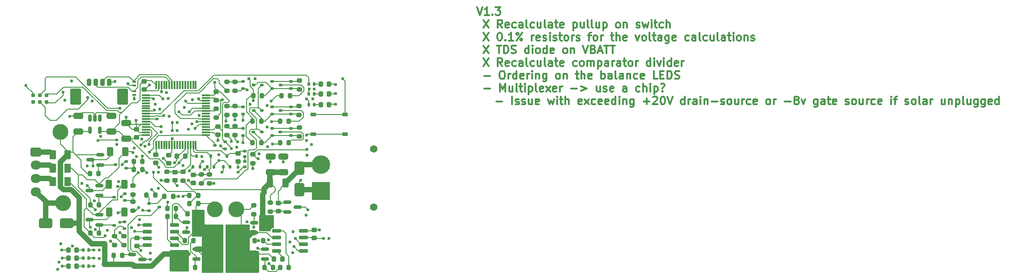
<source format=gbr>
%TF.GenerationSoftware,KiCad,Pcbnew,8.0.3*%
%TF.CreationDate,2024-07-07T18:19:15-07:00*%
%TF.ProjectId,JPBms2,4a50426d-7332-42e6-9b69-6361645f7063,rev?*%
%TF.SameCoordinates,Original*%
%TF.FileFunction,Copper,L1,Top*%
%TF.FilePolarity,Positive*%
%FSLAX46Y46*%
G04 Gerber Fmt 4.6, Leading zero omitted, Abs format (unit mm)*
G04 Created by KiCad (PCBNEW 8.0.3) date 2024-07-07 18:19:15*
%MOMM*%
%LPD*%
G01*
G04 APERTURE LIST*
G04 Aperture macros list*
%AMRoundRect*
0 Rectangle with rounded corners*
0 $1 Rounding radius*
0 $2 $3 $4 $5 $6 $7 $8 $9 X,Y pos of 4 corners*
0 Add a 4 corners polygon primitive as box body*
4,1,4,$2,$3,$4,$5,$6,$7,$8,$9,$2,$3,0*
0 Add four circle primitives for the rounded corners*
1,1,$1+$1,$2,$3*
1,1,$1+$1,$4,$5*
1,1,$1+$1,$6,$7*
1,1,$1+$1,$8,$9*
0 Add four rect primitives between the rounded corners*
20,1,$1+$1,$2,$3,$4,$5,0*
20,1,$1+$1,$4,$5,$6,$7,0*
20,1,$1+$1,$6,$7,$8,$9,0*
20,1,$1+$1,$8,$9,$2,$3,0*%
G04 Aperture macros list end*
%ADD10C,0.300000*%
%TA.AperFunction,NonConductor*%
%ADD11C,0.300000*%
%TD*%
%TA.AperFunction,SMDPad,CuDef*%
%ADD12RoundRect,0.250000X1.000000X0.650000X-1.000000X0.650000X-1.000000X-0.650000X1.000000X-0.650000X0*%
%TD*%
%TA.AperFunction,SMDPad,CuDef*%
%ADD13RoundRect,0.218750X0.218750X0.256250X-0.218750X0.256250X-0.218750X-0.256250X0.218750X-0.256250X0*%
%TD*%
%TA.AperFunction,SMDPad,CuDef*%
%ADD14RoundRect,0.150000X0.725000X0.150000X-0.725000X0.150000X-0.725000X-0.150000X0.725000X-0.150000X0*%
%TD*%
%TA.AperFunction,SMDPad,CuDef*%
%ADD15RoundRect,0.200000X-0.200000X-0.275000X0.200000X-0.275000X0.200000X0.275000X-0.200000X0.275000X0*%
%TD*%
%TA.AperFunction,SMDPad,CuDef*%
%ADD16RoundRect,0.225000X-0.250000X0.225000X-0.250000X-0.225000X0.250000X-0.225000X0.250000X0.225000X0*%
%TD*%
%TA.AperFunction,SMDPad,CuDef*%
%ADD17RoundRect,0.225000X0.225000X0.250000X-0.225000X0.250000X-0.225000X-0.250000X0.225000X-0.250000X0*%
%TD*%
%TA.AperFunction,SMDPad,CuDef*%
%ADD18RoundRect,0.112500X0.237500X-0.112500X0.237500X0.112500X-0.237500X0.112500X-0.237500X-0.112500X0*%
%TD*%
%TA.AperFunction,SMDPad,CuDef*%
%ADD19RoundRect,0.150000X-0.587500X-0.150000X0.587500X-0.150000X0.587500X0.150000X-0.587500X0.150000X0*%
%TD*%
%TA.AperFunction,SMDPad,CuDef*%
%ADD20R,2.350000X3.500000*%
%TD*%
%TA.AperFunction,SMDPad,CuDef*%
%ADD21RoundRect,0.225000X0.250000X-0.225000X0.250000X0.225000X-0.250000X0.225000X-0.250000X-0.225000X0*%
%TD*%
%TA.AperFunction,SMDPad,CuDef*%
%ADD22RoundRect,0.250000X-0.375000X-0.625000X0.375000X-0.625000X0.375000X0.625000X-0.375000X0.625000X0*%
%TD*%
%TA.AperFunction,SMDPad,CuDef*%
%ADD23RoundRect,0.200000X0.200000X0.275000X-0.200000X0.275000X-0.200000X-0.275000X0.200000X-0.275000X0*%
%TD*%
%TA.AperFunction,SMDPad,CuDef*%
%ADD24RoundRect,0.250000X0.650000X-0.325000X0.650000X0.325000X-0.650000X0.325000X-0.650000X-0.325000X0*%
%TD*%
%TA.AperFunction,ComponentPad*%
%ADD25C,1.400000*%
%TD*%
%TA.AperFunction,ComponentPad*%
%ADD26R,3.500000X3.500000*%
%TD*%
%TA.AperFunction,ComponentPad*%
%ADD27C,3.500000*%
%TD*%
%TA.AperFunction,SMDPad,CuDef*%
%ADD28RoundRect,0.135000X0.135000X0.185000X-0.135000X0.185000X-0.135000X-0.185000X0.135000X-0.185000X0*%
%TD*%
%TA.AperFunction,ConnectorPad*%
%ADD29C,0.787400*%
%TD*%
%TA.AperFunction,ComponentPad*%
%ADD30RoundRect,0.250000X-0.725000X0.600000X-0.725000X-0.600000X0.725000X-0.600000X0.725000X0.600000X0*%
%TD*%
%TA.AperFunction,ComponentPad*%
%ADD31O,1.950000X1.700000*%
%TD*%
%TA.AperFunction,SMDPad,CuDef*%
%ADD32RoundRect,0.250000X-0.312500X-0.625000X0.312500X-0.625000X0.312500X0.625000X-0.312500X0.625000X0*%
%TD*%
%TA.AperFunction,SMDPad,CuDef*%
%ADD33RoundRect,0.112500X-0.237500X0.112500X-0.237500X-0.112500X0.237500X-0.112500X0.237500X0.112500X0*%
%TD*%
%TA.AperFunction,SMDPad,CuDef*%
%ADD34RoundRect,0.200000X0.275000X-0.200000X0.275000X0.200000X-0.275000X0.200000X-0.275000X-0.200000X0*%
%TD*%
%TA.AperFunction,SMDPad,CuDef*%
%ADD35RoundRect,0.200000X-0.275000X0.200000X-0.275000X-0.200000X0.275000X-0.200000X0.275000X0.200000X0*%
%TD*%
%TA.AperFunction,SMDPad,CuDef*%
%ADD36RoundRect,0.135000X-0.135000X-0.185000X0.135000X-0.185000X0.135000X0.185000X-0.135000X0.185000X0*%
%TD*%
%TA.AperFunction,SMDPad,CuDef*%
%ADD37RoundRect,0.150000X-0.150000X0.512500X-0.150000X-0.512500X0.150000X-0.512500X0.150000X0.512500X0*%
%TD*%
%TA.AperFunction,ComponentPad*%
%ADD38C,3.000000*%
%TD*%
%TA.AperFunction,SMDPad,CuDef*%
%ADD39RoundRect,0.250000X-0.650000X0.325000X-0.650000X-0.325000X0.650000X-0.325000X0.650000X0.325000X0*%
%TD*%
%TA.AperFunction,SMDPad,CuDef*%
%ADD40RoundRect,0.112500X-0.112500X-0.237500X0.112500X-0.237500X0.112500X0.237500X-0.112500X0.237500X0*%
%TD*%
%TA.AperFunction,SMDPad,CuDef*%
%ADD41RoundRect,0.150000X0.587500X0.150000X-0.587500X0.150000X-0.587500X-0.150000X0.587500X-0.150000X0*%
%TD*%
%TA.AperFunction,SMDPad,CuDef*%
%ADD42RoundRect,0.200000X-0.200000X-0.450000X0.200000X-0.450000X0.200000X0.450000X-0.200000X0.450000X0*%
%TD*%
%TA.AperFunction,SMDPad,CuDef*%
%ADD43RoundRect,0.250001X-0.799999X-1.249999X0.799999X-1.249999X0.799999X1.249999X-0.799999X1.249999X0*%
%TD*%
%TA.AperFunction,SMDPad,CuDef*%
%ADD44RoundRect,0.135000X0.185000X-0.135000X0.185000X0.135000X-0.185000X0.135000X-0.185000X-0.135000X0*%
%TD*%
%TA.AperFunction,SMDPad,CuDef*%
%ADD45RoundRect,0.250000X0.650000X-1.000000X0.650000X1.000000X-0.650000X1.000000X-0.650000X-1.000000X0*%
%TD*%
%TA.AperFunction,SMDPad,CuDef*%
%ADD46RoundRect,0.225000X-0.225000X-0.250000X0.225000X-0.250000X0.225000X0.250000X-0.225000X0.250000X0*%
%TD*%
%TA.AperFunction,SMDPad,CuDef*%
%ADD47RoundRect,0.050000X-0.300000X0.150000X-0.300000X-0.150000X0.300000X-0.150000X0.300000X0.150000X0*%
%TD*%
%TA.AperFunction,SMDPad,CuDef*%
%ADD48RoundRect,0.150000X-0.725000X-0.150000X0.725000X-0.150000X0.725000X0.150000X-0.725000X0.150000X0*%
%TD*%
%TA.AperFunction,SMDPad,CuDef*%
%ADD49RoundRect,0.075000X0.075000X-0.700000X0.075000X0.700000X-0.075000X0.700000X-0.075000X-0.700000X0*%
%TD*%
%TA.AperFunction,SMDPad,CuDef*%
%ADD50RoundRect,0.075000X0.700000X-0.075000X0.700000X0.075000X-0.700000X0.075000X-0.700000X-0.075000X0*%
%TD*%
%TA.AperFunction,SMDPad,CuDef*%
%ADD51R,1.000000X0.750000*%
%TD*%
%TA.AperFunction,ViaPad*%
%ADD52C,0.600000*%
%TD*%
%TA.AperFunction,Conductor*%
%ADD53C,0.200000*%
%TD*%
%TA.AperFunction,Conductor*%
%ADD54C,1.000000*%
%TD*%
G04 APERTURE END LIST*
D10*
D11*
X182740225Y-49796416D02*
X183240225Y-51296416D01*
X183240225Y-51296416D02*
X183740225Y-49796416D01*
X185025939Y-51296416D02*
X184168796Y-51296416D01*
X184597367Y-51296416D02*
X184597367Y-49796416D01*
X184597367Y-49796416D02*
X184454510Y-50010702D01*
X184454510Y-50010702D02*
X184311653Y-50153559D01*
X184311653Y-50153559D02*
X184168796Y-50224988D01*
X185668795Y-51153559D02*
X185740224Y-51224988D01*
X185740224Y-51224988D02*
X185668795Y-51296416D01*
X185668795Y-51296416D02*
X185597367Y-51224988D01*
X185597367Y-51224988D02*
X185668795Y-51153559D01*
X185668795Y-51153559D02*
X185668795Y-51296416D01*
X186240224Y-49796416D02*
X187168796Y-49796416D01*
X187168796Y-49796416D02*
X186668796Y-50367845D01*
X186668796Y-50367845D02*
X186883081Y-50367845D01*
X186883081Y-50367845D02*
X187025939Y-50439273D01*
X187025939Y-50439273D02*
X187097367Y-50510702D01*
X187097367Y-50510702D02*
X187168796Y-50653559D01*
X187168796Y-50653559D02*
X187168796Y-51010702D01*
X187168796Y-51010702D02*
X187097367Y-51153559D01*
X187097367Y-51153559D02*
X187025939Y-51224988D01*
X187025939Y-51224988D02*
X186883081Y-51296416D01*
X186883081Y-51296416D02*
X186454510Y-51296416D01*
X186454510Y-51296416D02*
X186311653Y-51224988D01*
X186311653Y-51224988D02*
X186240224Y-51153559D01*
X183954510Y-52211332D02*
X184954510Y-53711332D01*
X184954510Y-52211332D02*
X183954510Y-53711332D01*
X187525938Y-53711332D02*
X187025938Y-52997046D01*
X186668795Y-53711332D02*
X186668795Y-52211332D01*
X186668795Y-52211332D02*
X187240224Y-52211332D01*
X187240224Y-52211332D02*
X187383081Y-52282761D01*
X187383081Y-52282761D02*
X187454510Y-52354189D01*
X187454510Y-52354189D02*
X187525938Y-52497046D01*
X187525938Y-52497046D02*
X187525938Y-52711332D01*
X187525938Y-52711332D02*
X187454510Y-52854189D01*
X187454510Y-52854189D02*
X187383081Y-52925618D01*
X187383081Y-52925618D02*
X187240224Y-52997046D01*
X187240224Y-52997046D02*
X186668795Y-52997046D01*
X188740224Y-53639904D02*
X188597367Y-53711332D01*
X188597367Y-53711332D02*
X188311653Y-53711332D01*
X188311653Y-53711332D02*
X188168795Y-53639904D01*
X188168795Y-53639904D02*
X188097367Y-53497046D01*
X188097367Y-53497046D02*
X188097367Y-52925618D01*
X188097367Y-52925618D02*
X188168795Y-52782761D01*
X188168795Y-52782761D02*
X188311653Y-52711332D01*
X188311653Y-52711332D02*
X188597367Y-52711332D01*
X188597367Y-52711332D02*
X188740224Y-52782761D01*
X188740224Y-52782761D02*
X188811653Y-52925618D01*
X188811653Y-52925618D02*
X188811653Y-53068475D01*
X188811653Y-53068475D02*
X188097367Y-53211332D01*
X190097367Y-53639904D02*
X189954509Y-53711332D01*
X189954509Y-53711332D02*
X189668795Y-53711332D01*
X189668795Y-53711332D02*
X189525938Y-53639904D01*
X189525938Y-53639904D02*
X189454509Y-53568475D01*
X189454509Y-53568475D02*
X189383081Y-53425618D01*
X189383081Y-53425618D02*
X189383081Y-52997046D01*
X189383081Y-52997046D02*
X189454509Y-52854189D01*
X189454509Y-52854189D02*
X189525938Y-52782761D01*
X189525938Y-52782761D02*
X189668795Y-52711332D01*
X189668795Y-52711332D02*
X189954509Y-52711332D01*
X189954509Y-52711332D02*
X190097367Y-52782761D01*
X191383081Y-53711332D02*
X191383081Y-52925618D01*
X191383081Y-52925618D02*
X191311652Y-52782761D01*
X191311652Y-52782761D02*
X191168795Y-52711332D01*
X191168795Y-52711332D02*
X190883081Y-52711332D01*
X190883081Y-52711332D02*
X190740223Y-52782761D01*
X191383081Y-53639904D02*
X191240223Y-53711332D01*
X191240223Y-53711332D02*
X190883081Y-53711332D01*
X190883081Y-53711332D02*
X190740223Y-53639904D01*
X190740223Y-53639904D02*
X190668795Y-53497046D01*
X190668795Y-53497046D02*
X190668795Y-53354189D01*
X190668795Y-53354189D02*
X190740223Y-53211332D01*
X190740223Y-53211332D02*
X190883081Y-53139904D01*
X190883081Y-53139904D02*
X191240223Y-53139904D01*
X191240223Y-53139904D02*
X191383081Y-53068475D01*
X192311652Y-53711332D02*
X192168795Y-53639904D01*
X192168795Y-53639904D02*
X192097366Y-53497046D01*
X192097366Y-53497046D02*
X192097366Y-52211332D01*
X193525938Y-53639904D02*
X193383080Y-53711332D01*
X193383080Y-53711332D02*
X193097366Y-53711332D01*
X193097366Y-53711332D02*
X192954509Y-53639904D01*
X192954509Y-53639904D02*
X192883080Y-53568475D01*
X192883080Y-53568475D02*
X192811652Y-53425618D01*
X192811652Y-53425618D02*
X192811652Y-52997046D01*
X192811652Y-52997046D02*
X192883080Y-52854189D01*
X192883080Y-52854189D02*
X192954509Y-52782761D01*
X192954509Y-52782761D02*
X193097366Y-52711332D01*
X193097366Y-52711332D02*
X193383080Y-52711332D01*
X193383080Y-52711332D02*
X193525938Y-52782761D01*
X194811652Y-52711332D02*
X194811652Y-53711332D01*
X194168794Y-52711332D02*
X194168794Y-53497046D01*
X194168794Y-53497046D02*
X194240223Y-53639904D01*
X194240223Y-53639904D02*
X194383080Y-53711332D01*
X194383080Y-53711332D02*
X194597366Y-53711332D01*
X194597366Y-53711332D02*
X194740223Y-53639904D01*
X194740223Y-53639904D02*
X194811652Y-53568475D01*
X195740223Y-53711332D02*
X195597366Y-53639904D01*
X195597366Y-53639904D02*
X195525937Y-53497046D01*
X195525937Y-53497046D02*
X195525937Y-52211332D01*
X196954509Y-53711332D02*
X196954509Y-52925618D01*
X196954509Y-52925618D02*
X196883080Y-52782761D01*
X196883080Y-52782761D02*
X196740223Y-52711332D01*
X196740223Y-52711332D02*
X196454509Y-52711332D01*
X196454509Y-52711332D02*
X196311651Y-52782761D01*
X196954509Y-53639904D02*
X196811651Y-53711332D01*
X196811651Y-53711332D02*
X196454509Y-53711332D01*
X196454509Y-53711332D02*
X196311651Y-53639904D01*
X196311651Y-53639904D02*
X196240223Y-53497046D01*
X196240223Y-53497046D02*
X196240223Y-53354189D01*
X196240223Y-53354189D02*
X196311651Y-53211332D01*
X196311651Y-53211332D02*
X196454509Y-53139904D01*
X196454509Y-53139904D02*
X196811651Y-53139904D01*
X196811651Y-53139904D02*
X196954509Y-53068475D01*
X197454509Y-52711332D02*
X198025937Y-52711332D01*
X197668794Y-52211332D02*
X197668794Y-53497046D01*
X197668794Y-53497046D02*
X197740223Y-53639904D01*
X197740223Y-53639904D02*
X197883080Y-53711332D01*
X197883080Y-53711332D02*
X198025937Y-53711332D01*
X199097366Y-53639904D02*
X198954509Y-53711332D01*
X198954509Y-53711332D02*
X198668795Y-53711332D01*
X198668795Y-53711332D02*
X198525937Y-53639904D01*
X198525937Y-53639904D02*
X198454509Y-53497046D01*
X198454509Y-53497046D02*
X198454509Y-52925618D01*
X198454509Y-52925618D02*
X198525937Y-52782761D01*
X198525937Y-52782761D02*
X198668795Y-52711332D01*
X198668795Y-52711332D02*
X198954509Y-52711332D01*
X198954509Y-52711332D02*
X199097366Y-52782761D01*
X199097366Y-52782761D02*
X199168795Y-52925618D01*
X199168795Y-52925618D02*
X199168795Y-53068475D01*
X199168795Y-53068475D02*
X198454509Y-53211332D01*
X200954508Y-52711332D02*
X200954508Y-54211332D01*
X200954508Y-52782761D02*
X201097366Y-52711332D01*
X201097366Y-52711332D02*
X201383080Y-52711332D01*
X201383080Y-52711332D02*
X201525937Y-52782761D01*
X201525937Y-52782761D02*
X201597366Y-52854189D01*
X201597366Y-52854189D02*
X201668794Y-52997046D01*
X201668794Y-52997046D02*
X201668794Y-53425618D01*
X201668794Y-53425618D02*
X201597366Y-53568475D01*
X201597366Y-53568475D02*
X201525937Y-53639904D01*
X201525937Y-53639904D02*
X201383080Y-53711332D01*
X201383080Y-53711332D02*
X201097366Y-53711332D01*
X201097366Y-53711332D02*
X200954508Y-53639904D01*
X202954509Y-52711332D02*
X202954509Y-53711332D01*
X202311651Y-52711332D02*
X202311651Y-53497046D01*
X202311651Y-53497046D02*
X202383080Y-53639904D01*
X202383080Y-53639904D02*
X202525937Y-53711332D01*
X202525937Y-53711332D02*
X202740223Y-53711332D01*
X202740223Y-53711332D02*
X202883080Y-53639904D01*
X202883080Y-53639904D02*
X202954509Y-53568475D01*
X203883080Y-53711332D02*
X203740223Y-53639904D01*
X203740223Y-53639904D02*
X203668794Y-53497046D01*
X203668794Y-53497046D02*
X203668794Y-52211332D01*
X204668794Y-53711332D02*
X204525937Y-53639904D01*
X204525937Y-53639904D02*
X204454508Y-53497046D01*
X204454508Y-53497046D02*
X204454508Y-52211332D01*
X205883080Y-52711332D02*
X205883080Y-53711332D01*
X205240222Y-52711332D02*
X205240222Y-53497046D01*
X205240222Y-53497046D02*
X205311651Y-53639904D01*
X205311651Y-53639904D02*
X205454508Y-53711332D01*
X205454508Y-53711332D02*
X205668794Y-53711332D01*
X205668794Y-53711332D02*
X205811651Y-53639904D01*
X205811651Y-53639904D02*
X205883080Y-53568475D01*
X206597365Y-52711332D02*
X206597365Y-54211332D01*
X206597365Y-52782761D02*
X206740223Y-52711332D01*
X206740223Y-52711332D02*
X207025937Y-52711332D01*
X207025937Y-52711332D02*
X207168794Y-52782761D01*
X207168794Y-52782761D02*
X207240223Y-52854189D01*
X207240223Y-52854189D02*
X207311651Y-52997046D01*
X207311651Y-52997046D02*
X207311651Y-53425618D01*
X207311651Y-53425618D02*
X207240223Y-53568475D01*
X207240223Y-53568475D02*
X207168794Y-53639904D01*
X207168794Y-53639904D02*
X207025937Y-53711332D01*
X207025937Y-53711332D02*
X206740223Y-53711332D01*
X206740223Y-53711332D02*
X206597365Y-53639904D01*
X209311651Y-53711332D02*
X209168794Y-53639904D01*
X209168794Y-53639904D02*
X209097365Y-53568475D01*
X209097365Y-53568475D02*
X209025937Y-53425618D01*
X209025937Y-53425618D02*
X209025937Y-52997046D01*
X209025937Y-52997046D02*
X209097365Y-52854189D01*
X209097365Y-52854189D02*
X209168794Y-52782761D01*
X209168794Y-52782761D02*
X209311651Y-52711332D01*
X209311651Y-52711332D02*
X209525937Y-52711332D01*
X209525937Y-52711332D02*
X209668794Y-52782761D01*
X209668794Y-52782761D02*
X209740223Y-52854189D01*
X209740223Y-52854189D02*
X209811651Y-52997046D01*
X209811651Y-52997046D02*
X209811651Y-53425618D01*
X209811651Y-53425618D02*
X209740223Y-53568475D01*
X209740223Y-53568475D02*
X209668794Y-53639904D01*
X209668794Y-53639904D02*
X209525937Y-53711332D01*
X209525937Y-53711332D02*
X209311651Y-53711332D01*
X210454508Y-52711332D02*
X210454508Y-53711332D01*
X210454508Y-52854189D02*
X210525937Y-52782761D01*
X210525937Y-52782761D02*
X210668794Y-52711332D01*
X210668794Y-52711332D02*
X210883080Y-52711332D01*
X210883080Y-52711332D02*
X211025937Y-52782761D01*
X211025937Y-52782761D02*
X211097366Y-52925618D01*
X211097366Y-52925618D02*
X211097366Y-53711332D01*
X212883080Y-53639904D02*
X213025937Y-53711332D01*
X213025937Y-53711332D02*
X213311651Y-53711332D01*
X213311651Y-53711332D02*
X213454508Y-53639904D01*
X213454508Y-53639904D02*
X213525937Y-53497046D01*
X213525937Y-53497046D02*
X213525937Y-53425618D01*
X213525937Y-53425618D02*
X213454508Y-53282761D01*
X213454508Y-53282761D02*
X213311651Y-53211332D01*
X213311651Y-53211332D02*
X213097366Y-53211332D01*
X213097366Y-53211332D02*
X212954508Y-53139904D01*
X212954508Y-53139904D02*
X212883080Y-52997046D01*
X212883080Y-52997046D02*
X212883080Y-52925618D01*
X212883080Y-52925618D02*
X212954508Y-52782761D01*
X212954508Y-52782761D02*
X213097366Y-52711332D01*
X213097366Y-52711332D02*
X213311651Y-52711332D01*
X213311651Y-52711332D02*
X213454508Y-52782761D01*
X214025937Y-52711332D02*
X214311652Y-53711332D01*
X214311652Y-53711332D02*
X214597366Y-52997046D01*
X214597366Y-52997046D02*
X214883080Y-53711332D01*
X214883080Y-53711332D02*
X215168794Y-52711332D01*
X215740223Y-53711332D02*
X215740223Y-52711332D01*
X215740223Y-52211332D02*
X215668795Y-52282761D01*
X215668795Y-52282761D02*
X215740223Y-52354189D01*
X215740223Y-52354189D02*
X215811652Y-52282761D01*
X215811652Y-52282761D02*
X215740223Y-52211332D01*
X215740223Y-52211332D02*
X215740223Y-52354189D01*
X216240224Y-52711332D02*
X216811652Y-52711332D01*
X216454509Y-52211332D02*
X216454509Y-53497046D01*
X216454509Y-53497046D02*
X216525938Y-53639904D01*
X216525938Y-53639904D02*
X216668795Y-53711332D01*
X216668795Y-53711332D02*
X216811652Y-53711332D01*
X217954510Y-53639904D02*
X217811652Y-53711332D01*
X217811652Y-53711332D02*
X217525938Y-53711332D01*
X217525938Y-53711332D02*
X217383081Y-53639904D01*
X217383081Y-53639904D02*
X217311652Y-53568475D01*
X217311652Y-53568475D02*
X217240224Y-53425618D01*
X217240224Y-53425618D02*
X217240224Y-52997046D01*
X217240224Y-52997046D02*
X217311652Y-52854189D01*
X217311652Y-52854189D02*
X217383081Y-52782761D01*
X217383081Y-52782761D02*
X217525938Y-52711332D01*
X217525938Y-52711332D02*
X217811652Y-52711332D01*
X217811652Y-52711332D02*
X217954510Y-52782761D01*
X218597366Y-53711332D02*
X218597366Y-52211332D01*
X219240224Y-53711332D02*
X219240224Y-52925618D01*
X219240224Y-52925618D02*
X219168795Y-52782761D01*
X219168795Y-52782761D02*
X219025938Y-52711332D01*
X219025938Y-52711332D02*
X218811652Y-52711332D01*
X218811652Y-52711332D02*
X218668795Y-52782761D01*
X218668795Y-52782761D02*
X218597366Y-52854189D01*
X183954510Y-54626248D02*
X184954510Y-56126248D01*
X184954510Y-54626248D02*
X183954510Y-56126248D01*
X186954510Y-54626248D02*
X187097367Y-54626248D01*
X187097367Y-54626248D02*
X187240224Y-54697677D01*
X187240224Y-54697677D02*
X187311653Y-54769105D01*
X187311653Y-54769105D02*
X187383081Y-54911962D01*
X187383081Y-54911962D02*
X187454510Y-55197677D01*
X187454510Y-55197677D02*
X187454510Y-55554820D01*
X187454510Y-55554820D02*
X187383081Y-55840534D01*
X187383081Y-55840534D02*
X187311653Y-55983391D01*
X187311653Y-55983391D02*
X187240224Y-56054820D01*
X187240224Y-56054820D02*
X187097367Y-56126248D01*
X187097367Y-56126248D02*
X186954510Y-56126248D01*
X186954510Y-56126248D02*
X186811653Y-56054820D01*
X186811653Y-56054820D02*
X186740224Y-55983391D01*
X186740224Y-55983391D02*
X186668795Y-55840534D01*
X186668795Y-55840534D02*
X186597367Y-55554820D01*
X186597367Y-55554820D02*
X186597367Y-55197677D01*
X186597367Y-55197677D02*
X186668795Y-54911962D01*
X186668795Y-54911962D02*
X186740224Y-54769105D01*
X186740224Y-54769105D02*
X186811653Y-54697677D01*
X186811653Y-54697677D02*
X186954510Y-54626248D01*
X188097366Y-55983391D02*
X188168795Y-56054820D01*
X188168795Y-56054820D02*
X188097366Y-56126248D01*
X188097366Y-56126248D02*
X188025938Y-56054820D01*
X188025938Y-56054820D02*
X188097366Y-55983391D01*
X188097366Y-55983391D02*
X188097366Y-56126248D01*
X189597367Y-56126248D02*
X188740224Y-56126248D01*
X189168795Y-56126248D02*
X189168795Y-54626248D01*
X189168795Y-54626248D02*
X189025938Y-54840534D01*
X189025938Y-54840534D02*
X188883081Y-54983391D01*
X188883081Y-54983391D02*
X188740224Y-55054820D01*
X190168795Y-56126248D02*
X191311652Y-54626248D01*
X190383081Y-54626248D02*
X190525938Y-54697677D01*
X190525938Y-54697677D02*
X190597366Y-54840534D01*
X190597366Y-54840534D02*
X190525938Y-54983391D01*
X190525938Y-54983391D02*
X190383081Y-55054820D01*
X190383081Y-55054820D02*
X190240223Y-54983391D01*
X190240223Y-54983391D02*
X190168795Y-54840534D01*
X190168795Y-54840534D02*
X190240223Y-54697677D01*
X190240223Y-54697677D02*
X190383081Y-54626248D01*
X191240223Y-56054820D02*
X191311652Y-55911962D01*
X191311652Y-55911962D02*
X191240223Y-55769105D01*
X191240223Y-55769105D02*
X191097366Y-55697677D01*
X191097366Y-55697677D02*
X190954509Y-55769105D01*
X190954509Y-55769105D02*
X190883081Y-55911962D01*
X190883081Y-55911962D02*
X190954509Y-56054820D01*
X190954509Y-56054820D02*
X191097366Y-56126248D01*
X191097366Y-56126248D02*
X191240223Y-56054820D01*
X193097366Y-56126248D02*
X193097366Y-55126248D01*
X193097366Y-55411962D02*
X193168795Y-55269105D01*
X193168795Y-55269105D02*
X193240224Y-55197677D01*
X193240224Y-55197677D02*
X193383081Y-55126248D01*
X193383081Y-55126248D02*
X193525938Y-55126248D01*
X194597366Y-56054820D02*
X194454509Y-56126248D01*
X194454509Y-56126248D02*
X194168795Y-56126248D01*
X194168795Y-56126248D02*
X194025937Y-56054820D01*
X194025937Y-56054820D02*
X193954509Y-55911962D01*
X193954509Y-55911962D02*
X193954509Y-55340534D01*
X193954509Y-55340534D02*
X194025937Y-55197677D01*
X194025937Y-55197677D02*
X194168795Y-55126248D01*
X194168795Y-55126248D02*
X194454509Y-55126248D01*
X194454509Y-55126248D02*
X194597366Y-55197677D01*
X194597366Y-55197677D02*
X194668795Y-55340534D01*
X194668795Y-55340534D02*
X194668795Y-55483391D01*
X194668795Y-55483391D02*
X193954509Y-55626248D01*
X195240223Y-56054820D02*
X195383080Y-56126248D01*
X195383080Y-56126248D02*
X195668794Y-56126248D01*
X195668794Y-56126248D02*
X195811651Y-56054820D01*
X195811651Y-56054820D02*
X195883080Y-55911962D01*
X195883080Y-55911962D02*
X195883080Y-55840534D01*
X195883080Y-55840534D02*
X195811651Y-55697677D01*
X195811651Y-55697677D02*
X195668794Y-55626248D01*
X195668794Y-55626248D02*
X195454509Y-55626248D01*
X195454509Y-55626248D02*
X195311651Y-55554820D01*
X195311651Y-55554820D02*
X195240223Y-55411962D01*
X195240223Y-55411962D02*
X195240223Y-55340534D01*
X195240223Y-55340534D02*
X195311651Y-55197677D01*
X195311651Y-55197677D02*
X195454509Y-55126248D01*
X195454509Y-55126248D02*
X195668794Y-55126248D01*
X195668794Y-55126248D02*
X195811651Y-55197677D01*
X196525937Y-56126248D02*
X196525937Y-55126248D01*
X196525937Y-54626248D02*
X196454509Y-54697677D01*
X196454509Y-54697677D02*
X196525937Y-54769105D01*
X196525937Y-54769105D02*
X196597366Y-54697677D01*
X196597366Y-54697677D02*
X196525937Y-54626248D01*
X196525937Y-54626248D02*
X196525937Y-54769105D01*
X197168795Y-56054820D02*
X197311652Y-56126248D01*
X197311652Y-56126248D02*
X197597366Y-56126248D01*
X197597366Y-56126248D02*
X197740223Y-56054820D01*
X197740223Y-56054820D02*
X197811652Y-55911962D01*
X197811652Y-55911962D02*
X197811652Y-55840534D01*
X197811652Y-55840534D02*
X197740223Y-55697677D01*
X197740223Y-55697677D02*
X197597366Y-55626248D01*
X197597366Y-55626248D02*
X197383081Y-55626248D01*
X197383081Y-55626248D02*
X197240223Y-55554820D01*
X197240223Y-55554820D02*
X197168795Y-55411962D01*
X197168795Y-55411962D02*
X197168795Y-55340534D01*
X197168795Y-55340534D02*
X197240223Y-55197677D01*
X197240223Y-55197677D02*
X197383081Y-55126248D01*
X197383081Y-55126248D02*
X197597366Y-55126248D01*
X197597366Y-55126248D02*
X197740223Y-55197677D01*
X198240224Y-55126248D02*
X198811652Y-55126248D01*
X198454509Y-54626248D02*
X198454509Y-55911962D01*
X198454509Y-55911962D02*
X198525938Y-56054820D01*
X198525938Y-56054820D02*
X198668795Y-56126248D01*
X198668795Y-56126248D02*
X198811652Y-56126248D01*
X199525938Y-56126248D02*
X199383081Y-56054820D01*
X199383081Y-56054820D02*
X199311652Y-55983391D01*
X199311652Y-55983391D02*
X199240224Y-55840534D01*
X199240224Y-55840534D02*
X199240224Y-55411962D01*
X199240224Y-55411962D02*
X199311652Y-55269105D01*
X199311652Y-55269105D02*
X199383081Y-55197677D01*
X199383081Y-55197677D02*
X199525938Y-55126248D01*
X199525938Y-55126248D02*
X199740224Y-55126248D01*
X199740224Y-55126248D02*
X199883081Y-55197677D01*
X199883081Y-55197677D02*
X199954510Y-55269105D01*
X199954510Y-55269105D02*
X200025938Y-55411962D01*
X200025938Y-55411962D02*
X200025938Y-55840534D01*
X200025938Y-55840534D02*
X199954510Y-55983391D01*
X199954510Y-55983391D02*
X199883081Y-56054820D01*
X199883081Y-56054820D02*
X199740224Y-56126248D01*
X199740224Y-56126248D02*
X199525938Y-56126248D01*
X200668795Y-56126248D02*
X200668795Y-55126248D01*
X200668795Y-55411962D02*
X200740224Y-55269105D01*
X200740224Y-55269105D02*
X200811653Y-55197677D01*
X200811653Y-55197677D02*
X200954510Y-55126248D01*
X200954510Y-55126248D02*
X201097367Y-55126248D01*
X201525938Y-56054820D02*
X201668795Y-56126248D01*
X201668795Y-56126248D02*
X201954509Y-56126248D01*
X201954509Y-56126248D02*
X202097366Y-56054820D01*
X202097366Y-56054820D02*
X202168795Y-55911962D01*
X202168795Y-55911962D02*
X202168795Y-55840534D01*
X202168795Y-55840534D02*
X202097366Y-55697677D01*
X202097366Y-55697677D02*
X201954509Y-55626248D01*
X201954509Y-55626248D02*
X201740224Y-55626248D01*
X201740224Y-55626248D02*
X201597366Y-55554820D01*
X201597366Y-55554820D02*
X201525938Y-55411962D01*
X201525938Y-55411962D02*
X201525938Y-55340534D01*
X201525938Y-55340534D02*
X201597366Y-55197677D01*
X201597366Y-55197677D02*
X201740224Y-55126248D01*
X201740224Y-55126248D02*
X201954509Y-55126248D01*
X201954509Y-55126248D02*
X202097366Y-55197677D01*
X203740224Y-55126248D02*
X204311652Y-55126248D01*
X203954509Y-56126248D02*
X203954509Y-54840534D01*
X203954509Y-54840534D02*
X204025938Y-54697677D01*
X204025938Y-54697677D02*
X204168795Y-54626248D01*
X204168795Y-54626248D02*
X204311652Y-54626248D01*
X205025938Y-56126248D02*
X204883081Y-56054820D01*
X204883081Y-56054820D02*
X204811652Y-55983391D01*
X204811652Y-55983391D02*
X204740224Y-55840534D01*
X204740224Y-55840534D02*
X204740224Y-55411962D01*
X204740224Y-55411962D02*
X204811652Y-55269105D01*
X204811652Y-55269105D02*
X204883081Y-55197677D01*
X204883081Y-55197677D02*
X205025938Y-55126248D01*
X205025938Y-55126248D02*
X205240224Y-55126248D01*
X205240224Y-55126248D02*
X205383081Y-55197677D01*
X205383081Y-55197677D02*
X205454510Y-55269105D01*
X205454510Y-55269105D02*
X205525938Y-55411962D01*
X205525938Y-55411962D02*
X205525938Y-55840534D01*
X205525938Y-55840534D02*
X205454510Y-55983391D01*
X205454510Y-55983391D02*
X205383081Y-56054820D01*
X205383081Y-56054820D02*
X205240224Y-56126248D01*
X205240224Y-56126248D02*
X205025938Y-56126248D01*
X206168795Y-56126248D02*
X206168795Y-55126248D01*
X206168795Y-55411962D02*
X206240224Y-55269105D01*
X206240224Y-55269105D02*
X206311653Y-55197677D01*
X206311653Y-55197677D02*
X206454510Y-55126248D01*
X206454510Y-55126248D02*
X206597367Y-55126248D01*
X208025938Y-55126248D02*
X208597366Y-55126248D01*
X208240223Y-54626248D02*
X208240223Y-55911962D01*
X208240223Y-55911962D02*
X208311652Y-56054820D01*
X208311652Y-56054820D02*
X208454509Y-56126248D01*
X208454509Y-56126248D02*
X208597366Y-56126248D01*
X209097366Y-56126248D02*
X209097366Y-54626248D01*
X209740224Y-56126248D02*
X209740224Y-55340534D01*
X209740224Y-55340534D02*
X209668795Y-55197677D01*
X209668795Y-55197677D02*
X209525938Y-55126248D01*
X209525938Y-55126248D02*
X209311652Y-55126248D01*
X209311652Y-55126248D02*
X209168795Y-55197677D01*
X209168795Y-55197677D02*
X209097366Y-55269105D01*
X211025938Y-56054820D02*
X210883081Y-56126248D01*
X210883081Y-56126248D02*
X210597367Y-56126248D01*
X210597367Y-56126248D02*
X210454509Y-56054820D01*
X210454509Y-56054820D02*
X210383081Y-55911962D01*
X210383081Y-55911962D02*
X210383081Y-55340534D01*
X210383081Y-55340534D02*
X210454509Y-55197677D01*
X210454509Y-55197677D02*
X210597367Y-55126248D01*
X210597367Y-55126248D02*
X210883081Y-55126248D01*
X210883081Y-55126248D02*
X211025938Y-55197677D01*
X211025938Y-55197677D02*
X211097367Y-55340534D01*
X211097367Y-55340534D02*
X211097367Y-55483391D01*
X211097367Y-55483391D02*
X210383081Y-55626248D01*
X212740223Y-55126248D02*
X213097366Y-56126248D01*
X213097366Y-56126248D02*
X213454509Y-55126248D01*
X214240223Y-56126248D02*
X214097366Y-56054820D01*
X214097366Y-56054820D02*
X214025937Y-55983391D01*
X214025937Y-55983391D02*
X213954509Y-55840534D01*
X213954509Y-55840534D02*
X213954509Y-55411962D01*
X213954509Y-55411962D02*
X214025937Y-55269105D01*
X214025937Y-55269105D02*
X214097366Y-55197677D01*
X214097366Y-55197677D02*
X214240223Y-55126248D01*
X214240223Y-55126248D02*
X214454509Y-55126248D01*
X214454509Y-55126248D02*
X214597366Y-55197677D01*
X214597366Y-55197677D02*
X214668795Y-55269105D01*
X214668795Y-55269105D02*
X214740223Y-55411962D01*
X214740223Y-55411962D02*
X214740223Y-55840534D01*
X214740223Y-55840534D02*
X214668795Y-55983391D01*
X214668795Y-55983391D02*
X214597366Y-56054820D01*
X214597366Y-56054820D02*
X214454509Y-56126248D01*
X214454509Y-56126248D02*
X214240223Y-56126248D01*
X215597366Y-56126248D02*
X215454509Y-56054820D01*
X215454509Y-56054820D02*
X215383080Y-55911962D01*
X215383080Y-55911962D02*
X215383080Y-54626248D01*
X215954509Y-55126248D02*
X216525937Y-55126248D01*
X216168794Y-54626248D02*
X216168794Y-55911962D01*
X216168794Y-55911962D02*
X216240223Y-56054820D01*
X216240223Y-56054820D02*
X216383080Y-56126248D01*
X216383080Y-56126248D02*
X216525937Y-56126248D01*
X217668795Y-56126248D02*
X217668795Y-55340534D01*
X217668795Y-55340534D02*
X217597366Y-55197677D01*
X217597366Y-55197677D02*
X217454509Y-55126248D01*
X217454509Y-55126248D02*
X217168795Y-55126248D01*
X217168795Y-55126248D02*
X217025937Y-55197677D01*
X217668795Y-56054820D02*
X217525937Y-56126248D01*
X217525937Y-56126248D02*
X217168795Y-56126248D01*
X217168795Y-56126248D02*
X217025937Y-56054820D01*
X217025937Y-56054820D02*
X216954509Y-55911962D01*
X216954509Y-55911962D02*
X216954509Y-55769105D01*
X216954509Y-55769105D02*
X217025937Y-55626248D01*
X217025937Y-55626248D02*
X217168795Y-55554820D01*
X217168795Y-55554820D02*
X217525937Y-55554820D01*
X217525937Y-55554820D02*
X217668795Y-55483391D01*
X219025938Y-55126248D02*
X219025938Y-56340534D01*
X219025938Y-56340534D02*
X218954509Y-56483391D01*
X218954509Y-56483391D02*
X218883080Y-56554820D01*
X218883080Y-56554820D02*
X218740223Y-56626248D01*
X218740223Y-56626248D02*
X218525938Y-56626248D01*
X218525938Y-56626248D02*
X218383080Y-56554820D01*
X219025938Y-56054820D02*
X218883080Y-56126248D01*
X218883080Y-56126248D02*
X218597366Y-56126248D01*
X218597366Y-56126248D02*
X218454509Y-56054820D01*
X218454509Y-56054820D02*
X218383080Y-55983391D01*
X218383080Y-55983391D02*
X218311652Y-55840534D01*
X218311652Y-55840534D02*
X218311652Y-55411962D01*
X218311652Y-55411962D02*
X218383080Y-55269105D01*
X218383080Y-55269105D02*
X218454509Y-55197677D01*
X218454509Y-55197677D02*
X218597366Y-55126248D01*
X218597366Y-55126248D02*
X218883080Y-55126248D01*
X218883080Y-55126248D02*
X219025938Y-55197677D01*
X220311652Y-56054820D02*
X220168795Y-56126248D01*
X220168795Y-56126248D02*
X219883081Y-56126248D01*
X219883081Y-56126248D02*
X219740223Y-56054820D01*
X219740223Y-56054820D02*
X219668795Y-55911962D01*
X219668795Y-55911962D02*
X219668795Y-55340534D01*
X219668795Y-55340534D02*
X219740223Y-55197677D01*
X219740223Y-55197677D02*
X219883081Y-55126248D01*
X219883081Y-55126248D02*
X220168795Y-55126248D01*
X220168795Y-55126248D02*
X220311652Y-55197677D01*
X220311652Y-55197677D02*
X220383081Y-55340534D01*
X220383081Y-55340534D02*
X220383081Y-55483391D01*
X220383081Y-55483391D02*
X219668795Y-55626248D01*
X222811652Y-56054820D02*
X222668794Y-56126248D01*
X222668794Y-56126248D02*
X222383080Y-56126248D01*
X222383080Y-56126248D02*
X222240223Y-56054820D01*
X222240223Y-56054820D02*
X222168794Y-55983391D01*
X222168794Y-55983391D02*
X222097366Y-55840534D01*
X222097366Y-55840534D02*
X222097366Y-55411962D01*
X222097366Y-55411962D02*
X222168794Y-55269105D01*
X222168794Y-55269105D02*
X222240223Y-55197677D01*
X222240223Y-55197677D02*
X222383080Y-55126248D01*
X222383080Y-55126248D02*
X222668794Y-55126248D01*
X222668794Y-55126248D02*
X222811652Y-55197677D01*
X224097366Y-56126248D02*
X224097366Y-55340534D01*
X224097366Y-55340534D02*
X224025937Y-55197677D01*
X224025937Y-55197677D02*
X223883080Y-55126248D01*
X223883080Y-55126248D02*
X223597366Y-55126248D01*
X223597366Y-55126248D02*
X223454508Y-55197677D01*
X224097366Y-56054820D02*
X223954508Y-56126248D01*
X223954508Y-56126248D02*
X223597366Y-56126248D01*
X223597366Y-56126248D02*
X223454508Y-56054820D01*
X223454508Y-56054820D02*
X223383080Y-55911962D01*
X223383080Y-55911962D02*
X223383080Y-55769105D01*
X223383080Y-55769105D02*
X223454508Y-55626248D01*
X223454508Y-55626248D02*
X223597366Y-55554820D01*
X223597366Y-55554820D02*
X223954508Y-55554820D01*
X223954508Y-55554820D02*
X224097366Y-55483391D01*
X225025937Y-56126248D02*
X224883080Y-56054820D01*
X224883080Y-56054820D02*
X224811651Y-55911962D01*
X224811651Y-55911962D02*
X224811651Y-54626248D01*
X226240223Y-56054820D02*
X226097365Y-56126248D01*
X226097365Y-56126248D02*
X225811651Y-56126248D01*
X225811651Y-56126248D02*
X225668794Y-56054820D01*
X225668794Y-56054820D02*
X225597365Y-55983391D01*
X225597365Y-55983391D02*
X225525937Y-55840534D01*
X225525937Y-55840534D02*
X225525937Y-55411962D01*
X225525937Y-55411962D02*
X225597365Y-55269105D01*
X225597365Y-55269105D02*
X225668794Y-55197677D01*
X225668794Y-55197677D02*
X225811651Y-55126248D01*
X225811651Y-55126248D02*
X226097365Y-55126248D01*
X226097365Y-55126248D02*
X226240223Y-55197677D01*
X227525937Y-55126248D02*
X227525937Y-56126248D01*
X226883079Y-55126248D02*
X226883079Y-55911962D01*
X226883079Y-55911962D02*
X226954508Y-56054820D01*
X226954508Y-56054820D02*
X227097365Y-56126248D01*
X227097365Y-56126248D02*
X227311651Y-56126248D01*
X227311651Y-56126248D02*
X227454508Y-56054820D01*
X227454508Y-56054820D02*
X227525937Y-55983391D01*
X228454508Y-56126248D02*
X228311651Y-56054820D01*
X228311651Y-56054820D02*
X228240222Y-55911962D01*
X228240222Y-55911962D02*
X228240222Y-54626248D01*
X229668794Y-56126248D02*
X229668794Y-55340534D01*
X229668794Y-55340534D02*
X229597365Y-55197677D01*
X229597365Y-55197677D02*
X229454508Y-55126248D01*
X229454508Y-55126248D02*
X229168794Y-55126248D01*
X229168794Y-55126248D02*
X229025936Y-55197677D01*
X229668794Y-56054820D02*
X229525936Y-56126248D01*
X229525936Y-56126248D02*
X229168794Y-56126248D01*
X229168794Y-56126248D02*
X229025936Y-56054820D01*
X229025936Y-56054820D02*
X228954508Y-55911962D01*
X228954508Y-55911962D02*
X228954508Y-55769105D01*
X228954508Y-55769105D02*
X229025936Y-55626248D01*
X229025936Y-55626248D02*
X229168794Y-55554820D01*
X229168794Y-55554820D02*
X229525936Y-55554820D01*
X229525936Y-55554820D02*
X229668794Y-55483391D01*
X230168794Y-55126248D02*
X230740222Y-55126248D01*
X230383079Y-54626248D02*
X230383079Y-55911962D01*
X230383079Y-55911962D02*
X230454508Y-56054820D01*
X230454508Y-56054820D02*
X230597365Y-56126248D01*
X230597365Y-56126248D02*
X230740222Y-56126248D01*
X231240222Y-56126248D02*
X231240222Y-55126248D01*
X231240222Y-54626248D02*
X231168794Y-54697677D01*
X231168794Y-54697677D02*
X231240222Y-54769105D01*
X231240222Y-54769105D02*
X231311651Y-54697677D01*
X231311651Y-54697677D02*
X231240222Y-54626248D01*
X231240222Y-54626248D02*
X231240222Y-54769105D01*
X232168794Y-56126248D02*
X232025937Y-56054820D01*
X232025937Y-56054820D02*
X231954508Y-55983391D01*
X231954508Y-55983391D02*
X231883080Y-55840534D01*
X231883080Y-55840534D02*
X231883080Y-55411962D01*
X231883080Y-55411962D02*
X231954508Y-55269105D01*
X231954508Y-55269105D02*
X232025937Y-55197677D01*
X232025937Y-55197677D02*
X232168794Y-55126248D01*
X232168794Y-55126248D02*
X232383080Y-55126248D01*
X232383080Y-55126248D02*
X232525937Y-55197677D01*
X232525937Y-55197677D02*
X232597366Y-55269105D01*
X232597366Y-55269105D02*
X232668794Y-55411962D01*
X232668794Y-55411962D02*
X232668794Y-55840534D01*
X232668794Y-55840534D02*
X232597366Y-55983391D01*
X232597366Y-55983391D02*
X232525937Y-56054820D01*
X232525937Y-56054820D02*
X232383080Y-56126248D01*
X232383080Y-56126248D02*
X232168794Y-56126248D01*
X233311651Y-55126248D02*
X233311651Y-56126248D01*
X233311651Y-55269105D02*
X233383080Y-55197677D01*
X233383080Y-55197677D02*
X233525937Y-55126248D01*
X233525937Y-55126248D02*
X233740223Y-55126248D01*
X233740223Y-55126248D02*
X233883080Y-55197677D01*
X233883080Y-55197677D02*
X233954509Y-55340534D01*
X233954509Y-55340534D02*
X233954509Y-56126248D01*
X234597366Y-56054820D02*
X234740223Y-56126248D01*
X234740223Y-56126248D02*
X235025937Y-56126248D01*
X235025937Y-56126248D02*
X235168794Y-56054820D01*
X235168794Y-56054820D02*
X235240223Y-55911962D01*
X235240223Y-55911962D02*
X235240223Y-55840534D01*
X235240223Y-55840534D02*
X235168794Y-55697677D01*
X235168794Y-55697677D02*
X235025937Y-55626248D01*
X235025937Y-55626248D02*
X234811652Y-55626248D01*
X234811652Y-55626248D02*
X234668794Y-55554820D01*
X234668794Y-55554820D02*
X234597366Y-55411962D01*
X234597366Y-55411962D02*
X234597366Y-55340534D01*
X234597366Y-55340534D02*
X234668794Y-55197677D01*
X234668794Y-55197677D02*
X234811652Y-55126248D01*
X234811652Y-55126248D02*
X235025937Y-55126248D01*
X235025937Y-55126248D02*
X235168794Y-55197677D01*
X183954510Y-57041164D02*
X184954510Y-58541164D01*
X184954510Y-57041164D02*
X183954510Y-58541164D01*
X186454510Y-57041164D02*
X187311653Y-57041164D01*
X186883081Y-58541164D02*
X186883081Y-57041164D01*
X187811652Y-58541164D02*
X187811652Y-57041164D01*
X187811652Y-57041164D02*
X188168795Y-57041164D01*
X188168795Y-57041164D02*
X188383081Y-57112593D01*
X188383081Y-57112593D02*
X188525938Y-57255450D01*
X188525938Y-57255450D02*
X188597367Y-57398307D01*
X188597367Y-57398307D02*
X188668795Y-57684021D01*
X188668795Y-57684021D02*
X188668795Y-57898307D01*
X188668795Y-57898307D02*
X188597367Y-58184021D01*
X188597367Y-58184021D02*
X188525938Y-58326878D01*
X188525938Y-58326878D02*
X188383081Y-58469736D01*
X188383081Y-58469736D02*
X188168795Y-58541164D01*
X188168795Y-58541164D02*
X187811652Y-58541164D01*
X189240224Y-58469736D02*
X189454510Y-58541164D01*
X189454510Y-58541164D02*
X189811652Y-58541164D01*
X189811652Y-58541164D02*
X189954510Y-58469736D01*
X189954510Y-58469736D02*
X190025938Y-58398307D01*
X190025938Y-58398307D02*
X190097367Y-58255450D01*
X190097367Y-58255450D02*
X190097367Y-58112593D01*
X190097367Y-58112593D02*
X190025938Y-57969736D01*
X190025938Y-57969736D02*
X189954510Y-57898307D01*
X189954510Y-57898307D02*
X189811652Y-57826878D01*
X189811652Y-57826878D02*
X189525938Y-57755450D01*
X189525938Y-57755450D02*
X189383081Y-57684021D01*
X189383081Y-57684021D02*
X189311652Y-57612593D01*
X189311652Y-57612593D02*
X189240224Y-57469736D01*
X189240224Y-57469736D02*
X189240224Y-57326878D01*
X189240224Y-57326878D02*
X189311652Y-57184021D01*
X189311652Y-57184021D02*
X189383081Y-57112593D01*
X189383081Y-57112593D02*
X189525938Y-57041164D01*
X189525938Y-57041164D02*
X189883081Y-57041164D01*
X189883081Y-57041164D02*
X190097367Y-57112593D01*
X192525938Y-58541164D02*
X192525938Y-57041164D01*
X192525938Y-58469736D02*
X192383080Y-58541164D01*
X192383080Y-58541164D02*
X192097366Y-58541164D01*
X192097366Y-58541164D02*
X191954509Y-58469736D01*
X191954509Y-58469736D02*
X191883080Y-58398307D01*
X191883080Y-58398307D02*
X191811652Y-58255450D01*
X191811652Y-58255450D02*
X191811652Y-57826878D01*
X191811652Y-57826878D02*
X191883080Y-57684021D01*
X191883080Y-57684021D02*
X191954509Y-57612593D01*
X191954509Y-57612593D02*
X192097366Y-57541164D01*
X192097366Y-57541164D02*
X192383080Y-57541164D01*
X192383080Y-57541164D02*
X192525938Y-57612593D01*
X193240223Y-58541164D02*
X193240223Y-57541164D01*
X193240223Y-57041164D02*
X193168795Y-57112593D01*
X193168795Y-57112593D02*
X193240223Y-57184021D01*
X193240223Y-57184021D02*
X193311652Y-57112593D01*
X193311652Y-57112593D02*
X193240223Y-57041164D01*
X193240223Y-57041164D02*
X193240223Y-57184021D01*
X194168795Y-58541164D02*
X194025938Y-58469736D01*
X194025938Y-58469736D02*
X193954509Y-58398307D01*
X193954509Y-58398307D02*
X193883081Y-58255450D01*
X193883081Y-58255450D02*
X193883081Y-57826878D01*
X193883081Y-57826878D02*
X193954509Y-57684021D01*
X193954509Y-57684021D02*
X194025938Y-57612593D01*
X194025938Y-57612593D02*
X194168795Y-57541164D01*
X194168795Y-57541164D02*
X194383081Y-57541164D01*
X194383081Y-57541164D02*
X194525938Y-57612593D01*
X194525938Y-57612593D02*
X194597367Y-57684021D01*
X194597367Y-57684021D02*
X194668795Y-57826878D01*
X194668795Y-57826878D02*
X194668795Y-58255450D01*
X194668795Y-58255450D02*
X194597367Y-58398307D01*
X194597367Y-58398307D02*
X194525938Y-58469736D01*
X194525938Y-58469736D02*
X194383081Y-58541164D01*
X194383081Y-58541164D02*
X194168795Y-58541164D01*
X195954510Y-58541164D02*
X195954510Y-57041164D01*
X195954510Y-58469736D02*
X195811652Y-58541164D01*
X195811652Y-58541164D02*
X195525938Y-58541164D01*
X195525938Y-58541164D02*
X195383081Y-58469736D01*
X195383081Y-58469736D02*
X195311652Y-58398307D01*
X195311652Y-58398307D02*
X195240224Y-58255450D01*
X195240224Y-58255450D02*
X195240224Y-57826878D01*
X195240224Y-57826878D02*
X195311652Y-57684021D01*
X195311652Y-57684021D02*
X195383081Y-57612593D01*
X195383081Y-57612593D02*
X195525938Y-57541164D01*
X195525938Y-57541164D02*
X195811652Y-57541164D01*
X195811652Y-57541164D02*
X195954510Y-57612593D01*
X197240224Y-58469736D02*
X197097367Y-58541164D01*
X197097367Y-58541164D02*
X196811653Y-58541164D01*
X196811653Y-58541164D02*
X196668795Y-58469736D01*
X196668795Y-58469736D02*
X196597367Y-58326878D01*
X196597367Y-58326878D02*
X196597367Y-57755450D01*
X196597367Y-57755450D02*
X196668795Y-57612593D01*
X196668795Y-57612593D02*
X196811653Y-57541164D01*
X196811653Y-57541164D02*
X197097367Y-57541164D01*
X197097367Y-57541164D02*
X197240224Y-57612593D01*
X197240224Y-57612593D02*
X197311653Y-57755450D01*
X197311653Y-57755450D02*
X197311653Y-57898307D01*
X197311653Y-57898307D02*
X196597367Y-58041164D01*
X199311652Y-58541164D02*
X199168795Y-58469736D01*
X199168795Y-58469736D02*
X199097366Y-58398307D01*
X199097366Y-58398307D02*
X199025938Y-58255450D01*
X199025938Y-58255450D02*
X199025938Y-57826878D01*
X199025938Y-57826878D02*
X199097366Y-57684021D01*
X199097366Y-57684021D02*
X199168795Y-57612593D01*
X199168795Y-57612593D02*
X199311652Y-57541164D01*
X199311652Y-57541164D02*
X199525938Y-57541164D01*
X199525938Y-57541164D02*
X199668795Y-57612593D01*
X199668795Y-57612593D02*
X199740224Y-57684021D01*
X199740224Y-57684021D02*
X199811652Y-57826878D01*
X199811652Y-57826878D02*
X199811652Y-58255450D01*
X199811652Y-58255450D02*
X199740224Y-58398307D01*
X199740224Y-58398307D02*
X199668795Y-58469736D01*
X199668795Y-58469736D02*
X199525938Y-58541164D01*
X199525938Y-58541164D02*
X199311652Y-58541164D01*
X200454509Y-57541164D02*
X200454509Y-58541164D01*
X200454509Y-57684021D02*
X200525938Y-57612593D01*
X200525938Y-57612593D02*
X200668795Y-57541164D01*
X200668795Y-57541164D02*
X200883081Y-57541164D01*
X200883081Y-57541164D02*
X201025938Y-57612593D01*
X201025938Y-57612593D02*
X201097367Y-57755450D01*
X201097367Y-57755450D02*
X201097367Y-58541164D01*
X202740224Y-57041164D02*
X203240224Y-58541164D01*
X203240224Y-58541164D02*
X203740224Y-57041164D01*
X204740223Y-57755450D02*
X204954509Y-57826878D01*
X204954509Y-57826878D02*
X205025938Y-57898307D01*
X205025938Y-57898307D02*
X205097366Y-58041164D01*
X205097366Y-58041164D02*
X205097366Y-58255450D01*
X205097366Y-58255450D02*
X205025938Y-58398307D01*
X205025938Y-58398307D02*
X204954509Y-58469736D01*
X204954509Y-58469736D02*
X204811652Y-58541164D01*
X204811652Y-58541164D02*
X204240223Y-58541164D01*
X204240223Y-58541164D02*
X204240223Y-57041164D01*
X204240223Y-57041164D02*
X204740223Y-57041164D01*
X204740223Y-57041164D02*
X204883081Y-57112593D01*
X204883081Y-57112593D02*
X204954509Y-57184021D01*
X204954509Y-57184021D02*
X205025938Y-57326878D01*
X205025938Y-57326878D02*
X205025938Y-57469736D01*
X205025938Y-57469736D02*
X204954509Y-57612593D01*
X204954509Y-57612593D02*
X204883081Y-57684021D01*
X204883081Y-57684021D02*
X204740223Y-57755450D01*
X204740223Y-57755450D02*
X204240223Y-57755450D01*
X205668795Y-58112593D02*
X206383081Y-58112593D01*
X205525938Y-58541164D02*
X206025938Y-57041164D01*
X206025938Y-57041164D02*
X206525938Y-58541164D01*
X206811652Y-57041164D02*
X207668795Y-57041164D01*
X207240223Y-58541164D02*
X207240223Y-57041164D01*
X207954509Y-57041164D02*
X208811652Y-57041164D01*
X208383080Y-58541164D02*
X208383080Y-57041164D01*
X183954510Y-59456080D02*
X184954510Y-60956080D01*
X184954510Y-59456080D02*
X183954510Y-60956080D01*
X187525938Y-60956080D02*
X187025938Y-60241794D01*
X186668795Y-60956080D02*
X186668795Y-59456080D01*
X186668795Y-59456080D02*
X187240224Y-59456080D01*
X187240224Y-59456080D02*
X187383081Y-59527509D01*
X187383081Y-59527509D02*
X187454510Y-59598937D01*
X187454510Y-59598937D02*
X187525938Y-59741794D01*
X187525938Y-59741794D02*
X187525938Y-59956080D01*
X187525938Y-59956080D02*
X187454510Y-60098937D01*
X187454510Y-60098937D02*
X187383081Y-60170366D01*
X187383081Y-60170366D02*
X187240224Y-60241794D01*
X187240224Y-60241794D02*
X186668795Y-60241794D01*
X188740224Y-60884652D02*
X188597367Y-60956080D01*
X188597367Y-60956080D02*
X188311653Y-60956080D01*
X188311653Y-60956080D02*
X188168795Y-60884652D01*
X188168795Y-60884652D02*
X188097367Y-60741794D01*
X188097367Y-60741794D02*
X188097367Y-60170366D01*
X188097367Y-60170366D02*
X188168795Y-60027509D01*
X188168795Y-60027509D02*
X188311653Y-59956080D01*
X188311653Y-59956080D02*
X188597367Y-59956080D01*
X188597367Y-59956080D02*
X188740224Y-60027509D01*
X188740224Y-60027509D02*
X188811653Y-60170366D01*
X188811653Y-60170366D02*
X188811653Y-60313223D01*
X188811653Y-60313223D02*
X188097367Y-60456080D01*
X190097367Y-60884652D02*
X189954509Y-60956080D01*
X189954509Y-60956080D02*
X189668795Y-60956080D01*
X189668795Y-60956080D02*
X189525938Y-60884652D01*
X189525938Y-60884652D02*
X189454509Y-60813223D01*
X189454509Y-60813223D02*
X189383081Y-60670366D01*
X189383081Y-60670366D02*
X189383081Y-60241794D01*
X189383081Y-60241794D02*
X189454509Y-60098937D01*
X189454509Y-60098937D02*
X189525938Y-60027509D01*
X189525938Y-60027509D02*
X189668795Y-59956080D01*
X189668795Y-59956080D02*
X189954509Y-59956080D01*
X189954509Y-59956080D02*
X190097367Y-60027509D01*
X191383081Y-60956080D02*
X191383081Y-60170366D01*
X191383081Y-60170366D02*
X191311652Y-60027509D01*
X191311652Y-60027509D02*
X191168795Y-59956080D01*
X191168795Y-59956080D02*
X190883081Y-59956080D01*
X190883081Y-59956080D02*
X190740223Y-60027509D01*
X191383081Y-60884652D02*
X191240223Y-60956080D01*
X191240223Y-60956080D02*
X190883081Y-60956080D01*
X190883081Y-60956080D02*
X190740223Y-60884652D01*
X190740223Y-60884652D02*
X190668795Y-60741794D01*
X190668795Y-60741794D02*
X190668795Y-60598937D01*
X190668795Y-60598937D02*
X190740223Y-60456080D01*
X190740223Y-60456080D02*
X190883081Y-60384652D01*
X190883081Y-60384652D02*
X191240223Y-60384652D01*
X191240223Y-60384652D02*
X191383081Y-60313223D01*
X192311652Y-60956080D02*
X192168795Y-60884652D01*
X192168795Y-60884652D02*
X192097366Y-60741794D01*
X192097366Y-60741794D02*
X192097366Y-59456080D01*
X193525938Y-60884652D02*
X193383080Y-60956080D01*
X193383080Y-60956080D02*
X193097366Y-60956080D01*
X193097366Y-60956080D02*
X192954509Y-60884652D01*
X192954509Y-60884652D02*
X192883080Y-60813223D01*
X192883080Y-60813223D02*
X192811652Y-60670366D01*
X192811652Y-60670366D02*
X192811652Y-60241794D01*
X192811652Y-60241794D02*
X192883080Y-60098937D01*
X192883080Y-60098937D02*
X192954509Y-60027509D01*
X192954509Y-60027509D02*
X193097366Y-59956080D01*
X193097366Y-59956080D02*
X193383080Y-59956080D01*
X193383080Y-59956080D02*
X193525938Y-60027509D01*
X194811652Y-59956080D02*
X194811652Y-60956080D01*
X194168794Y-59956080D02*
X194168794Y-60741794D01*
X194168794Y-60741794D02*
X194240223Y-60884652D01*
X194240223Y-60884652D02*
X194383080Y-60956080D01*
X194383080Y-60956080D02*
X194597366Y-60956080D01*
X194597366Y-60956080D02*
X194740223Y-60884652D01*
X194740223Y-60884652D02*
X194811652Y-60813223D01*
X195740223Y-60956080D02*
X195597366Y-60884652D01*
X195597366Y-60884652D02*
X195525937Y-60741794D01*
X195525937Y-60741794D02*
X195525937Y-59456080D01*
X196954509Y-60956080D02*
X196954509Y-60170366D01*
X196954509Y-60170366D02*
X196883080Y-60027509D01*
X196883080Y-60027509D02*
X196740223Y-59956080D01*
X196740223Y-59956080D02*
X196454509Y-59956080D01*
X196454509Y-59956080D02*
X196311651Y-60027509D01*
X196954509Y-60884652D02*
X196811651Y-60956080D01*
X196811651Y-60956080D02*
X196454509Y-60956080D01*
X196454509Y-60956080D02*
X196311651Y-60884652D01*
X196311651Y-60884652D02*
X196240223Y-60741794D01*
X196240223Y-60741794D02*
X196240223Y-60598937D01*
X196240223Y-60598937D02*
X196311651Y-60456080D01*
X196311651Y-60456080D02*
X196454509Y-60384652D01*
X196454509Y-60384652D02*
X196811651Y-60384652D01*
X196811651Y-60384652D02*
X196954509Y-60313223D01*
X197454509Y-59956080D02*
X198025937Y-59956080D01*
X197668794Y-59456080D02*
X197668794Y-60741794D01*
X197668794Y-60741794D02*
X197740223Y-60884652D01*
X197740223Y-60884652D02*
X197883080Y-60956080D01*
X197883080Y-60956080D02*
X198025937Y-60956080D01*
X199097366Y-60884652D02*
X198954509Y-60956080D01*
X198954509Y-60956080D02*
X198668795Y-60956080D01*
X198668795Y-60956080D02*
X198525937Y-60884652D01*
X198525937Y-60884652D02*
X198454509Y-60741794D01*
X198454509Y-60741794D02*
X198454509Y-60170366D01*
X198454509Y-60170366D02*
X198525937Y-60027509D01*
X198525937Y-60027509D02*
X198668795Y-59956080D01*
X198668795Y-59956080D02*
X198954509Y-59956080D01*
X198954509Y-59956080D02*
X199097366Y-60027509D01*
X199097366Y-60027509D02*
X199168795Y-60170366D01*
X199168795Y-60170366D02*
X199168795Y-60313223D01*
X199168795Y-60313223D02*
X198454509Y-60456080D01*
X201597366Y-60884652D02*
X201454508Y-60956080D01*
X201454508Y-60956080D02*
X201168794Y-60956080D01*
X201168794Y-60956080D02*
X201025937Y-60884652D01*
X201025937Y-60884652D02*
X200954508Y-60813223D01*
X200954508Y-60813223D02*
X200883080Y-60670366D01*
X200883080Y-60670366D02*
X200883080Y-60241794D01*
X200883080Y-60241794D02*
X200954508Y-60098937D01*
X200954508Y-60098937D02*
X201025937Y-60027509D01*
X201025937Y-60027509D02*
X201168794Y-59956080D01*
X201168794Y-59956080D02*
X201454508Y-59956080D01*
X201454508Y-59956080D02*
X201597366Y-60027509D01*
X202454508Y-60956080D02*
X202311651Y-60884652D01*
X202311651Y-60884652D02*
X202240222Y-60813223D01*
X202240222Y-60813223D02*
X202168794Y-60670366D01*
X202168794Y-60670366D02*
X202168794Y-60241794D01*
X202168794Y-60241794D02*
X202240222Y-60098937D01*
X202240222Y-60098937D02*
X202311651Y-60027509D01*
X202311651Y-60027509D02*
X202454508Y-59956080D01*
X202454508Y-59956080D02*
X202668794Y-59956080D01*
X202668794Y-59956080D02*
X202811651Y-60027509D01*
X202811651Y-60027509D02*
X202883080Y-60098937D01*
X202883080Y-60098937D02*
X202954508Y-60241794D01*
X202954508Y-60241794D02*
X202954508Y-60670366D01*
X202954508Y-60670366D02*
X202883080Y-60813223D01*
X202883080Y-60813223D02*
X202811651Y-60884652D01*
X202811651Y-60884652D02*
X202668794Y-60956080D01*
X202668794Y-60956080D02*
X202454508Y-60956080D01*
X203597365Y-60956080D02*
X203597365Y-59956080D01*
X203597365Y-60098937D02*
X203668794Y-60027509D01*
X203668794Y-60027509D02*
X203811651Y-59956080D01*
X203811651Y-59956080D02*
X204025937Y-59956080D01*
X204025937Y-59956080D02*
X204168794Y-60027509D01*
X204168794Y-60027509D02*
X204240223Y-60170366D01*
X204240223Y-60170366D02*
X204240223Y-60956080D01*
X204240223Y-60170366D02*
X204311651Y-60027509D01*
X204311651Y-60027509D02*
X204454508Y-59956080D01*
X204454508Y-59956080D02*
X204668794Y-59956080D01*
X204668794Y-59956080D02*
X204811651Y-60027509D01*
X204811651Y-60027509D02*
X204883080Y-60170366D01*
X204883080Y-60170366D02*
X204883080Y-60956080D01*
X205597365Y-59956080D02*
X205597365Y-61456080D01*
X205597365Y-60027509D02*
X205740223Y-59956080D01*
X205740223Y-59956080D02*
X206025937Y-59956080D01*
X206025937Y-59956080D02*
X206168794Y-60027509D01*
X206168794Y-60027509D02*
X206240223Y-60098937D01*
X206240223Y-60098937D02*
X206311651Y-60241794D01*
X206311651Y-60241794D02*
X206311651Y-60670366D01*
X206311651Y-60670366D02*
X206240223Y-60813223D01*
X206240223Y-60813223D02*
X206168794Y-60884652D01*
X206168794Y-60884652D02*
X206025937Y-60956080D01*
X206025937Y-60956080D02*
X205740223Y-60956080D01*
X205740223Y-60956080D02*
X205597365Y-60884652D01*
X207597366Y-60956080D02*
X207597366Y-60170366D01*
X207597366Y-60170366D02*
X207525937Y-60027509D01*
X207525937Y-60027509D02*
X207383080Y-59956080D01*
X207383080Y-59956080D02*
X207097366Y-59956080D01*
X207097366Y-59956080D02*
X206954508Y-60027509D01*
X207597366Y-60884652D02*
X207454508Y-60956080D01*
X207454508Y-60956080D02*
X207097366Y-60956080D01*
X207097366Y-60956080D02*
X206954508Y-60884652D01*
X206954508Y-60884652D02*
X206883080Y-60741794D01*
X206883080Y-60741794D02*
X206883080Y-60598937D01*
X206883080Y-60598937D02*
X206954508Y-60456080D01*
X206954508Y-60456080D02*
X207097366Y-60384652D01*
X207097366Y-60384652D02*
X207454508Y-60384652D01*
X207454508Y-60384652D02*
X207597366Y-60313223D01*
X208311651Y-60956080D02*
X208311651Y-59956080D01*
X208311651Y-60241794D02*
X208383080Y-60098937D01*
X208383080Y-60098937D02*
X208454509Y-60027509D01*
X208454509Y-60027509D02*
X208597366Y-59956080D01*
X208597366Y-59956080D02*
X208740223Y-59956080D01*
X209883080Y-60956080D02*
X209883080Y-60170366D01*
X209883080Y-60170366D02*
X209811651Y-60027509D01*
X209811651Y-60027509D02*
X209668794Y-59956080D01*
X209668794Y-59956080D02*
X209383080Y-59956080D01*
X209383080Y-59956080D02*
X209240222Y-60027509D01*
X209883080Y-60884652D02*
X209740222Y-60956080D01*
X209740222Y-60956080D02*
X209383080Y-60956080D01*
X209383080Y-60956080D02*
X209240222Y-60884652D01*
X209240222Y-60884652D02*
X209168794Y-60741794D01*
X209168794Y-60741794D02*
X209168794Y-60598937D01*
X209168794Y-60598937D02*
X209240222Y-60456080D01*
X209240222Y-60456080D02*
X209383080Y-60384652D01*
X209383080Y-60384652D02*
X209740222Y-60384652D01*
X209740222Y-60384652D02*
X209883080Y-60313223D01*
X210383080Y-59956080D02*
X210954508Y-59956080D01*
X210597365Y-59456080D02*
X210597365Y-60741794D01*
X210597365Y-60741794D02*
X210668794Y-60884652D01*
X210668794Y-60884652D02*
X210811651Y-60956080D01*
X210811651Y-60956080D02*
X210954508Y-60956080D01*
X211668794Y-60956080D02*
X211525937Y-60884652D01*
X211525937Y-60884652D02*
X211454508Y-60813223D01*
X211454508Y-60813223D02*
X211383080Y-60670366D01*
X211383080Y-60670366D02*
X211383080Y-60241794D01*
X211383080Y-60241794D02*
X211454508Y-60098937D01*
X211454508Y-60098937D02*
X211525937Y-60027509D01*
X211525937Y-60027509D02*
X211668794Y-59956080D01*
X211668794Y-59956080D02*
X211883080Y-59956080D01*
X211883080Y-59956080D02*
X212025937Y-60027509D01*
X212025937Y-60027509D02*
X212097366Y-60098937D01*
X212097366Y-60098937D02*
X212168794Y-60241794D01*
X212168794Y-60241794D02*
X212168794Y-60670366D01*
X212168794Y-60670366D02*
X212097366Y-60813223D01*
X212097366Y-60813223D02*
X212025937Y-60884652D01*
X212025937Y-60884652D02*
X211883080Y-60956080D01*
X211883080Y-60956080D02*
X211668794Y-60956080D01*
X212811651Y-60956080D02*
X212811651Y-59956080D01*
X212811651Y-60241794D02*
X212883080Y-60098937D01*
X212883080Y-60098937D02*
X212954509Y-60027509D01*
X212954509Y-60027509D02*
X213097366Y-59956080D01*
X213097366Y-59956080D02*
X213240223Y-59956080D01*
X215525937Y-60956080D02*
X215525937Y-59456080D01*
X215525937Y-60884652D02*
X215383079Y-60956080D01*
X215383079Y-60956080D02*
X215097365Y-60956080D01*
X215097365Y-60956080D02*
X214954508Y-60884652D01*
X214954508Y-60884652D02*
X214883079Y-60813223D01*
X214883079Y-60813223D02*
X214811651Y-60670366D01*
X214811651Y-60670366D02*
X214811651Y-60241794D01*
X214811651Y-60241794D02*
X214883079Y-60098937D01*
X214883079Y-60098937D02*
X214954508Y-60027509D01*
X214954508Y-60027509D02*
X215097365Y-59956080D01*
X215097365Y-59956080D02*
X215383079Y-59956080D01*
X215383079Y-59956080D02*
X215525937Y-60027509D01*
X216240222Y-60956080D02*
X216240222Y-59956080D01*
X216240222Y-59456080D02*
X216168794Y-59527509D01*
X216168794Y-59527509D02*
X216240222Y-59598937D01*
X216240222Y-59598937D02*
X216311651Y-59527509D01*
X216311651Y-59527509D02*
X216240222Y-59456080D01*
X216240222Y-59456080D02*
X216240222Y-59598937D01*
X216811651Y-59956080D02*
X217168794Y-60956080D01*
X217168794Y-60956080D02*
X217525937Y-59956080D01*
X218097365Y-60956080D02*
X218097365Y-59956080D01*
X218097365Y-59456080D02*
X218025937Y-59527509D01*
X218025937Y-59527509D02*
X218097365Y-59598937D01*
X218097365Y-59598937D02*
X218168794Y-59527509D01*
X218168794Y-59527509D02*
X218097365Y-59456080D01*
X218097365Y-59456080D02*
X218097365Y-59598937D01*
X219454509Y-60956080D02*
X219454509Y-59456080D01*
X219454509Y-60884652D02*
X219311651Y-60956080D01*
X219311651Y-60956080D02*
X219025937Y-60956080D01*
X219025937Y-60956080D02*
X218883080Y-60884652D01*
X218883080Y-60884652D02*
X218811651Y-60813223D01*
X218811651Y-60813223D02*
X218740223Y-60670366D01*
X218740223Y-60670366D02*
X218740223Y-60241794D01*
X218740223Y-60241794D02*
X218811651Y-60098937D01*
X218811651Y-60098937D02*
X218883080Y-60027509D01*
X218883080Y-60027509D02*
X219025937Y-59956080D01*
X219025937Y-59956080D02*
X219311651Y-59956080D01*
X219311651Y-59956080D02*
X219454509Y-60027509D01*
X220740223Y-60884652D02*
X220597366Y-60956080D01*
X220597366Y-60956080D02*
X220311652Y-60956080D01*
X220311652Y-60956080D02*
X220168794Y-60884652D01*
X220168794Y-60884652D02*
X220097366Y-60741794D01*
X220097366Y-60741794D02*
X220097366Y-60170366D01*
X220097366Y-60170366D02*
X220168794Y-60027509D01*
X220168794Y-60027509D02*
X220311652Y-59956080D01*
X220311652Y-59956080D02*
X220597366Y-59956080D01*
X220597366Y-59956080D02*
X220740223Y-60027509D01*
X220740223Y-60027509D02*
X220811652Y-60170366D01*
X220811652Y-60170366D02*
X220811652Y-60313223D01*
X220811652Y-60313223D02*
X220097366Y-60456080D01*
X221454508Y-60956080D02*
X221454508Y-59956080D01*
X221454508Y-60241794D02*
X221525937Y-60098937D01*
X221525937Y-60098937D02*
X221597366Y-60027509D01*
X221597366Y-60027509D02*
X221740223Y-59956080D01*
X221740223Y-59956080D02*
X221883080Y-59956080D01*
X184097367Y-62799568D02*
X185240225Y-62799568D01*
X187383082Y-61870996D02*
X187668796Y-61870996D01*
X187668796Y-61870996D02*
X187811653Y-61942425D01*
X187811653Y-61942425D02*
X187954510Y-62085282D01*
X187954510Y-62085282D02*
X188025939Y-62370996D01*
X188025939Y-62370996D02*
X188025939Y-62870996D01*
X188025939Y-62870996D02*
X187954510Y-63156710D01*
X187954510Y-63156710D02*
X187811653Y-63299568D01*
X187811653Y-63299568D02*
X187668796Y-63370996D01*
X187668796Y-63370996D02*
X187383082Y-63370996D01*
X187383082Y-63370996D02*
X187240225Y-63299568D01*
X187240225Y-63299568D02*
X187097367Y-63156710D01*
X187097367Y-63156710D02*
X187025939Y-62870996D01*
X187025939Y-62870996D02*
X187025939Y-62370996D01*
X187025939Y-62370996D02*
X187097367Y-62085282D01*
X187097367Y-62085282D02*
X187240225Y-61942425D01*
X187240225Y-61942425D02*
X187383082Y-61870996D01*
X188668796Y-63370996D02*
X188668796Y-62370996D01*
X188668796Y-62656710D02*
X188740225Y-62513853D01*
X188740225Y-62513853D02*
X188811654Y-62442425D01*
X188811654Y-62442425D02*
X188954511Y-62370996D01*
X188954511Y-62370996D02*
X189097368Y-62370996D01*
X190240225Y-63370996D02*
X190240225Y-61870996D01*
X190240225Y-63299568D02*
X190097367Y-63370996D01*
X190097367Y-63370996D02*
X189811653Y-63370996D01*
X189811653Y-63370996D02*
X189668796Y-63299568D01*
X189668796Y-63299568D02*
X189597367Y-63228139D01*
X189597367Y-63228139D02*
X189525939Y-63085282D01*
X189525939Y-63085282D02*
X189525939Y-62656710D01*
X189525939Y-62656710D02*
X189597367Y-62513853D01*
X189597367Y-62513853D02*
X189668796Y-62442425D01*
X189668796Y-62442425D02*
X189811653Y-62370996D01*
X189811653Y-62370996D02*
X190097367Y-62370996D01*
X190097367Y-62370996D02*
X190240225Y-62442425D01*
X191525939Y-63299568D02*
X191383082Y-63370996D01*
X191383082Y-63370996D02*
X191097368Y-63370996D01*
X191097368Y-63370996D02*
X190954510Y-63299568D01*
X190954510Y-63299568D02*
X190883082Y-63156710D01*
X190883082Y-63156710D02*
X190883082Y-62585282D01*
X190883082Y-62585282D02*
X190954510Y-62442425D01*
X190954510Y-62442425D02*
X191097368Y-62370996D01*
X191097368Y-62370996D02*
X191383082Y-62370996D01*
X191383082Y-62370996D02*
X191525939Y-62442425D01*
X191525939Y-62442425D02*
X191597368Y-62585282D01*
X191597368Y-62585282D02*
X191597368Y-62728139D01*
X191597368Y-62728139D02*
X190883082Y-62870996D01*
X192240224Y-63370996D02*
X192240224Y-62370996D01*
X192240224Y-62656710D02*
X192311653Y-62513853D01*
X192311653Y-62513853D02*
X192383082Y-62442425D01*
X192383082Y-62442425D02*
X192525939Y-62370996D01*
X192525939Y-62370996D02*
X192668796Y-62370996D01*
X193168795Y-63370996D02*
X193168795Y-62370996D01*
X193168795Y-61870996D02*
X193097367Y-61942425D01*
X193097367Y-61942425D02*
X193168795Y-62013853D01*
X193168795Y-62013853D02*
X193240224Y-61942425D01*
X193240224Y-61942425D02*
X193168795Y-61870996D01*
X193168795Y-61870996D02*
X193168795Y-62013853D01*
X193883081Y-62370996D02*
X193883081Y-63370996D01*
X193883081Y-62513853D02*
X193954510Y-62442425D01*
X193954510Y-62442425D02*
X194097367Y-62370996D01*
X194097367Y-62370996D02*
X194311653Y-62370996D01*
X194311653Y-62370996D02*
X194454510Y-62442425D01*
X194454510Y-62442425D02*
X194525939Y-62585282D01*
X194525939Y-62585282D02*
X194525939Y-63370996D01*
X195883082Y-62370996D02*
X195883082Y-63585282D01*
X195883082Y-63585282D02*
X195811653Y-63728139D01*
X195811653Y-63728139D02*
X195740224Y-63799568D01*
X195740224Y-63799568D02*
X195597367Y-63870996D01*
X195597367Y-63870996D02*
X195383082Y-63870996D01*
X195383082Y-63870996D02*
X195240224Y-63799568D01*
X195883082Y-63299568D02*
X195740224Y-63370996D01*
X195740224Y-63370996D02*
X195454510Y-63370996D01*
X195454510Y-63370996D02*
X195311653Y-63299568D01*
X195311653Y-63299568D02*
X195240224Y-63228139D01*
X195240224Y-63228139D02*
X195168796Y-63085282D01*
X195168796Y-63085282D02*
X195168796Y-62656710D01*
X195168796Y-62656710D02*
X195240224Y-62513853D01*
X195240224Y-62513853D02*
X195311653Y-62442425D01*
X195311653Y-62442425D02*
X195454510Y-62370996D01*
X195454510Y-62370996D02*
X195740224Y-62370996D01*
X195740224Y-62370996D02*
X195883082Y-62442425D01*
X197954510Y-63370996D02*
X197811653Y-63299568D01*
X197811653Y-63299568D02*
X197740224Y-63228139D01*
X197740224Y-63228139D02*
X197668796Y-63085282D01*
X197668796Y-63085282D02*
X197668796Y-62656710D01*
X197668796Y-62656710D02*
X197740224Y-62513853D01*
X197740224Y-62513853D02*
X197811653Y-62442425D01*
X197811653Y-62442425D02*
X197954510Y-62370996D01*
X197954510Y-62370996D02*
X198168796Y-62370996D01*
X198168796Y-62370996D02*
X198311653Y-62442425D01*
X198311653Y-62442425D02*
X198383082Y-62513853D01*
X198383082Y-62513853D02*
X198454510Y-62656710D01*
X198454510Y-62656710D02*
X198454510Y-63085282D01*
X198454510Y-63085282D02*
X198383082Y-63228139D01*
X198383082Y-63228139D02*
X198311653Y-63299568D01*
X198311653Y-63299568D02*
X198168796Y-63370996D01*
X198168796Y-63370996D02*
X197954510Y-63370996D01*
X199097367Y-62370996D02*
X199097367Y-63370996D01*
X199097367Y-62513853D02*
X199168796Y-62442425D01*
X199168796Y-62442425D02*
X199311653Y-62370996D01*
X199311653Y-62370996D02*
X199525939Y-62370996D01*
X199525939Y-62370996D02*
X199668796Y-62442425D01*
X199668796Y-62442425D02*
X199740225Y-62585282D01*
X199740225Y-62585282D02*
X199740225Y-63370996D01*
X201383082Y-62370996D02*
X201954510Y-62370996D01*
X201597367Y-61870996D02*
X201597367Y-63156710D01*
X201597367Y-63156710D02*
X201668796Y-63299568D01*
X201668796Y-63299568D02*
X201811653Y-63370996D01*
X201811653Y-63370996D02*
X201954510Y-63370996D01*
X202454510Y-63370996D02*
X202454510Y-61870996D01*
X203097368Y-63370996D02*
X203097368Y-62585282D01*
X203097368Y-62585282D02*
X203025939Y-62442425D01*
X203025939Y-62442425D02*
X202883082Y-62370996D01*
X202883082Y-62370996D02*
X202668796Y-62370996D01*
X202668796Y-62370996D02*
X202525939Y-62442425D01*
X202525939Y-62442425D02*
X202454510Y-62513853D01*
X204383082Y-63299568D02*
X204240225Y-63370996D01*
X204240225Y-63370996D02*
X203954511Y-63370996D01*
X203954511Y-63370996D02*
X203811653Y-63299568D01*
X203811653Y-63299568D02*
X203740225Y-63156710D01*
X203740225Y-63156710D02*
X203740225Y-62585282D01*
X203740225Y-62585282D02*
X203811653Y-62442425D01*
X203811653Y-62442425D02*
X203954511Y-62370996D01*
X203954511Y-62370996D02*
X204240225Y-62370996D01*
X204240225Y-62370996D02*
X204383082Y-62442425D01*
X204383082Y-62442425D02*
X204454511Y-62585282D01*
X204454511Y-62585282D02*
X204454511Y-62728139D01*
X204454511Y-62728139D02*
X203740225Y-62870996D01*
X206240224Y-63370996D02*
X206240224Y-61870996D01*
X206240224Y-62442425D02*
X206383082Y-62370996D01*
X206383082Y-62370996D02*
X206668796Y-62370996D01*
X206668796Y-62370996D02*
X206811653Y-62442425D01*
X206811653Y-62442425D02*
X206883082Y-62513853D01*
X206883082Y-62513853D02*
X206954510Y-62656710D01*
X206954510Y-62656710D02*
X206954510Y-63085282D01*
X206954510Y-63085282D02*
X206883082Y-63228139D01*
X206883082Y-63228139D02*
X206811653Y-63299568D01*
X206811653Y-63299568D02*
X206668796Y-63370996D01*
X206668796Y-63370996D02*
X206383082Y-63370996D01*
X206383082Y-63370996D02*
X206240224Y-63299568D01*
X208240225Y-63370996D02*
X208240225Y-62585282D01*
X208240225Y-62585282D02*
X208168796Y-62442425D01*
X208168796Y-62442425D02*
X208025939Y-62370996D01*
X208025939Y-62370996D02*
X207740225Y-62370996D01*
X207740225Y-62370996D02*
X207597367Y-62442425D01*
X208240225Y-63299568D02*
X208097367Y-63370996D01*
X208097367Y-63370996D02*
X207740225Y-63370996D01*
X207740225Y-63370996D02*
X207597367Y-63299568D01*
X207597367Y-63299568D02*
X207525939Y-63156710D01*
X207525939Y-63156710D02*
X207525939Y-63013853D01*
X207525939Y-63013853D02*
X207597367Y-62870996D01*
X207597367Y-62870996D02*
X207740225Y-62799568D01*
X207740225Y-62799568D02*
X208097367Y-62799568D01*
X208097367Y-62799568D02*
X208240225Y-62728139D01*
X209168796Y-63370996D02*
X209025939Y-63299568D01*
X209025939Y-63299568D02*
X208954510Y-63156710D01*
X208954510Y-63156710D02*
X208954510Y-61870996D01*
X210383082Y-63370996D02*
X210383082Y-62585282D01*
X210383082Y-62585282D02*
X210311653Y-62442425D01*
X210311653Y-62442425D02*
X210168796Y-62370996D01*
X210168796Y-62370996D02*
X209883082Y-62370996D01*
X209883082Y-62370996D02*
X209740224Y-62442425D01*
X210383082Y-63299568D02*
X210240224Y-63370996D01*
X210240224Y-63370996D02*
X209883082Y-63370996D01*
X209883082Y-63370996D02*
X209740224Y-63299568D01*
X209740224Y-63299568D02*
X209668796Y-63156710D01*
X209668796Y-63156710D02*
X209668796Y-63013853D01*
X209668796Y-63013853D02*
X209740224Y-62870996D01*
X209740224Y-62870996D02*
X209883082Y-62799568D01*
X209883082Y-62799568D02*
X210240224Y-62799568D01*
X210240224Y-62799568D02*
X210383082Y-62728139D01*
X211097367Y-62370996D02*
X211097367Y-63370996D01*
X211097367Y-62513853D02*
X211168796Y-62442425D01*
X211168796Y-62442425D02*
X211311653Y-62370996D01*
X211311653Y-62370996D02*
X211525939Y-62370996D01*
X211525939Y-62370996D02*
X211668796Y-62442425D01*
X211668796Y-62442425D02*
X211740225Y-62585282D01*
X211740225Y-62585282D02*
X211740225Y-63370996D01*
X213097368Y-63299568D02*
X212954510Y-63370996D01*
X212954510Y-63370996D02*
X212668796Y-63370996D01*
X212668796Y-63370996D02*
X212525939Y-63299568D01*
X212525939Y-63299568D02*
X212454510Y-63228139D01*
X212454510Y-63228139D02*
X212383082Y-63085282D01*
X212383082Y-63085282D02*
X212383082Y-62656710D01*
X212383082Y-62656710D02*
X212454510Y-62513853D01*
X212454510Y-62513853D02*
X212525939Y-62442425D01*
X212525939Y-62442425D02*
X212668796Y-62370996D01*
X212668796Y-62370996D02*
X212954510Y-62370996D01*
X212954510Y-62370996D02*
X213097368Y-62442425D01*
X214311653Y-63299568D02*
X214168796Y-63370996D01*
X214168796Y-63370996D02*
X213883082Y-63370996D01*
X213883082Y-63370996D02*
X213740224Y-63299568D01*
X213740224Y-63299568D02*
X213668796Y-63156710D01*
X213668796Y-63156710D02*
X213668796Y-62585282D01*
X213668796Y-62585282D02*
X213740224Y-62442425D01*
X213740224Y-62442425D02*
X213883082Y-62370996D01*
X213883082Y-62370996D02*
X214168796Y-62370996D01*
X214168796Y-62370996D02*
X214311653Y-62442425D01*
X214311653Y-62442425D02*
X214383082Y-62585282D01*
X214383082Y-62585282D02*
X214383082Y-62728139D01*
X214383082Y-62728139D02*
X213668796Y-62870996D01*
X216883081Y-63370996D02*
X216168795Y-63370996D01*
X216168795Y-63370996D02*
X216168795Y-61870996D01*
X217383081Y-62585282D02*
X217883081Y-62585282D01*
X218097367Y-63370996D02*
X217383081Y-63370996D01*
X217383081Y-63370996D02*
X217383081Y-61870996D01*
X217383081Y-61870996D02*
X218097367Y-61870996D01*
X218740224Y-63370996D02*
X218740224Y-61870996D01*
X218740224Y-61870996D02*
X219097367Y-61870996D01*
X219097367Y-61870996D02*
X219311653Y-61942425D01*
X219311653Y-61942425D02*
X219454510Y-62085282D01*
X219454510Y-62085282D02*
X219525939Y-62228139D01*
X219525939Y-62228139D02*
X219597367Y-62513853D01*
X219597367Y-62513853D02*
X219597367Y-62728139D01*
X219597367Y-62728139D02*
X219525939Y-63013853D01*
X219525939Y-63013853D02*
X219454510Y-63156710D01*
X219454510Y-63156710D02*
X219311653Y-63299568D01*
X219311653Y-63299568D02*
X219097367Y-63370996D01*
X219097367Y-63370996D02*
X218740224Y-63370996D01*
X220168796Y-63299568D02*
X220383082Y-63370996D01*
X220383082Y-63370996D02*
X220740224Y-63370996D01*
X220740224Y-63370996D02*
X220883082Y-63299568D01*
X220883082Y-63299568D02*
X220954510Y-63228139D01*
X220954510Y-63228139D02*
X221025939Y-63085282D01*
X221025939Y-63085282D02*
X221025939Y-62942425D01*
X221025939Y-62942425D02*
X220954510Y-62799568D01*
X220954510Y-62799568D02*
X220883082Y-62728139D01*
X220883082Y-62728139D02*
X220740224Y-62656710D01*
X220740224Y-62656710D02*
X220454510Y-62585282D01*
X220454510Y-62585282D02*
X220311653Y-62513853D01*
X220311653Y-62513853D02*
X220240224Y-62442425D01*
X220240224Y-62442425D02*
X220168796Y-62299568D01*
X220168796Y-62299568D02*
X220168796Y-62156710D01*
X220168796Y-62156710D02*
X220240224Y-62013853D01*
X220240224Y-62013853D02*
X220311653Y-61942425D01*
X220311653Y-61942425D02*
X220454510Y-61870996D01*
X220454510Y-61870996D02*
X220811653Y-61870996D01*
X220811653Y-61870996D02*
X221025939Y-61942425D01*
X184097367Y-65214484D02*
X185240225Y-65214484D01*
X187097367Y-65785912D02*
X187097367Y-64285912D01*
X187097367Y-64285912D02*
X187597367Y-65357341D01*
X187597367Y-65357341D02*
X188097367Y-64285912D01*
X188097367Y-64285912D02*
X188097367Y-65785912D01*
X189454511Y-64785912D02*
X189454511Y-65785912D01*
X188811653Y-64785912D02*
X188811653Y-65571626D01*
X188811653Y-65571626D02*
X188883082Y-65714484D01*
X188883082Y-65714484D02*
X189025939Y-65785912D01*
X189025939Y-65785912D02*
X189240225Y-65785912D01*
X189240225Y-65785912D02*
X189383082Y-65714484D01*
X189383082Y-65714484D02*
X189454511Y-65643055D01*
X190383082Y-65785912D02*
X190240225Y-65714484D01*
X190240225Y-65714484D02*
X190168796Y-65571626D01*
X190168796Y-65571626D02*
X190168796Y-64285912D01*
X190740225Y-64785912D02*
X191311653Y-64785912D01*
X190954510Y-64285912D02*
X190954510Y-65571626D01*
X190954510Y-65571626D02*
X191025939Y-65714484D01*
X191025939Y-65714484D02*
X191168796Y-65785912D01*
X191168796Y-65785912D02*
X191311653Y-65785912D01*
X191811653Y-65785912D02*
X191811653Y-64785912D01*
X191811653Y-64285912D02*
X191740225Y-64357341D01*
X191740225Y-64357341D02*
X191811653Y-64428769D01*
X191811653Y-64428769D02*
X191883082Y-64357341D01*
X191883082Y-64357341D02*
X191811653Y-64285912D01*
X191811653Y-64285912D02*
X191811653Y-64428769D01*
X192525939Y-64785912D02*
X192525939Y-66285912D01*
X192525939Y-64857341D02*
X192668797Y-64785912D01*
X192668797Y-64785912D02*
X192954511Y-64785912D01*
X192954511Y-64785912D02*
X193097368Y-64857341D01*
X193097368Y-64857341D02*
X193168797Y-64928769D01*
X193168797Y-64928769D02*
X193240225Y-65071626D01*
X193240225Y-65071626D02*
X193240225Y-65500198D01*
X193240225Y-65500198D02*
X193168797Y-65643055D01*
X193168797Y-65643055D02*
X193097368Y-65714484D01*
X193097368Y-65714484D02*
X192954511Y-65785912D01*
X192954511Y-65785912D02*
X192668797Y-65785912D01*
X192668797Y-65785912D02*
X192525939Y-65714484D01*
X194097368Y-65785912D02*
X193954511Y-65714484D01*
X193954511Y-65714484D02*
X193883082Y-65571626D01*
X193883082Y-65571626D02*
X193883082Y-64285912D01*
X195240225Y-65714484D02*
X195097368Y-65785912D01*
X195097368Y-65785912D02*
X194811654Y-65785912D01*
X194811654Y-65785912D02*
X194668796Y-65714484D01*
X194668796Y-65714484D02*
X194597368Y-65571626D01*
X194597368Y-65571626D02*
X194597368Y-65000198D01*
X194597368Y-65000198D02*
X194668796Y-64857341D01*
X194668796Y-64857341D02*
X194811654Y-64785912D01*
X194811654Y-64785912D02*
X195097368Y-64785912D01*
X195097368Y-64785912D02*
X195240225Y-64857341D01*
X195240225Y-64857341D02*
X195311654Y-65000198D01*
X195311654Y-65000198D02*
X195311654Y-65143055D01*
X195311654Y-65143055D02*
X194597368Y-65285912D01*
X195811653Y-65785912D02*
X196597368Y-64785912D01*
X195811653Y-64785912D02*
X196597368Y-65785912D01*
X197740225Y-65714484D02*
X197597368Y-65785912D01*
X197597368Y-65785912D02*
X197311654Y-65785912D01*
X197311654Y-65785912D02*
X197168796Y-65714484D01*
X197168796Y-65714484D02*
X197097368Y-65571626D01*
X197097368Y-65571626D02*
X197097368Y-65000198D01*
X197097368Y-65000198D02*
X197168796Y-64857341D01*
X197168796Y-64857341D02*
X197311654Y-64785912D01*
X197311654Y-64785912D02*
X197597368Y-64785912D01*
X197597368Y-64785912D02*
X197740225Y-64857341D01*
X197740225Y-64857341D02*
X197811654Y-65000198D01*
X197811654Y-65000198D02*
X197811654Y-65143055D01*
X197811654Y-65143055D02*
X197097368Y-65285912D01*
X198454510Y-65785912D02*
X198454510Y-64785912D01*
X198454510Y-65071626D02*
X198525939Y-64928769D01*
X198525939Y-64928769D02*
X198597368Y-64857341D01*
X198597368Y-64857341D02*
X198740225Y-64785912D01*
X198740225Y-64785912D02*
X198883082Y-64785912D01*
X200525938Y-65214484D02*
X201668796Y-65214484D01*
X202383081Y-64785912D02*
X203525939Y-65214484D01*
X203525939Y-65214484D02*
X202383081Y-65643055D01*
X206025939Y-64785912D02*
X206025939Y-65785912D01*
X205383081Y-64785912D02*
X205383081Y-65571626D01*
X205383081Y-65571626D02*
X205454510Y-65714484D01*
X205454510Y-65714484D02*
X205597367Y-65785912D01*
X205597367Y-65785912D02*
X205811653Y-65785912D01*
X205811653Y-65785912D02*
X205954510Y-65714484D01*
X205954510Y-65714484D02*
X206025939Y-65643055D01*
X206668796Y-65714484D02*
X206811653Y-65785912D01*
X206811653Y-65785912D02*
X207097367Y-65785912D01*
X207097367Y-65785912D02*
X207240224Y-65714484D01*
X207240224Y-65714484D02*
X207311653Y-65571626D01*
X207311653Y-65571626D02*
X207311653Y-65500198D01*
X207311653Y-65500198D02*
X207240224Y-65357341D01*
X207240224Y-65357341D02*
X207097367Y-65285912D01*
X207097367Y-65285912D02*
X206883082Y-65285912D01*
X206883082Y-65285912D02*
X206740224Y-65214484D01*
X206740224Y-65214484D02*
X206668796Y-65071626D01*
X206668796Y-65071626D02*
X206668796Y-65000198D01*
X206668796Y-65000198D02*
X206740224Y-64857341D01*
X206740224Y-64857341D02*
X206883082Y-64785912D01*
X206883082Y-64785912D02*
X207097367Y-64785912D01*
X207097367Y-64785912D02*
X207240224Y-64857341D01*
X208525939Y-65714484D02*
X208383082Y-65785912D01*
X208383082Y-65785912D02*
X208097368Y-65785912D01*
X208097368Y-65785912D02*
X207954510Y-65714484D01*
X207954510Y-65714484D02*
X207883082Y-65571626D01*
X207883082Y-65571626D02*
X207883082Y-65000198D01*
X207883082Y-65000198D02*
X207954510Y-64857341D01*
X207954510Y-64857341D02*
X208097368Y-64785912D01*
X208097368Y-64785912D02*
X208383082Y-64785912D01*
X208383082Y-64785912D02*
X208525939Y-64857341D01*
X208525939Y-64857341D02*
X208597368Y-65000198D01*
X208597368Y-65000198D02*
X208597368Y-65143055D01*
X208597368Y-65143055D02*
X207883082Y-65285912D01*
X211025939Y-65785912D02*
X211025939Y-65000198D01*
X211025939Y-65000198D02*
X210954510Y-64857341D01*
X210954510Y-64857341D02*
X210811653Y-64785912D01*
X210811653Y-64785912D02*
X210525939Y-64785912D01*
X210525939Y-64785912D02*
X210383081Y-64857341D01*
X211025939Y-65714484D02*
X210883081Y-65785912D01*
X210883081Y-65785912D02*
X210525939Y-65785912D01*
X210525939Y-65785912D02*
X210383081Y-65714484D01*
X210383081Y-65714484D02*
X210311653Y-65571626D01*
X210311653Y-65571626D02*
X210311653Y-65428769D01*
X210311653Y-65428769D02*
X210383081Y-65285912D01*
X210383081Y-65285912D02*
X210525939Y-65214484D01*
X210525939Y-65214484D02*
X210883081Y-65214484D01*
X210883081Y-65214484D02*
X211025939Y-65143055D01*
X213525939Y-65714484D02*
X213383081Y-65785912D01*
X213383081Y-65785912D02*
X213097367Y-65785912D01*
X213097367Y-65785912D02*
X212954510Y-65714484D01*
X212954510Y-65714484D02*
X212883081Y-65643055D01*
X212883081Y-65643055D02*
X212811653Y-65500198D01*
X212811653Y-65500198D02*
X212811653Y-65071626D01*
X212811653Y-65071626D02*
X212883081Y-64928769D01*
X212883081Y-64928769D02*
X212954510Y-64857341D01*
X212954510Y-64857341D02*
X213097367Y-64785912D01*
X213097367Y-64785912D02*
X213383081Y-64785912D01*
X213383081Y-64785912D02*
X213525939Y-64857341D01*
X214168795Y-65785912D02*
X214168795Y-64285912D01*
X214811653Y-65785912D02*
X214811653Y-65000198D01*
X214811653Y-65000198D02*
X214740224Y-64857341D01*
X214740224Y-64857341D02*
X214597367Y-64785912D01*
X214597367Y-64785912D02*
X214383081Y-64785912D01*
X214383081Y-64785912D02*
X214240224Y-64857341D01*
X214240224Y-64857341D02*
X214168795Y-64928769D01*
X215525938Y-65785912D02*
X215525938Y-64785912D01*
X215525938Y-64285912D02*
X215454510Y-64357341D01*
X215454510Y-64357341D02*
X215525938Y-64428769D01*
X215525938Y-64428769D02*
X215597367Y-64357341D01*
X215597367Y-64357341D02*
X215525938Y-64285912D01*
X215525938Y-64285912D02*
X215525938Y-64428769D01*
X216240224Y-64785912D02*
X216240224Y-66285912D01*
X216240224Y-64857341D02*
X216383082Y-64785912D01*
X216383082Y-64785912D02*
X216668796Y-64785912D01*
X216668796Y-64785912D02*
X216811653Y-64857341D01*
X216811653Y-64857341D02*
X216883082Y-64928769D01*
X216883082Y-64928769D02*
X216954510Y-65071626D01*
X216954510Y-65071626D02*
X216954510Y-65500198D01*
X216954510Y-65500198D02*
X216883082Y-65643055D01*
X216883082Y-65643055D02*
X216811653Y-65714484D01*
X216811653Y-65714484D02*
X216668796Y-65785912D01*
X216668796Y-65785912D02*
X216383082Y-65785912D01*
X216383082Y-65785912D02*
X216240224Y-65714484D01*
X217811653Y-65643055D02*
X217883082Y-65714484D01*
X217883082Y-65714484D02*
X217811653Y-65785912D01*
X217811653Y-65785912D02*
X217740225Y-65714484D01*
X217740225Y-65714484D02*
X217811653Y-65643055D01*
X217811653Y-65643055D02*
X217811653Y-65785912D01*
X217525939Y-64357341D02*
X217668796Y-64285912D01*
X217668796Y-64285912D02*
X218025939Y-64285912D01*
X218025939Y-64285912D02*
X218168796Y-64357341D01*
X218168796Y-64357341D02*
X218240225Y-64500198D01*
X218240225Y-64500198D02*
X218240225Y-64643055D01*
X218240225Y-64643055D02*
X218168796Y-64785912D01*
X218168796Y-64785912D02*
X218097367Y-64857341D01*
X218097367Y-64857341D02*
X217954510Y-64928769D01*
X217954510Y-64928769D02*
X217883082Y-65000198D01*
X217883082Y-65000198D02*
X217811653Y-65143055D01*
X217811653Y-65143055D02*
X217811653Y-65214484D01*
X186383081Y-67629400D02*
X187525939Y-67629400D01*
X189383081Y-68200828D02*
X189383081Y-66700828D01*
X190025939Y-68129400D02*
X190168796Y-68200828D01*
X190168796Y-68200828D02*
X190454510Y-68200828D01*
X190454510Y-68200828D02*
X190597367Y-68129400D01*
X190597367Y-68129400D02*
X190668796Y-67986542D01*
X190668796Y-67986542D02*
X190668796Y-67915114D01*
X190668796Y-67915114D02*
X190597367Y-67772257D01*
X190597367Y-67772257D02*
X190454510Y-67700828D01*
X190454510Y-67700828D02*
X190240225Y-67700828D01*
X190240225Y-67700828D02*
X190097367Y-67629400D01*
X190097367Y-67629400D02*
X190025939Y-67486542D01*
X190025939Y-67486542D02*
X190025939Y-67415114D01*
X190025939Y-67415114D02*
X190097367Y-67272257D01*
X190097367Y-67272257D02*
X190240225Y-67200828D01*
X190240225Y-67200828D02*
X190454510Y-67200828D01*
X190454510Y-67200828D02*
X190597367Y-67272257D01*
X191240225Y-68129400D02*
X191383082Y-68200828D01*
X191383082Y-68200828D02*
X191668796Y-68200828D01*
X191668796Y-68200828D02*
X191811653Y-68129400D01*
X191811653Y-68129400D02*
X191883082Y-67986542D01*
X191883082Y-67986542D02*
X191883082Y-67915114D01*
X191883082Y-67915114D02*
X191811653Y-67772257D01*
X191811653Y-67772257D02*
X191668796Y-67700828D01*
X191668796Y-67700828D02*
X191454511Y-67700828D01*
X191454511Y-67700828D02*
X191311653Y-67629400D01*
X191311653Y-67629400D02*
X191240225Y-67486542D01*
X191240225Y-67486542D02*
X191240225Y-67415114D01*
X191240225Y-67415114D02*
X191311653Y-67272257D01*
X191311653Y-67272257D02*
X191454511Y-67200828D01*
X191454511Y-67200828D02*
X191668796Y-67200828D01*
X191668796Y-67200828D02*
X191811653Y-67272257D01*
X193168797Y-67200828D02*
X193168797Y-68200828D01*
X192525939Y-67200828D02*
X192525939Y-67986542D01*
X192525939Y-67986542D02*
X192597368Y-68129400D01*
X192597368Y-68129400D02*
X192740225Y-68200828D01*
X192740225Y-68200828D02*
X192954511Y-68200828D01*
X192954511Y-68200828D02*
X193097368Y-68129400D01*
X193097368Y-68129400D02*
X193168797Y-68057971D01*
X194454511Y-68129400D02*
X194311654Y-68200828D01*
X194311654Y-68200828D02*
X194025940Y-68200828D01*
X194025940Y-68200828D02*
X193883082Y-68129400D01*
X193883082Y-68129400D02*
X193811654Y-67986542D01*
X193811654Y-67986542D02*
X193811654Y-67415114D01*
X193811654Y-67415114D02*
X193883082Y-67272257D01*
X193883082Y-67272257D02*
X194025940Y-67200828D01*
X194025940Y-67200828D02*
X194311654Y-67200828D01*
X194311654Y-67200828D02*
X194454511Y-67272257D01*
X194454511Y-67272257D02*
X194525940Y-67415114D01*
X194525940Y-67415114D02*
X194525940Y-67557971D01*
X194525940Y-67557971D02*
X193811654Y-67700828D01*
X196168796Y-67200828D02*
X196454511Y-68200828D01*
X196454511Y-68200828D02*
X196740225Y-67486542D01*
X196740225Y-67486542D02*
X197025939Y-68200828D01*
X197025939Y-68200828D02*
X197311653Y-67200828D01*
X197883082Y-68200828D02*
X197883082Y-67200828D01*
X197883082Y-66700828D02*
X197811654Y-66772257D01*
X197811654Y-66772257D02*
X197883082Y-66843685D01*
X197883082Y-66843685D02*
X197954511Y-66772257D01*
X197954511Y-66772257D02*
X197883082Y-66700828D01*
X197883082Y-66700828D02*
X197883082Y-66843685D01*
X198383083Y-67200828D02*
X198954511Y-67200828D01*
X198597368Y-66700828D02*
X198597368Y-67986542D01*
X198597368Y-67986542D02*
X198668797Y-68129400D01*
X198668797Y-68129400D02*
X198811654Y-68200828D01*
X198811654Y-68200828D02*
X198954511Y-68200828D01*
X199454511Y-68200828D02*
X199454511Y-66700828D01*
X200097369Y-68200828D02*
X200097369Y-67415114D01*
X200097369Y-67415114D02*
X200025940Y-67272257D01*
X200025940Y-67272257D02*
X199883083Y-67200828D01*
X199883083Y-67200828D02*
X199668797Y-67200828D01*
X199668797Y-67200828D02*
X199525940Y-67272257D01*
X199525940Y-67272257D02*
X199454511Y-67343685D01*
X202525940Y-68129400D02*
X202383083Y-68200828D01*
X202383083Y-68200828D02*
X202097369Y-68200828D01*
X202097369Y-68200828D02*
X201954511Y-68129400D01*
X201954511Y-68129400D02*
X201883083Y-67986542D01*
X201883083Y-67986542D02*
X201883083Y-67415114D01*
X201883083Y-67415114D02*
X201954511Y-67272257D01*
X201954511Y-67272257D02*
X202097369Y-67200828D01*
X202097369Y-67200828D02*
X202383083Y-67200828D01*
X202383083Y-67200828D02*
X202525940Y-67272257D01*
X202525940Y-67272257D02*
X202597369Y-67415114D01*
X202597369Y-67415114D02*
X202597369Y-67557971D01*
X202597369Y-67557971D02*
X201883083Y-67700828D01*
X203097368Y-68200828D02*
X203883083Y-67200828D01*
X203097368Y-67200828D02*
X203883083Y-68200828D01*
X205097369Y-68129400D02*
X204954511Y-68200828D01*
X204954511Y-68200828D02*
X204668797Y-68200828D01*
X204668797Y-68200828D02*
X204525940Y-68129400D01*
X204525940Y-68129400D02*
X204454511Y-68057971D01*
X204454511Y-68057971D02*
X204383083Y-67915114D01*
X204383083Y-67915114D02*
X204383083Y-67486542D01*
X204383083Y-67486542D02*
X204454511Y-67343685D01*
X204454511Y-67343685D02*
X204525940Y-67272257D01*
X204525940Y-67272257D02*
X204668797Y-67200828D01*
X204668797Y-67200828D02*
X204954511Y-67200828D01*
X204954511Y-67200828D02*
X205097369Y-67272257D01*
X206311654Y-68129400D02*
X206168797Y-68200828D01*
X206168797Y-68200828D02*
X205883083Y-68200828D01*
X205883083Y-68200828D02*
X205740225Y-68129400D01*
X205740225Y-68129400D02*
X205668797Y-67986542D01*
X205668797Y-67986542D02*
X205668797Y-67415114D01*
X205668797Y-67415114D02*
X205740225Y-67272257D01*
X205740225Y-67272257D02*
X205883083Y-67200828D01*
X205883083Y-67200828D02*
X206168797Y-67200828D01*
X206168797Y-67200828D02*
X206311654Y-67272257D01*
X206311654Y-67272257D02*
X206383083Y-67415114D01*
X206383083Y-67415114D02*
X206383083Y-67557971D01*
X206383083Y-67557971D02*
X205668797Y-67700828D01*
X207597368Y-68129400D02*
X207454511Y-68200828D01*
X207454511Y-68200828D02*
X207168797Y-68200828D01*
X207168797Y-68200828D02*
X207025939Y-68129400D01*
X207025939Y-68129400D02*
X206954511Y-67986542D01*
X206954511Y-67986542D02*
X206954511Y-67415114D01*
X206954511Y-67415114D02*
X207025939Y-67272257D01*
X207025939Y-67272257D02*
X207168797Y-67200828D01*
X207168797Y-67200828D02*
X207454511Y-67200828D01*
X207454511Y-67200828D02*
X207597368Y-67272257D01*
X207597368Y-67272257D02*
X207668797Y-67415114D01*
X207668797Y-67415114D02*
X207668797Y-67557971D01*
X207668797Y-67557971D02*
X206954511Y-67700828D01*
X208954511Y-68200828D02*
X208954511Y-66700828D01*
X208954511Y-68129400D02*
X208811653Y-68200828D01*
X208811653Y-68200828D02*
X208525939Y-68200828D01*
X208525939Y-68200828D02*
X208383082Y-68129400D01*
X208383082Y-68129400D02*
X208311653Y-68057971D01*
X208311653Y-68057971D02*
X208240225Y-67915114D01*
X208240225Y-67915114D02*
X208240225Y-67486542D01*
X208240225Y-67486542D02*
X208311653Y-67343685D01*
X208311653Y-67343685D02*
X208383082Y-67272257D01*
X208383082Y-67272257D02*
X208525939Y-67200828D01*
X208525939Y-67200828D02*
X208811653Y-67200828D01*
X208811653Y-67200828D02*
X208954511Y-67272257D01*
X209668796Y-68200828D02*
X209668796Y-67200828D01*
X209668796Y-66700828D02*
X209597368Y-66772257D01*
X209597368Y-66772257D02*
X209668796Y-66843685D01*
X209668796Y-66843685D02*
X209740225Y-66772257D01*
X209740225Y-66772257D02*
X209668796Y-66700828D01*
X209668796Y-66700828D02*
X209668796Y-66843685D01*
X210383082Y-67200828D02*
X210383082Y-68200828D01*
X210383082Y-67343685D02*
X210454511Y-67272257D01*
X210454511Y-67272257D02*
X210597368Y-67200828D01*
X210597368Y-67200828D02*
X210811654Y-67200828D01*
X210811654Y-67200828D02*
X210954511Y-67272257D01*
X210954511Y-67272257D02*
X211025940Y-67415114D01*
X211025940Y-67415114D02*
X211025940Y-68200828D01*
X212383083Y-67200828D02*
X212383083Y-68415114D01*
X212383083Y-68415114D02*
X212311654Y-68557971D01*
X212311654Y-68557971D02*
X212240225Y-68629400D01*
X212240225Y-68629400D02*
X212097368Y-68700828D01*
X212097368Y-68700828D02*
X211883083Y-68700828D01*
X211883083Y-68700828D02*
X211740225Y-68629400D01*
X212383083Y-68129400D02*
X212240225Y-68200828D01*
X212240225Y-68200828D02*
X211954511Y-68200828D01*
X211954511Y-68200828D02*
X211811654Y-68129400D01*
X211811654Y-68129400D02*
X211740225Y-68057971D01*
X211740225Y-68057971D02*
X211668797Y-67915114D01*
X211668797Y-67915114D02*
X211668797Y-67486542D01*
X211668797Y-67486542D02*
X211740225Y-67343685D01*
X211740225Y-67343685D02*
X211811654Y-67272257D01*
X211811654Y-67272257D02*
X211954511Y-67200828D01*
X211954511Y-67200828D02*
X212240225Y-67200828D01*
X212240225Y-67200828D02*
X212383083Y-67272257D01*
X214240225Y-67629400D02*
X215383083Y-67629400D01*
X214811654Y-68200828D02*
X214811654Y-67057971D01*
X216025940Y-66843685D02*
X216097368Y-66772257D01*
X216097368Y-66772257D02*
X216240226Y-66700828D01*
X216240226Y-66700828D02*
X216597368Y-66700828D01*
X216597368Y-66700828D02*
X216740226Y-66772257D01*
X216740226Y-66772257D02*
X216811654Y-66843685D01*
X216811654Y-66843685D02*
X216883083Y-66986542D01*
X216883083Y-66986542D02*
X216883083Y-67129400D01*
X216883083Y-67129400D02*
X216811654Y-67343685D01*
X216811654Y-67343685D02*
X215954511Y-68200828D01*
X215954511Y-68200828D02*
X216883083Y-68200828D01*
X217811654Y-66700828D02*
X217954511Y-66700828D01*
X217954511Y-66700828D02*
X218097368Y-66772257D01*
X218097368Y-66772257D02*
X218168797Y-66843685D01*
X218168797Y-66843685D02*
X218240225Y-66986542D01*
X218240225Y-66986542D02*
X218311654Y-67272257D01*
X218311654Y-67272257D02*
X218311654Y-67629400D01*
X218311654Y-67629400D02*
X218240225Y-67915114D01*
X218240225Y-67915114D02*
X218168797Y-68057971D01*
X218168797Y-68057971D02*
X218097368Y-68129400D01*
X218097368Y-68129400D02*
X217954511Y-68200828D01*
X217954511Y-68200828D02*
X217811654Y-68200828D01*
X217811654Y-68200828D02*
X217668797Y-68129400D01*
X217668797Y-68129400D02*
X217597368Y-68057971D01*
X217597368Y-68057971D02*
X217525939Y-67915114D01*
X217525939Y-67915114D02*
X217454511Y-67629400D01*
X217454511Y-67629400D02*
X217454511Y-67272257D01*
X217454511Y-67272257D02*
X217525939Y-66986542D01*
X217525939Y-66986542D02*
X217597368Y-66843685D01*
X217597368Y-66843685D02*
X217668797Y-66772257D01*
X217668797Y-66772257D02*
X217811654Y-66700828D01*
X218740225Y-66700828D02*
X219240225Y-68200828D01*
X219240225Y-68200828D02*
X219740225Y-66700828D01*
X222025939Y-68200828D02*
X222025939Y-66700828D01*
X222025939Y-68129400D02*
X221883081Y-68200828D01*
X221883081Y-68200828D02*
X221597367Y-68200828D01*
X221597367Y-68200828D02*
X221454510Y-68129400D01*
X221454510Y-68129400D02*
X221383081Y-68057971D01*
X221383081Y-68057971D02*
X221311653Y-67915114D01*
X221311653Y-67915114D02*
X221311653Y-67486542D01*
X221311653Y-67486542D02*
X221383081Y-67343685D01*
X221383081Y-67343685D02*
X221454510Y-67272257D01*
X221454510Y-67272257D02*
X221597367Y-67200828D01*
X221597367Y-67200828D02*
X221883081Y-67200828D01*
X221883081Y-67200828D02*
X222025939Y-67272257D01*
X222740224Y-68200828D02*
X222740224Y-67200828D01*
X222740224Y-67486542D02*
X222811653Y-67343685D01*
X222811653Y-67343685D02*
X222883082Y-67272257D01*
X222883082Y-67272257D02*
X223025939Y-67200828D01*
X223025939Y-67200828D02*
X223168796Y-67200828D01*
X224311653Y-68200828D02*
X224311653Y-67415114D01*
X224311653Y-67415114D02*
X224240224Y-67272257D01*
X224240224Y-67272257D02*
X224097367Y-67200828D01*
X224097367Y-67200828D02*
X223811653Y-67200828D01*
X223811653Y-67200828D02*
X223668795Y-67272257D01*
X224311653Y-68129400D02*
X224168795Y-68200828D01*
X224168795Y-68200828D02*
X223811653Y-68200828D01*
X223811653Y-68200828D02*
X223668795Y-68129400D01*
X223668795Y-68129400D02*
X223597367Y-67986542D01*
X223597367Y-67986542D02*
X223597367Y-67843685D01*
X223597367Y-67843685D02*
X223668795Y-67700828D01*
X223668795Y-67700828D02*
X223811653Y-67629400D01*
X223811653Y-67629400D02*
X224168795Y-67629400D01*
X224168795Y-67629400D02*
X224311653Y-67557971D01*
X225025938Y-68200828D02*
X225025938Y-67200828D01*
X225025938Y-66700828D02*
X224954510Y-66772257D01*
X224954510Y-66772257D02*
X225025938Y-66843685D01*
X225025938Y-66843685D02*
X225097367Y-66772257D01*
X225097367Y-66772257D02*
X225025938Y-66700828D01*
X225025938Y-66700828D02*
X225025938Y-66843685D01*
X225740224Y-67200828D02*
X225740224Y-68200828D01*
X225740224Y-67343685D02*
X225811653Y-67272257D01*
X225811653Y-67272257D02*
X225954510Y-67200828D01*
X225954510Y-67200828D02*
X226168796Y-67200828D01*
X226168796Y-67200828D02*
X226311653Y-67272257D01*
X226311653Y-67272257D02*
X226383082Y-67415114D01*
X226383082Y-67415114D02*
X226383082Y-68200828D01*
X227097367Y-67629400D02*
X228240225Y-67629400D01*
X228883082Y-68129400D02*
X229025939Y-68200828D01*
X229025939Y-68200828D02*
X229311653Y-68200828D01*
X229311653Y-68200828D02*
X229454510Y-68129400D01*
X229454510Y-68129400D02*
X229525939Y-67986542D01*
X229525939Y-67986542D02*
X229525939Y-67915114D01*
X229525939Y-67915114D02*
X229454510Y-67772257D01*
X229454510Y-67772257D02*
X229311653Y-67700828D01*
X229311653Y-67700828D02*
X229097368Y-67700828D01*
X229097368Y-67700828D02*
X228954510Y-67629400D01*
X228954510Y-67629400D02*
X228883082Y-67486542D01*
X228883082Y-67486542D02*
X228883082Y-67415114D01*
X228883082Y-67415114D02*
X228954510Y-67272257D01*
X228954510Y-67272257D02*
X229097368Y-67200828D01*
X229097368Y-67200828D02*
X229311653Y-67200828D01*
X229311653Y-67200828D02*
X229454510Y-67272257D01*
X230383082Y-68200828D02*
X230240225Y-68129400D01*
X230240225Y-68129400D02*
X230168796Y-68057971D01*
X230168796Y-68057971D02*
X230097368Y-67915114D01*
X230097368Y-67915114D02*
X230097368Y-67486542D01*
X230097368Y-67486542D02*
X230168796Y-67343685D01*
X230168796Y-67343685D02*
X230240225Y-67272257D01*
X230240225Y-67272257D02*
X230383082Y-67200828D01*
X230383082Y-67200828D02*
X230597368Y-67200828D01*
X230597368Y-67200828D02*
X230740225Y-67272257D01*
X230740225Y-67272257D02*
X230811654Y-67343685D01*
X230811654Y-67343685D02*
X230883082Y-67486542D01*
X230883082Y-67486542D02*
X230883082Y-67915114D01*
X230883082Y-67915114D02*
X230811654Y-68057971D01*
X230811654Y-68057971D02*
X230740225Y-68129400D01*
X230740225Y-68129400D02*
X230597368Y-68200828D01*
X230597368Y-68200828D02*
X230383082Y-68200828D01*
X232168797Y-67200828D02*
X232168797Y-68200828D01*
X231525939Y-67200828D02*
X231525939Y-67986542D01*
X231525939Y-67986542D02*
X231597368Y-68129400D01*
X231597368Y-68129400D02*
X231740225Y-68200828D01*
X231740225Y-68200828D02*
X231954511Y-68200828D01*
X231954511Y-68200828D02*
X232097368Y-68129400D01*
X232097368Y-68129400D02*
X232168797Y-68057971D01*
X232883082Y-68200828D02*
X232883082Y-67200828D01*
X232883082Y-67486542D02*
X232954511Y-67343685D01*
X232954511Y-67343685D02*
X233025940Y-67272257D01*
X233025940Y-67272257D02*
X233168797Y-67200828D01*
X233168797Y-67200828D02*
X233311654Y-67200828D01*
X234454511Y-68129400D02*
X234311653Y-68200828D01*
X234311653Y-68200828D02*
X234025939Y-68200828D01*
X234025939Y-68200828D02*
X233883082Y-68129400D01*
X233883082Y-68129400D02*
X233811653Y-68057971D01*
X233811653Y-68057971D02*
X233740225Y-67915114D01*
X233740225Y-67915114D02*
X233740225Y-67486542D01*
X233740225Y-67486542D02*
X233811653Y-67343685D01*
X233811653Y-67343685D02*
X233883082Y-67272257D01*
X233883082Y-67272257D02*
X234025939Y-67200828D01*
X234025939Y-67200828D02*
X234311653Y-67200828D01*
X234311653Y-67200828D02*
X234454511Y-67272257D01*
X235668796Y-68129400D02*
X235525939Y-68200828D01*
X235525939Y-68200828D02*
X235240225Y-68200828D01*
X235240225Y-68200828D02*
X235097367Y-68129400D01*
X235097367Y-68129400D02*
X235025939Y-67986542D01*
X235025939Y-67986542D02*
X235025939Y-67415114D01*
X235025939Y-67415114D02*
X235097367Y-67272257D01*
X235097367Y-67272257D02*
X235240225Y-67200828D01*
X235240225Y-67200828D02*
X235525939Y-67200828D01*
X235525939Y-67200828D02*
X235668796Y-67272257D01*
X235668796Y-67272257D02*
X235740225Y-67415114D01*
X235740225Y-67415114D02*
X235740225Y-67557971D01*
X235740225Y-67557971D02*
X235025939Y-67700828D01*
X237740224Y-68200828D02*
X237597367Y-68129400D01*
X237597367Y-68129400D02*
X237525938Y-68057971D01*
X237525938Y-68057971D02*
X237454510Y-67915114D01*
X237454510Y-67915114D02*
X237454510Y-67486542D01*
X237454510Y-67486542D02*
X237525938Y-67343685D01*
X237525938Y-67343685D02*
X237597367Y-67272257D01*
X237597367Y-67272257D02*
X237740224Y-67200828D01*
X237740224Y-67200828D02*
X237954510Y-67200828D01*
X237954510Y-67200828D02*
X238097367Y-67272257D01*
X238097367Y-67272257D02*
X238168796Y-67343685D01*
X238168796Y-67343685D02*
X238240224Y-67486542D01*
X238240224Y-67486542D02*
X238240224Y-67915114D01*
X238240224Y-67915114D02*
X238168796Y-68057971D01*
X238168796Y-68057971D02*
X238097367Y-68129400D01*
X238097367Y-68129400D02*
X237954510Y-68200828D01*
X237954510Y-68200828D02*
X237740224Y-68200828D01*
X238883081Y-68200828D02*
X238883081Y-67200828D01*
X238883081Y-67486542D02*
X238954510Y-67343685D01*
X238954510Y-67343685D02*
X239025939Y-67272257D01*
X239025939Y-67272257D02*
X239168796Y-67200828D01*
X239168796Y-67200828D02*
X239311653Y-67200828D01*
X240954509Y-67629400D02*
X242097367Y-67629400D01*
X243025938Y-67343685D02*
X242883081Y-67272257D01*
X242883081Y-67272257D02*
X242811652Y-67200828D01*
X242811652Y-67200828D02*
X242740224Y-67057971D01*
X242740224Y-67057971D02*
X242740224Y-66986542D01*
X242740224Y-66986542D02*
X242811652Y-66843685D01*
X242811652Y-66843685D02*
X242883081Y-66772257D01*
X242883081Y-66772257D02*
X243025938Y-66700828D01*
X243025938Y-66700828D02*
X243311652Y-66700828D01*
X243311652Y-66700828D02*
X243454510Y-66772257D01*
X243454510Y-66772257D02*
X243525938Y-66843685D01*
X243525938Y-66843685D02*
X243597367Y-66986542D01*
X243597367Y-66986542D02*
X243597367Y-67057971D01*
X243597367Y-67057971D02*
X243525938Y-67200828D01*
X243525938Y-67200828D02*
X243454510Y-67272257D01*
X243454510Y-67272257D02*
X243311652Y-67343685D01*
X243311652Y-67343685D02*
X243025938Y-67343685D01*
X243025938Y-67343685D02*
X242883081Y-67415114D01*
X242883081Y-67415114D02*
X242811652Y-67486542D01*
X242811652Y-67486542D02*
X242740224Y-67629400D01*
X242740224Y-67629400D02*
X242740224Y-67915114D01*
X242740224Y-67915114D02*
X242811652Y-68057971D01*
X242811652Y-68057971D02*
X242883081Y-68129400D01*
X242883081Y-68129400D02*
X243025938Y-68200828D01*
X243025938Y-68200828D02*
X243311652Y-68200828D01*
X243311652Y-68200828D02*
X243454510Y-68129400D01*
X243454510Y-68129400D02*
X243525938Y-68057971D01*
X243525938Y-68057971D02*
X243597367Y-67915114D01*
X243597367Y-67915114D02*
X243597367Y-67629400D01*
X243597367Y-67629400D02*
X243525938Y-67486542D01*
X243525938Y-67486542D02*
X243454510Y-67415114D01*
X243454510Y-67415114D02*
X243311652Y-67343685D01*
X244097366Y-67200828D02*
X244454509Y-68200828D01*
X244454509Y-68200828D02*
X244811652Y-67200828D01*
X247168795Y-67200828D02*
X247168795Y-68415114D01*
X247168795Y-68415114D02*
X247097366Y-68557971D01*
X247097366Y-68557971D02*
X247025937Y-68629400D01*
X247025937Y-68629400D02*
X246883080Y-68700828D01*
X246883080Y-68700828D02*
X246668795Y-68700828D01*
X246668795Y-68700828D02*
X246525937Y-68629400D01*
X247168795Y-68129400D02*
X247025937Y-68200828D01*
X247025937Y-68200828D02*
X246740223Y-68200828D01*
X246740223Y-68200828D02*
X246597366Y-68129400D01*
X246597366Y-68129400D02*
X246525937Y-68057971D01*
X246525937Y-68057971D02*
X246454509Y-67915114D01*
X246454509Y-67915114D02*
X246454509Y-67486542D01*
X246454509Y-67486542D02*
X246525937Y-67343685D01*
X246525937Y-67343685D02*
X246597366Y-67272257D01*
X246597366Y-67272257D02*
X246740223Y-67200828D01*
X246740223Y-67200828D02*
X247025937Y-67200828D01*
X247025937Y-67200828D02*
X247168795Y-67272257D01*
X248525938Y-68200828D02*
X248525938Y-67415114D01*
X248525938Y-67415114D02*
X248454509Y-67272257D01*
X248454509Y-67272257D02*
X248311652Y-67200828D01*
X248311652Y-67200828D02*
X248025938Y-67200828D01*
X248025938Y-67200828D02*
X247883080Y-67272257D01*
X248525938Y-68129400D02*
X248383080Y-68200828D01*
X248383080Y-68200828D02*
X248025938Y-68200828D01*
X248025938Y-68200828D02*
X247883080Y-68129400D01*
X247883080Y-68129400D02*
X247811652Y-67986542D01*
X247811652Y-67986542D02*
X247811652Y-67843685D01*
X247811652Y-67843685D02*
X247883080Y-67700828D01*
X247883080Y-67700828D02*
X248025938Y-67629400D01*
X248025938Y-67629400D02*
X248383080Y-67629400D01*
X248383080Y-67629400D02*
X248525938Y-67557971D01*
X249025938Y-67200828D02*
X249597366Y-67200828D01*
X249240223Y-66700828D02*
X249240223Y-67986542D01*
X249240223Y-67986542D02*
X249311652Y-68129400D01*
X249311652Y-68129400D02*
X249454509Y-68200828D01*
X249454509Y-68200828D02*
X249597366Y-68200828D01*
X250668795Y-68129400D02*
X250525938Y-68200828D01*
X250525938Y-68200828D02*
X250240224Y-68200828D01*
X250240224Y-68200828D02*
X250097366Y-68129400D01*
X250097366Y-68129400D02*
X250025938Y-67986542D01*
X250025938Y-67986542D02*
X250025938Y-67415114D01*
X250025938Y-67415114D02*
X250097366Y-67272257D01*
X250097366Y-67272257D02*
X250240224Y-67200828D01*
X250240224Y-67200828D02*
X250525938Y-67200828D01*
X250525938Y-67200828D02*
X250668795Y-67272257D01*
X250668795Y-67272257D02*
X250740224Y-67415114D01*
X250740224Y-67415114D02*
X250740224Y-67557971D01*
X250740224Y-67557971D02*
X250025938Y-67700828D01*
X252454509Y-68129400D02*
X252597366Y-68200828D01*
X252597366Y-68200828D02*
X252883080Y-68200828D01*
X252883080Y-68200828D02*
X253025937Y-68129400D01*
X253025937Y-68129400D02*
X253097366Y-67986542D01*
X253097366Y-67986542D02*
X253097366Y-67915114D01*
X253097366Y-67915114D02*
X253025937Y-67772257D01*
X253025937Y-67772257D02*
X252883080Y-67700828D01*
X252883080Y-67700828D02*
X252668795Y-67700828D01*
X252668795Y-67700828D02*
X252525937Y-67629400D01*
X252525937Y-67629400D02*
X252454509Y-67486542D01*
X252454509Y-67486542D02*
X252454509Y-67415114D01*
X252454509Y-67415114D02*
X252525937Y-67272257D01*
X252525937Y-67272257D02*
X252668795Y-67200828D01*
X252668795Y-67200828D02*
X252883080Y-67200828D01*
X252883080Y-67200828D02*
X253025937Y-67272257D01*
X253954509Y-68200828D02*
X253811652Y-68129400D01*
X253811652Y-68129400D02*
X253740223Y-68057971D01*
X253740223Y-68057971D02*
X253668795Y-67915114D01*
X253668795Y-67915114D02*
X253668795Y-67486542D01*
X253668795Y-67486542D02*
X253740223Y-67343685D01*
X253740223Y-67343685D02*
X253811652Y-67272257D01*
X253811652Y-67272257D02*
X253954509Y-67200828D01*
X253954509Y-67200828D02*
X254168795Y-67200828D01*
X254168795Y-67200828D02*
X254311652Y-67272257D01*
X254311652Y-67272257D02*
X254383081Y-67343685D01*
X254383081Y-67343685D02*
X254454509Y-67486542D01*
X254454509Y-67486542D02*
X254454509Y-67915114D01*
X254454509Y-67915114D02*
X254383081Y-68057971D01*
X254383081Y-68057971D02*
X254311652Y-68129400D01*
X254311652Y-68129400D02*
X254168795Y-68200828D01*
X254168795Y-68200828D02*
X253954509Y-68200828D01*
X255740224Y-67200828D02*
X255740224Y-68200828D01*
X255097366Y-67200828D02*
X255097366Y-67986542D01*
X255097366Y-67986542D02*
X255168795Y-68129400D01*
X255168795Y-68129400D02*
X255311652Y-68200828D01*
X255311652Y-68200828D02*
X255525938Y-68200828D01*
X255525938Y-68200828D02*
X255668795Y-68129400D01*
X255668795Y-68129400D02*
X255740224Y-68057971D01*
X256454509Y-68200828D02*
X256454509Y-67200828D01*
X256454509Y-67486542D02*
X256525938Y-67343685D01*
X256525938Y-67343685D02*
X256597367Y-67272257D01*
X256597367Y-67272257D02*
X256740224Y-67200828D01*
X256740224Y-67200828D02*
X256883081Y-67200828D01*
X258025938Y-68129400D02*
X257883080Y-68200828D01*
X257883080Y-68200828D02*
X257597366Y-68200828D01*
X257597366Y-68200828D02*
X257454509Y-68129400D01*
X257454509Y-68129400D02*
X257383080Y-68057971D01*
X257383080Y-68057971D02*
X257311652Y-67915114D01*
X257311652Y-67915114D02*
X257311652Y-67486542D01*
X257311652Y-67486542D02*
X257383080Y-67343685D01*
X257383080Y-67343685D02*
X257454509Y-67272257D01*
X257454509Y-67272257D02*
X257597366Y-67200828D01*
X257597366Y-67200828D02*
X257883080Y-67200828D01*
X257883080Y-67200828D02*
X258025938Y-67272257D01*
X259240223Y-68129400D02*
X259097366Y-68200828D01*
X259097366Y-68200828D02*
X258811652Y-68200828D01*
X258811652Y-68200828D02*
X258668794Y-68129400D01*
X258668794Y-68129400D02*
X258597366Y-67986542D01*
X258597366Y-67986542D02*
X258597366Y-67415114D01*
X258597366Y-67415114D02*
X258668794Y-67272257D01*
X258668794Y-67272257D02*
X258811652Y-67200828D01*
X258811652Y-67200828D02*
X259097366Y-67200828D01*
X259097366Y-67200828D02*
X259240223Y-67272257D01*
X259240223Y-67272257D02*
X259311652Y-67415114D01*
X259311652Y-67415114D02*
X259311652Y-67557971D01*
X259311652Y-67557971D02*
X258597366Y-67700828D01*
X261097365Y-68200828D02*
X261097365Y-67200828D01*
X261097365Y-66700828D02*
X261025937Y-66772257D01*
X261025937Y-66772257D02*
X261097365Y-66843685D01*
X261097365Y-66843685D02*
X261168794Y-66772257D01*
X261168794Y-66772257D02*
X261097365Y-66700828D01*
X261097365Y-66700828D02*
X261097365Y-66843685D01*
X261597366Y-67200828D02*
X262168794Y-67200828D01*
X261811651Y-68200828D02*
X261811651Y-66915114D01*
X261811651Y-66915114D02*
X261883080Y-66772257D01*
X261883080Y-66772257D02*
X262025937Y-66700828D01*
X262025937Y-66700828D02*
X262168794Y-66700828D01*
X263740223Y-68129400D02*
X263883080Y-68200828D01*
X263883080Y-68200828D02*
X264168794Y-68200828D01*
X264168794Y-68200828D02*
X264311651Y-68129400D01*
X264311651Y-68129400D02*
X264383080Y-67986542D01*
X264383080Y-67986542D02*
X264383080Y-67915114D01*
X264383080Y-67915114D02*
X264311651Y-67772257D01*
X264311651Y-67772257D02*
X264168794Y-67700828D01*
X264168794Y-67700828D02*
X263954509Y-67700828D01*
X263954509Y-67700828D02*
X263811651Y-67629400D01*
X263811651Y-67629400D02*
X263740223Y-67486542D01*
X263740223Y-67486542D02*
X263740223Y-67415114D01*
X263740223Y-67415114D02*
X263811651Y-67272257D01*
X263811651Y-67272257D02*
X263954509Y-67200828D01*
X263954509Y-67200828D02*
X264168794Y-67200828D01*
X264168794Y-67200828D02*
X264311651Y-67272257D01*
X265240223Y-68200828D02*
X265097366Y-68129400D01*
X265097366Y-68129400D02*
X265025937Y-68057971D01*
X265025937Y-68057971D02*
X264954509Y-67915114D01*
X264954509Y-67915114D02*
X264954509Y-67486542D01*
X264954509Y-67486542D02*
X265025937Y-67343685D01*
X265025937Y-67343685D02*
X265097366Y-67272257D01*
X265097366Y-67272257D02*
X265240223Y-67200828D01*
X265240223Y-67200828D02*
X265454509Y-67200828D01*
X265454509Y-67200828D02*
X265597366Y-67272257D01*
X265597366Y-67272257D02*
X265668795Y-67343685D01*
X265668795Y-67343685D02*
X265740223Y-67486542D01*
X265740223Y-67486542D02*
X265740223Y-67915114D01*
X265740223Y-67915114D02*
X265668795Y-68057971D01*
X265668795Y-68057971D02*
X265597366Y-68129400D01*
X265597366Y-68129400D02*
X265454509Y-68200828D01*
X265454509Y-68200828D02*
X265240223Y-68200828D01*
X266597366Y-68200828D02*
X266454509Y-68129400D01*
X266454509Y-68129400D02*
X266383080Y-67986542D01*
X266383080Y-67986542D02*
X266383080Y-66700828D01*
X267811652Y-68200828D02*
X267811652Y-67415114D01*
X267811652Y-67415114D02*
X267740223Y-67272257D01*
X267740223Y-67272257D02*
X267597366Y-67200828D01*
X267597366Y-67200828D02*
X267311652Y-67200828D01*
X267311652Y-67200828D02*
X267168794Y-67272257D01*
X267811652Y-68129400D02*
X267668794Y-68200828D01*
X267668794Y-68200828D02*
X267311652Y-68200828D01*
X267311652Y-68200828D02*
X267168794Y-68129400D01*
X267168794Y-68129400D02*
X267097366Y-67986542D01*
X267097366Y-67986542D02*
X267097366Y-67843685D01*
X267097366Y-67843685D02*
X267168794Y-67700828D01*
X267168794Y-67700828D02*
X267311652Y-67629400D01*
X267311652Y-67629400D02*
X267668794Y-67629400D01*
X267668794Y-67629400D02*
X267811652Y-67557971D01*
X268525937Y-68200828D02*
X268525937Y-67200828D01*
X268525937Y-67486542D02*
X268597366Y-67343685D01*
X268597366Y-67343685D02*
X268668795Y-67272257D01*
X268668795Y-67272257D02*
X268811652Y-67200828D01*
X268811652Y-67200828D02*
X268954509Y-67200828D01*
X271240223Y-67200828D02*
X271240223Y-68200828D01*
X270597365Y-67200828D02*
X270597365Y-67986542D01*
X270597365Y-67986542D02*
X270668794Y-68129400D01*
X270668794Y-68129400D02*
X270811651Y-68200828D01*
X270811651Y-68200828D02*
X271025937Y-68200828D01*
X271025937Y-68200828D02*
X271168794Y-68129400D01*
X271168794Y-68129400D02*
X271240223Y-68057971D01*
X271954508Y-67200828D02*
X271954508Y-68200828D01*
X271954508Y-67343685D02*
X272025937Y-67272257D01*
X272025937Y-67272257D02*
X272168794Y-67200828D01*
X272168794Y-67200828D02*
X272383080Y-67200828D01*
X272383080Y-67200828D02*
X272525937Y-67272257D01*
X272525937Y-67272257D02*
X272597366Y-67415114D01*
X272597366Y-67415114D02*
X272597366Y-68200828D01*
X273311651Y-67200828D02*
X273311651Y-68700828D01*
X273311651Y-67272257D02*
X273454509Y-67200828D01*
X273454509Y-67200828D02*
X273740223Y-67200828D01*
X273740223Y-67200828D02*
X273883080Y-67272257D01*
X273883080Y-67272257D02*
X273954509Y-67343685D01*
X273954509Y-67343685D02*
X274025937Y-67486542D01*
X274025937Y-67486542D02*
X274025937Y-67915114D01*
X274025937Y-67915114D02*
X273954509Y-68057971D01*
X273954509Y-68057971D02*
X273883080Y-68129400D01*
X273883080Y-68129400D02*
X273740223Y-68200828D01*
X273740223Y-68200828D02*
X273454509Y-68200828D01*
X273454509Y-68200828D02*
X273311651Y-68129400D01*
X274883080Y-68200828D02*
X274740223Y-68129400D01*
X274740223Y-68129400D02*
X274668794Y-67986542D01*
X274668794Y-67986542D02*
X274668794Y-66700828D01*
X276097366Y-67200828D02*
X276097366Y-68200828D01*
X275454508Y-67200828D02*
X275454508Y-67986542D01*
X275454508Y-67986542D02*
X275525937Y-68129400D01*
X275525937Y-68129400D02*
X275668794Y-68200828D01*
X275668794Y-68200828D02*
X275883080Y-68200828D01*
X275883080Y-68200828D02*
X276025937Y-68129400D01*
X276025937Y-68129400D02*
X276097366Y-68057971D01*
X277454509Y-67200828D02*
X277454509Y-68415114D01*
X277454509Y-68415114D02*
X277383080Y-68557971D01*
X277383080Y-68557971D02*
X277311651Y-68629400D01*
X277311651Y-68629400D02*
X277168794Y-68700828D01*
X277168794Y-68700828D02*
X276954509Y-68700828D01*
X276954509Y-68700828D02*
X276811651Y-68629400D01*
X277454509Y-68129400D02*
X277311651Y-68200828D01*
X277311651Y-68200828D02*
X277025937Y-68200828D01*
X277025937Y-68200828D02*
X276883080Y-68129400D01*
X276883080Y-68129400D02*
X276811651Y-68057971D01*
X276811651Y-68057971D02*
X276740223Y-67915114D01*
X276740223Y-67915114D02*
X276740223Y-67486542D01*
X276740223Y-67486542D02*
X276811651Y-67343685D01*
X276811651Y-67343685D02*
X276883080Y-67272257D01*
X276883080Y-67272257D02*
X277025937Y-67200828D01*
X277025937Y-67200828D02*
X277311651Y-67200828D01*
X277311651Y-67200828D02*
X277454509Y-67272257D01*
X278811652Y-67200828D02*
X278811652Y-68415114D01*
X278811652Y-68415114D02*
X278740223Y-68557971D01*
X278740223Y-68557971D02*
X278668794Y-68629400D01*
X278668794Y-68629400D02*
X278525937Y-68700828D01*
X278525937Y-68700828D02*
X278311652Y-68700828D01*
X278311652Y-68700828D02*
X278168794Y-68629400D01*
X278811652Y-68129400D02*
X278668794Y-68200828D01*
X278668794Y-68200828D02*
X278383080Y-68200828D01*
X278383080Y-68200828D02*
X278240223Y-68129400D01*
X278240223Y-68129400D02*
X278168794Y-68057971D01*
X278168794Y-68057971D02*
X278097366Y-67915114D01*
X278097366Y-67915114D02*
X278097366Y-67486542D01*
X278097366Y-67486542D02*
X278168794Y-67343685D01*
X278168794Y-67343685D02*
X278240223Y-67272257D01*
X278240223Y-67272257D02*
X278383080Y-67200828D01*
X278383080Y-67200828D02*
X278668794Y-67200828D01*
X278668794Y-67200828D02*
X278811652Y-67272257D01*
X280097366Y-68129400D02*
X279954509Y-68200828D01*
X279954509Y-68200828D02*
X279668795Y-68200828D01*
X279668795Y-68200828D02*
X279525937Y-68129400D01*
X279525937Y-68129400D02*
X279454509Y-67986542D01*
X279454509Y-67986542D02*
X279454509Y-67415114D01*
X279454509Y-67415114D02*
X279525937Y-67272257D01*
X279525937Y-67272257D02*
X279668795Y-67200828D01*
X279668795Y-67200828D02*
X279954509Y-67200828D01*
X279954509Y-67200828D02*
X280097366Y-67272257D01*
X280097366Y-67272257D02*
X280168795Y-67415114D01*
X280168795Y-67415114D02*
X280168795Y-67557971D01*
X280168795Y-67557971D02*
X279454509Y-67700828D01*
X281454509Y-68200828D02*
X281454509Y-66700828D01*
X281454509Y-68129400D02*
X281311651Y-68200828D01*
X281311651Y-68200828D02*
X281025937Y-68200828D01*
X281025937Y-68200828D02*
X280883080Y-68129400D01*
X280883080Y-68129400D02*
X280811651Y-68057971D01*
X280811651Y-68057971D02*
X280740223Y-67915114D01*
X280740223Y-67915114D02*
X280740223Y-67486542D01*
X280740223Y-67486542D02*
X280811651Y-67343685D01*
X280811651Y-67343685D02*
X280883080Y-67272257D01*
X280883080Y-67272257D02*
X281025937Y-67200828D01*
X281025937Y-67200828D02*
X281311651Y-67200828D01*
X281311651Y-67200828D02*
X281454509Y-67272257D01*
D12*
%TO.P,D9,1,A1*%
%TO.N,+BATT*%
X105124000Y-90678000D03*
%TO.P,D9,2,A2*%
%TO.N,GND*%
X101124000Y-90678000D03*
%TD*%
D13*
%TO.P,D4,1,K*%
%TO.N,GND*%
X154750000Y-64330000D03*
%TO.P,D4,2,A*%
%TO.N,Net-(D4-A)*%
X153175000Y-64330000D03*
%TD*%
D14*
%TO.P,U4,1,LIN*%
%TO.N,DD_BOT_B*%
X149930000Y-95948000D03*
%TO.P,U4,2,HIN*%
%TO.N,DD_TOP_B*%
X149930000Y-94678000D03*
%TO.P,U4,3,VCC*%
%TO.N,/BuckBoost/DRIVER_VCC*%
X149930000Y-93408000D03*
%TO.P,U4,4,GND*%
%TO.N,GND*%
X149930000Y-92138000D03*
%TO.P,U4,5,LVG*%
%TO.N,Net-(U4-LVG)*%
X144780000Y-92138000D03*
%TO.P,U4,6,OUT*%
%TO.N,/BuckBoost/VS_B*%
X144780000Y-93408000D03*
%TO.P,U4,7,HVG*%
%TO.N,Net-(U4-HVG)*%
X144780000Y-94678000D03*
%TO.P,U4,8,VBOOT*%
%TO.N,Net-(U4-VBOOT)*%
X144780000Y-95948000D03*
%TD*%
D15*
%TO.P,R9,1*%
%TO.N,/BuckBoost/GATE_TOP_A*%
X129414000Y-99060000D03*
%TO.P,R9,2*%
%TO.N,/BuckBoost/VS_A*%
X131064000Y-99060000D03*
%TD*%
D16*
%TO.P,C22,1*%
%TO.N,VBATT_ADC*%
X129032000Y-81534000D03*
%TO.P,C22,2*%
%TO.N,GND*%
X129032000Y-83084000D03*
%TD*%
D17*
%TO.P,C19,1*%
%TO.N,/BuckBoost/VS_A*%
X129553000Y-88900000D03*
%TO.P,C19,2*%
%TO.N,Net-(U6-VBOOT)*%
X128003000Y-88900000D03*
%TD*%
D18*
%TO.P,D2,1,A*%
%TO.N,GND*%
X135112000Y-76596000D03*
%TO.P,D2,2,K*%
%TO.N,VDD*%
X135112000Y-75296000D03*
%TO.P,D2,3,COM*%
%TO.N,COMP2_INP*%
X133112000Y-75946000D03*
%TD*%
D13*
%TO.P,D12,1,K*%
%TO.N,Net-(D12-K)*%
X106985000Y-97282000D03*
%TO.P,D12,2,A*%
%TO.N,Net-(D12-A)*%
X105410000Y-97282000D03*
%TD*%
D19*
%TO.P,U1,1,Vs+*%
%TO.N,/Power/Vs+*%
X146890500Y-86680000D03*
%TO.P,U1,2,Vs-*%
%TO.N,Net-(U1-Vs-)*%
X146890500Y-88580000D03*
%TO.P,U1,3,OUT*%
%TO.N,Net-(U1-OUT)*%
X148765500Y-87630000D03*
%TD*%
D20*
%TO.P,L1,1,1*%
%TO.N,/BuckBoost/VS_A*%
X132103000Y-94488000D03*
%TO.P,L1,2,2*%
%TO.N,/BuckBoost/VS_B*%
X138153000Y-94488000D03*
%TD*%
D15*
%TO.P,R19,1*%
%TO.N,+BATT*%
X109491294Y-81301110D03*
%TO.P,R19,2*%
%TO.N,Net-(Q5-G)*%
X111141294Y-81301110D03*
%TD*%
D21*
%TO.P,C15,1*%
%TO.N,GND*%
X118364000Y-95009000D03*
%TO.P,C15,2*%
%TO.N,/BuckBoost/DRIVER_VCC*%
X118364000Y-93459000D03*
%TD*%
D22*
%TO.P,F2,1*%
%TO.N,Net-(BAL1-Pin_2)*%
X102472496Y-80264000D03*
%TO.P,F2,2*%
%TO.N,CELL_8V*%
X105272496Y-80264000D03*
%TD*%
D13*
%TO.P,D6,1,K*%
%TO.N,GND*%
X154750000Y-68220000D03*
%TO.P,D6,2,A*%
%TO.N,Net-(D6-A)*%
X153175000Y-68220000D03*
%TD*%
D23*
%TO.P,R36,1*%
%TO.N,/BuckBoost/VS_A*%
X129984000Y-86995000D03*
%TO.P,R36,2*%
%TO.N,COMP2_INP*%
X128334000Y-86995000D03*
%TD*%
D24*
%TO.P,C4,1*%
%TO.N,+BATT*%
X107288000Y-73357000D03*
%TO.P,C4,2*%
%TO.N,GND*%
X107288000Y-70407000D03*
%TD*%
D15*
%TO.P,R15,1*%
%TO.N,Net-(U6-HVG)*%
X127445000Y-93980000D03*
%TO.P,R15,2*%
%TO.N,/BuckBoost/GATE_TOP_A*%
X129095000Y-93980000D03*
%TD*%
D18*
%TO.P,Q12,1,G*%
%TO.N,Net-(Q11-G)*%
X144002000Y-65166000D03*
%TO.P,Q12,2,S*%
%TO.N,Net-(Q11-S)*%
X144002000Y-63866000D03*
%TO.P,Q12,3,D*%
%TO.N,Net-(Q12-D)*%
X142002000Y-64516000D03*
%TD*%
D25*
%TO.P,J1,*%
%TO.N,*%
X163200000Y-76600000D03*
X163200000Y-87600000D03*
D26*
%TO.P,J1,1,Pin_1*%
%TO.N,GND*%
X153200000Y-84600000D03*
D27*
%TO.P,J1,2,Pin_2*%
%TO.N,/Power/Vs+*%
X153200000Y-79600000D03*
%TD*%
D28*
%TO.P,R41,1*%
%TO.N,CELL_8V*%
X109243500Y-95758000D03*
%TO.P,R41,2*%
%TO.N,Net-(D11-K)*%
X108223500Y-95758000D03*
%TD*%
D16*
%TO.P,C1,1*%
%TO.N,/Power/Vs+*%
X145158725Y-86878547D03*
%TO.P,C1,2*%
%TO.N,Net-(U1-Vs-)*%
X145158725Y-88428547D03*
%TD*%
D29*
%TO.P,J2,1,VCC*%
%TO.N,VDD*%
X101280000Y-66450000D03*
%TO.P,J2,2,SWDIO*%
%TO.N,/MCU/SWDIO*%
X101280000Y-67720000D03*
%TO.P,J2,3,~{RESET}*%
%TO.N,/MCU/NRST*%
X100010000Y-66450000D03*
%TO.P,J2,4,SWCLK*%
%TO.N,/MCU/SWCLK*%
X100010000Y-67720000D03*
%TO.P,J2,5,GND*%
%TO.N,GND*%
X98740000Y-66450000D03*
%TO.P,J2,6,SWO*%
%TO.N,unconnected-(J2-SWO-Pad6)*%
X98740000Y-67720000D03*
%TD*%
D18*
%TO.P,Q14,1,G*%
%TO.N,Net-(Q14-G)*%
X147558000Y-69992000D03*
%TO.P,Q14,2,S*%
%TO.N,Net-(Q14-S)*%
X147558000Y-68692000D03*
%TO.P,Q14,3,D*%
%TO.N,Net-(Q14-D)*%
X145558000Y-69342000D03*
%TD*%
D30*
%TO.P,BAL1,1,Pin_1*%
%TO.N,Net-(BAL1-Pin_1)*%
X99280000Y-77220000D03*
D31*
%TO.P,BAL1,2,Pin_2*%
%TO.N,Net-(BAL1-Pin_2)*%
X99280000Y-79720000D03*
%TO.P,BAL1,3,Pin_3*%
%TO.N,Net-(BAL1-Pin_3)*%
X99280000Y-82220000D03*
%TO.P,BAL1,4,Pin_4*%
%TO.N,GND*%
X99280000Y-84720000D03*
%TD*%
D16*
%TO.P,C12,1*%
%TO.N,VDD*%
X133731000Y-72377000D03*
%TO.P,C12,2*%
%TO.N,GND*%
X133731000Y-73927000D03*
%TD*%
D23*
%TO.P,R22,1*%
%TO.N,NBAL_3*%
X119443000Y-78994000D03*
%TO.P,R22,2*%
%TO.N,Net-(Q8-G)*%
X117793000Y-78994000D03*
%TD*%
D18*
%TO.P,Q10,1,G*%
%TO.N,Net-(Q10-G)*%
X116060500Y-91743000D03*
%TO.P,Q10,2,S*%
%TO.N,GND*%
X116060500Y-90443000D03*
%TO.P,Q10,3,D*%
%TO.N,Net-(Q10-D)*%
X114060500Y-91093000D03*
%TD*%
%TO.P,Q18,1,G*%
%TO.N,Net-(Q17-G)*%
X143986000Y-74056000D03*
%TO.P,Q18,2,S*%
%TO.N,Net-(Q17-S)*%
X143986000Y-72756000D03*
%TO.P,Q18,3,D*%
%TO.N,Net-(Q12-D)*%
X141986000Y-73406000D03*
%TD*%
D32*
%TO.P,R28,1*%
%TO.N,Net-(D11-A)*%
X113308159Y-77131006D03*
%TO.P,R28,2*%
%TO.N,CELL_8V*%
X116233159Y-77131006D03*
%TD*%
D33*
%TO.P,Q13,1,G*%
%TO.N,Net-(Q13-G)*%
X138446000Y-63866000D03*
%TO.P,Q13,2,S*%
%TO.N,GND*%
X138446000Y-65166000D03*
%TO.P,Q13,3,D*%
%TO.N,Net-(Q11-G)*%
X140446000Y-64516000D03*
%TD*%
D23*
%TO.P,R18,1*%
%TO.N,Net-(U4-LVG)*%
X147129000Y-99060000D03*
%TO.P,R18,2*%
%TO.N,/BuckBoost/GATE_BOT_B*%
X145479000Y-99060000D03*
%TD*%
D34*
%TO.P,R53,1*%
%TO.N,CELL4V_ADC_EN*%
X135382000Y-73977000D03*
%TO.P,R53,2*%
%TO.N,Net-(Q19-G)*%
X135382000Y-72327000D03*
%TD*%
D35*
%TO.P,R51,1*%
%TO.N,Net-(Q16-G)*%
X136906000Y-68517000D03*
%TO.P,R51,2*%
%TO.N,GND*%
X136906000Y-70167000D03*
%TD*%
D36*
%TO.P,R12,1*%
%TO.N,/MCU/LED_ON*%
X150874000Y-64330000D03*
%TO.P,R12,2*%
%TO.N,Net-(D4-A)*%
X151894000Y-64330000D03*
%TD*%
D28*
%TO.P,R42,1*%
%TO.N,CELL_4V*%
X109249500Y-97282000D03*
%TO.P,R42,2*%
%TO.N,Net-(D12-K)*%
X108229500Y-97282000D03*
%TD*%
D18*
%TO.P,Q15,1,G*%
%TO.N,Net-(Q14-G)*%
X144002000Y-69992000D03*
%TO.P,Q15,2,S*%
%TO.N,Net-(Q14-S)*%
X144002000Y-68692000D03*
%TO.P,Q15,3,D*%
%TO.N,Net-(Q12-D)*%
X142002000Y-69342000D03*
%TD*%
D34*
%TO.P,R4,1*%
%TO.N,GND*%
X124079000Y-82613000D03*
%TO.P,R4,2*%
%TO.N,VSOLAR_ADC*%
X124079000Y-80963000D03*
%TD*%
D13*
%TO.P,D13,1,K*%
%TO.N,Net-(D13-K)*%
X106985000Y-98806000D03*
%TO.P,D13,2,A*%
%TO.N,Net-(D13-A)*%
X105410000Y-98806000D03*
%TD*%
D37*
%TO.P,U2,1*%
%TO.N,unconnected-(U2-Pad1)*%
X111380500Y-70764500D03*
%TO.P,U2,2,GND*%
%TO.N,GND*%
X110430500Y-70764500D03*
%TO.P,U2,3*%
%TO.N,unconnected-(U2-Pad3)*%
X109480500Y-70764500D03*
%TO.P,U2,4,Vin*%
%TO.N,+BATT*%
X109480500Y-73039500D03*
%TO.P,U2,5,Vout*%
%TO.N,VDD*%
X111380500Y-73039500D03*
%TD*%
D38*
%TO.P,TP2,1,1*%
%TO.N,+BATT*%
X103886000Y-73406000D03*
%TD*%
D16*
%TO.P,C10,1*%
%TO.N,VDD*%
X133350000Y-65825000D03*
%TO.P,C10,2*%
%TO.N,GND*%
X133350000Y-67375000D03*
%TD*%
D39*
%TO.P,C3,1*%
%TO.N,GND*%
X143684073Y-78078677D03*
%TO.P,C3,2*%
%TO.N,VSOLAR*%
X143684073Y-81028677D03*
%TD*%
D24*
%TO.P,C8,1*%
%TO.N,VDD*%
X116336748Y-74689253D03*
%TO.P,C8,2*%
%TO.N,GND*%
X116336748Y-71739253D03*
%TD*%
D38*
%TO.P,TP6,1,1*%
%TO.N,/BuckBoost/VS_B*%
X137160000Y-88063000D03*
%TD*%
D23*
%TO.P,R8,1*%
%TO.N,/BuckBoost/GATE_BOT_A*%
X125793000Y-87884000D03*
%TO.P,R8,2*%
%TO.N,GND*%
X124143000Y-87884000D03*
%TD*%
D35*
%TO.P,R26,1*%
%TO.N,Net-(Q9-G)*%
X117629000Y-86664000D03*
%TO.P,R26,2*%
%TO.N,GND*%
X117629000Y-88314000D03*
%TD*%
D34*
%TO.P,R50,1*%
%TO.N,CELL8V_ADC_EN*%
X135382000Y-70167000D03*
%TO.P,R50,2*%
%TO.N,Net-(Q16-G)*%
X135382000Y-68517000D03*
%TD*%
D23*
%TO.P,R33,1*%
%TO.N,DRIVERS_EN*%
X121841500Y-85344000D03*
%TO.P,R33,2*%
%TO.N,Net-(Q20-G)*%
X120191500Y-85344000D03*
%TD*%
D28*
%TO.P,R43,1*%
%TO.N,GND*%
X109245500Y-98806000D03*
%TO.P,R43,2*%
%TO.N,Net-(D13-K)*%
X108225500Y-98806000D03*
%TD*%
D40*
%TO.P,D3,1,A*%
%TO.N,GND*%
X129017000Y-79994000D03*
%TO.P,D3,2,K*%
%TO.N,VDD*%
X130317000Y-79994000D03*
%TO.P,D3,3,COM*%
%TO.N,VSOLAR_ADC*%
X129667000Y-77994000D03*
%TD*%
D41*
%TO.P,Q7,1,G*%
%TO.N,Net-(Q10-D)*%
X111323000Y-90993000D03*
%TO.P,Q7,2,S*%
%TO.N,CELL_4V*%
X111323000Y-89093000D03*
%TO.P,Q7,3,D*%
%TO.N,Net-(D13-A)*%
X109448000Y-90043000D03*
%TD*%
D16*
%TO.P,C13,1*%
%TO.N,Net-(U3-VLCD)*%
X121920000Y-77711000D03*
%TO.P,C13,2*%
%TO.N,GND*%
X121920000Y-79261000D03*
%TD*%
D34*
%TO.P,R6,1*%
%TO.N,Net-(Q12-D)*%
X130556000Y-83121000D03*
%TO.P,R6,2*%
%TO.N,VBATT_ADC*%
X130556000Y-81471000D03*
%TD*%
D13*
%TO.P,D11,1,K*%
%TO.N,Net-(D11-K)*%
X106985000Y-95758000D03*
%TO.P,D11,2,A*%
%TO.N,Net-(D11-A)*%
X105410000Y-95758000D03*
%TD*%
D32*
%TO.P,R29,1*%
%TO.N,Net-(D12-A)*%
X113091500Y-83312000D03*
%TO.P,R29,2*%
%TO.N,CELL_4V*%
X116016500Y-83312000D03*
%TD*%
D42*
%TO.P,UART1,1,Pin_1*%
%TO.N,unconnected-(UART1-Pin_1-Pad1)*%
X109377000Y-63986000D03*
%TO.P,UART1,2,Pin_2*%
%TO.N,/MCU/USART1_RX*%
X110627000Y-63986000D03*
%TO.P,UART1,3,Pin_3*%
%TO.N,/MCU/USART1_TX*%
X111877000Y-63986000D03*
%TO.P,UART1,4,Pin_4*%
%TO.N,GND*%
X113127000Y-63986000D03*
D43*
%TO.P,UART1,MP*%
%TO.N,N/C*%
X106827000Y-66736000D03*
X115677000Y-66736000D03*
%TD*%
D13*
%TO.P,D5,1,K*%
%TO.N,GND*%
X154750000Y-66220000D03*
%TO.P,D5,2,A*%
%TO.N,Net-(D5-A)*%
X153175000Y-66220000D03*
%TD*%
D18*
%TO.P,Q8,1,G*%
%TO.N,Net-(Q8-G)*%
X116332000Y-80264000D03*
%TO.P,Q8,2,S*%
%TO.N,GND*%
X116332000Y-78964000D03*
%TO.P,Q8,3,D*%
%TO.N,Net-(Q5-G)*%
X114332000Y-79614000D03*
%TD*%
D21*
%TO.P,C11,1*%
%TO.N,VDD*%
X118280000Y-74435000D03*
%TO.P,C11,2*%
%TO.N,GND*%
X118280000Y-72885000D03*
%TD*%
D16*
%TO.P,C7,1*%
%TO.N,VSOLAR_ADC*%
X125603000Y-81013000D03*
%TO.P,C7,2*%
%TO.N,GND*%
X125603000Y-82563000D03*
%TD*%
D34*
%TO.P,R38,1*%
%TO.N,Net-(Q11-G)*%
X149098000Y-65341000D03*
%TO.P,R38,2*%
%TO.N,Net-(Q11-S)*%
X149098000Y-63691000D03*
%TD*%
D15*
%TO.P,R49,1*%
%TO.N,+BATT*%
X140272000Y-71374000D03*
%TO.P,R49,2*%
%TO.N,Net-(Q14-G)*%
X141922000Y-71374000D03*
%TD*%
D19*
%TO.P,Q21,1,G*%
%TO.N,Net-(Q20-D)*%
X117505000Y-96586000D03*
%TO.P,Q21,2,S*%
%TO.N,+BATT*%
X117505000Y-98486000D03*
%TO.P,Q21,3,D*%
%TO.N,/BuckBoost/DRIVER_VCC*%
X119380000Y-97536000D03*
%TD*%
D35*
%TO.P,R27,1*%
%TO.N,Net-(Q10-G)*%
X114173000Y-93155000D03*
%TO.P,R27,2*%
%TO.N,GND*%
X114173000Y-94805000D03*
%TD*%
D44*
%TO.P,R32,1*%
%TO.N,Net-(R31-Pad2)*%
X138811000Y-78107000D03*
%TO.P,R32,2*%
%TO.N,SOLAR_CURRENT_ADC*%
X138811000Y-77087000D03*
%TD*%
D34*
%TO.P,R44,1*%
%TO.N,Net-(Q17-G)*%
X149097946Y-74231000D03*
%TO.P,R44,2*%
%TO.N,Net-(Q17-S)*%
X149097946Y-72581000D03*
%TD*%
D23*
%TO.P,R37,1*%
%TO.N,COMP2_INP*%
X129984000Y-85471000D03*
%TO.P,R37,2*%
%TO.N,GND*%
X128334000Y-85471000D03*
%TD*%
D18*
%TO.P,Q9,1,G*%
%TO.N,Net-(Q9-G)*%
X116127417Y-86396222D03*
%TO.P,Q9,2,S*%
%TO.N,GND*%
X116127417Y-85096222D03*
%TO.P,Q9,3,D*%
%TO.N,Net-(Q6-G)*%
X114127417Y-85746222D03*
%TD*%
D40*
%TO.P,D1,1,A*%
%TO.N,GND*%
X134732000Y-79994000D03*
%TO.P,D1,2,K*%
%TO.N,VDD*%
X136032000Y-79994000D03*
%TO.P,D1,3,COM*%
%TO.N,SOLAR_CURRENT_ADC*%
X135382000Y-77994000D03*
%TD*%
D21*
%TO.P,C17,1*%
%TO.N,GND*%
X137541000Y-79007000D03*
%TO.P,C17,2*%
%TO.N,SOLAR_CURRENT_ADC*%
X137541000Y-77457000D03*
%TD*%
D34*
%TO.P,R46,1*%
%TO.N,VBATT_ADC_EN*%
X135382000Y-65595000D03*
%TO.P,R46,2*%
%TO.N,Net-(Q13-G)*%
X135382000Y-63945000D03*
%TD*%
D38*
%TO.P,TP1,1,1*%
%TO.N,GND*%
X104394000Y-86868000D03*
%TD*%
D16*
%TO.P,C14,1*%
%TO.N,/MCU/NRST*%
X124400000Y-77825000D03*
%TO.P,C14,2*%
%TO.N,GND*%
X124400000Y-79375000D03*
%TD*%
D35*
%TO.P,R1,1*%
%TO.N,Net-(U1-OUT)*%
X140335000Y-77661000D03*
%TO.P,R1,2*%
%TO.N,GND*%
X140335000Y-79311000D03*
%TD*%
D45*
%TO.P,D14,1,A1*%
%TO.N,GND*%
X149098000Y-84296000D03*
%TO.P,D14,2,A2*%
%TO.N,/Power/Vs+*%
X149098000Y-80296000D03*
%TD*%
D18*
%TO.P,Q17,1,G*%
%TO.N,Net-(Q17-G)*%
X147526000Y-74056000D03*
%TO.P,Q17,2,S*%
%TO.N,Net-(Q17-S)*%
X147526000Y-72756000D03*
%TO.P,Q17,3,D*%
%TO.N,Net-(Q17-D)*%
X145526000Y-73406000D03*
%TD*%
D24*
%TO.P,C5,1*%
%TO.N,VDD*%
X113538000Y-73357000D03*
%TO.P,C5,2*%
%TO.N,GND*%
X113538000Y-70407000D03*
%TD*%
D35*
%TO.P,R2,1*%
%TO.N,VSOLAR*%
X143632783Y-86828547D03*
%TO.P,R2,2*%
%TO.N,Net-(U1-Vs-)*%
X143632783Y-88478547D03*
%TD*%
D16*
%TO.P,C16,1*%
%TO.N,GND*%
X151892000Y-91935000D03*
%TO.P,C16,2*%
%TO.N,/BuckBoost/DRIVER_VCC*%
X151892000Y-93485000D03*
%TD*%
D15*
%TO.P,R16,1*%
%TO.N,Net-(U6-LVG)*%
X124143000Y-89408000D03*
%TO.P,R16,2*%
%TO.N,/BuckBoost/GATE_BOT_A*%
X125793000Y-89408000D03*
%TD*%
D38*
%TO.P,TP5,1,1*%
%TO.N,/BuckBoost/VS_A*%
X133096000Y-88063000D03*
%TD*%
D32*
%TO.P,R30,1*%
%TO.N,Net-(D13-A)*%
X113123000Y-88593000D03*
%TO.P,R30,2*%
%TO.N,GND*%
X116048000Y-88593000D03*
%TD*%
%TO.P,R3,1*%
%TO.N,VSOLAR*%
X143571500Y-83058000D03*
%TO.P,R3,2*%
%TO.N,/Power/Vs+*%
X146496500Y-83058000D03*
%TD*%
D15*
%TO.P,R52,1*%
%TO.N,+BATT*%
X140272000Y-75438000D03*
%TO.P,R52,2*%
%TO.N,Net-(Q17-G)*%
X141922000Y-75438000D03*
%TD*%
D35*
%TO.P,R47,1*%
%TO.N,Net-(Q13-G)*%
X136906000Y-63945000D03*
%TO.P,R47,2*%
%TO.N,GND*%
X136906000Y-65595000D03*
%TD*%
D15*
%TO.P,R25,1*%
%TO.N,Net-(Q8-G)*%
X117793000Y-80518000D03*
%TO.P,R25,2*%
%TO.N,GND*%
X119443000Y-80518000D03*
%TD*%
%TO.P,R21,1*%
%TO.N,CELL_4V*%
X109596500Y-92581000D03*
%TO.P,R21,2*%
%TO.N,Net-(Q10-D)*%
X111246500Y-92581000D03*
%TD*%
D34*
%TO.P,R40,1*%
%TO.N,Net-(Q14-G)*%
X149095387Y-70167000D03*
%TO.P,R40,2*%
%TO.N,Net-(Q14-S)*%
X149095387Y-68517000D03*
%TD*%
D46*
%TO.P,C20,1*%
%TO.N,/BuckBoost/VS_B*%
X144345525Y-97488936D03*
%TO.P,C20,2*%
%TO.N,Net-(U4-VBOOT)*%
X145895525Y-97488936D03*
%TD*%
D35*
%TO.P,R54,1*%
%TO.N,Net-(Q19-G)*%
X136906000Y-72327000D03*
%TO.P,R54,2*%
%TO.N,GND*%
X136906000Y-73977000D03*
%TD*%
D33*
%TO.P,Q19,1,G*%
%TO.N,Net-(Q19-G)*%
X138446000Y-72756000D03*
%TO.P,Q19,2,S*%
%TO.N,GND*%
X138446000Y-74056000D03*
%TO.P,Q19,3,D*%
%TO.N,Net-(Q17-G)*%
X140446000Y-73406000D03*
%TD*%
D39*
%TO.P,C2,1*%
%TO.N,GND*%
X146050000Y-78076000D03*
%TO.P,C2,2*%
%TO.N,VSOLAR*%
X146050000Y-81026000D03*
%TD*%
D22*
%TO.P,F1,1*%
%TO.N,Net-(BAL1-Pin_3)*%
X102486000Y-82804000D03*
%TO.P,F1,2*%
%TO.N,CELL_4V*%
X105286000Y-82804000D03*
%TD*%
D18*
%TO.P,Q11,1,G*%
%TO.N,Net-(Q11-G)*%
X147558000Y-65166000D03*
%TO.P,Q11,2,S*%
%TO.N,Net-(Q11-S)*%
X147558000Y-63866000D03*
%TO.P,Q11,3,D*%
%TO.N,Net-(Q11-D)*%
X145558000Y-64516000D03*
%TD*%
D16*
%TO.P,C21,1*%
%TO.N,VDD*%
X119795515Y-63814125D03*
%TO.P,C21,2*%
%TO.N,GND*%
X119795515Y-65364125D03*
%TD*%
D47*
%TO.P,D7,1,A1*%
%TO.N,/MCU/USART1_TX*%
X117856000Y-63912000D03*
%TO.P,D7,2,A2*%
%TO.N,GND*%
X117856000Y-64612000D03*
%TD*%
D15*
%TO.P,R20,1*%
%TO.N,CELL_8V*%
X109565000Y-87212000D03*
%TO.P,R20,2*%
%TO.N,Net-(Q6-G)*%
X111215000Y-87212000D03*
%TD*%
D35*
%TO.P,R5,1*%
%TO.N,VSOLAR_ADC*%
X127127000Y-80963000D03*
%TO.P,R5,2*%
%TO.N,VSOLAR*%
X127127000Y-82613000D03*
%TD*%
D34*
%TO.P,R10,1*%
%TO.N,/BuckBoost/GATE_TOP_B*%
X140462000Y-88963000D03*
%TO.P,R10,2*%
%TO.N,/BuckBoost/VS_B*%
X140462000Y-87313000D03*
%TD*%
D36*
%TO.P,R14,1*%
%TO.N,/MCU/LED_ERROR*%
X150874000Y-68220000D03*
%TO.P,R14,2*%
%TO.N,Net-(D6-A)*%
X151894000Y-68220000D03*
%TD*%
D41*
%TO.P,Q4,1,G*%
%TO.N,/BuckBoost/GATE_BOT_B*%
X142591000Y-97470000D03*
%TO.P,Q4,2,S*%
%TO.N,GND*%
X142591000Y-95570000D03*
%TO.P,Q4,3,D*%
%TO.N,/BuckBoost/VS_B*%
X140716000Y-96520000D03*
%TD*%
D17*
%TO.P,C9,1*%
%TO.N,VDD*%
X127521000Y-78000000D03*
%TO.P,C9,2*%
%TO.N,GND*%
X125971000Y-78000000D03*
%TD*%
D41*
%TO.P,Q1,1,G*%
%TO.N,/BuckBoost/GATE_TOP_A*%
X129637000Y-97470000D03*
%TO.P,Q1,2,S*%
%TO.N,/BuckBoost/VS_A*%
X129637000Y-95570000D03*
%TO.P,Q1,3,D*%
%TO.N,+BATT*%
X127762000Y-96520000D03*
%TD*%
%TO.P,Q5,1,G*%
%TO.N,Net-(Q5-G)*%
X111471794Y-79651110D03*
%TO.P,Q5,2,S*%
%TO.N,+BATT*%
X111471794Y-77751110D03*
%TO.P,Q5,3,D*%
%TO.N,Net-(D11-A)*%
X109596794Y-78701110D03*
%TD*%
D23*
%TO.P,R56,1*%
%TO.N,Net-(Q17-D)*%
X147129000Y-75438000D03*
%TO.P,R56,2*%
%TO.N,CELL_4V*%
X145479000Y-75438000D03*
%TD*%
D19*
%TO.P,Q3,1,G*%
%TO.N,/BuckBoost/GATE_BOT_A*%
X127757500Y-90490000D03*
%TO.P,Q3,2,S*%
%TO.N,GND*%
X127757500Y-92390000D03*
%TO.P,Q3,3,D*%
%TO.N,/BuckBoost/VS_A*%
X129632500Y-91440000D03*
%TD*%
D33*
%TO.P,Q20,1,G*%
%TO.N,Net-(Q20-G)*%
X120666000Y-86980000D03*
%TO.P,Q20,2,S*%
%TO.N,GND*%
X120666000Y-88280000D03*
%TO.P,Q20,3,D*%
%TO.N,Net-(Q20-D)*%
X122666000Y-87630000D03*
%TD*%
D35*
%TO.P,R24,1*%
%TO.N,NBAL_1*%
X115951000Y-93155000D03*
%TO.P,R24,2*%
%TO.N,Net-(Q10-G)*%
X115951000Y-94805000D03*
%TD*%
D40*
%TO.P,D18,1,A*%
%TO.N,GND*%
X131684000Y-79978000D03*
%TO.P,D18,2,K*%
%TO.N,VDD*%
X132984000Y-79978000D03*
%TO.P,D18,3,COM*%
%TO.N,VBATT_ADC*%
X132334000Y-77978000D03*
%TD*%
D41*
%TO.P,Q6,1,G*%
%TO.N,Net-(Q6-G)*%
X111291500Y-85462000D03*
%TO.P,Q6,2,S*%
%TO.N,CELL_8V*%
X111291500Y-83562000D03*
%TO.P,Q6,3,D*%
%TO.N,Net-(D12-A)*%
X109416500Y-84512000D03*
%TD*%
D35*
%TO.P,R23,1*%
%TO.N,NBAL_2*%
X117629000Y-83615000D03*
%TO.P,R23,2*%
%TO.N,Net-(Q9-G)*%
X117629000Y-85265000D03*
%TD*%
D22*
%TO.P,F3,1*%
%TO.N,Net-(BAL1-Pin_1)*%
X102486000Y-77724000D03*
%TO.P,F3,2*%
%TO.N,+BATT*%
X105286000Y-77724000D03*
%TD*%
D48*
%TO.P,U6,1,LIN*%
%TO.N,DD_BOT_A*%
X120361000Y-91059000D03*
%TO.P,U6,2,HIN*%
%TO.N,DD_TOP_A*%
X120361000Y-92329000D03*
%TO.P,U6,3,VCC*%
%TO.N,/BuckBoost/DRIVER_VCC*%
X120361000Y-93599000D03*
%TO.P,U6,4,GND*%
%TO.N,GND*%
X120361000Y-94869000D03*
%TO.P,U6,5,LVG*%
%TO.N,Net-(U6-LVG)*%
X125511000Y-94869000D03*
%TO.P,U6,6,OUT*%
%TO.N,/BuckBoost/VS_A*%
X125511000Y-93599000D03*
%TO.P,U6,7,HVG*%
%TO.N,Net-(U6-HVG)*%
X125511000Y-92329000D03*
%TO.P,U6,8,VBOOT*%
%TO.N,Net-(U6-VBOOT)*%
X125511000Y-91059000D03*
%TD*%
D15*
%TO.P,R45,1*%
%TO.N,+BATT*%
X140399000Y-66548000D03*
%TO.P,R45,2*%
%TO.N,Net-(Q11-G)*%
X142049000Y-66548000D03*
%TD*%
%TO.P,R34,1*%
%TO.N,Net-(Q20-G)*%
X123572000Y-85598000D03*
%TO.P,R34,2*%
%TO.N,GND*%
X125222000Y-85598000D03*
%TD*%
D34*
%TO.P,R7,1*%
%TO.N,GND*%
X132080000Y-83121000D03*
%TO.P,R7,2*%
%TO.N,VBATT_ADC*%
X132080000Y-81471000D03*
%TD*%
D47*
%TO.P,D8,1,A1*%
%TO.N,/MCU/USART1_RX*%
X117856000Y-65690000D03*
%TO.P,D8,2,A2*%
%TO.N,GND*%
X117856000Y-66390000D03*
%TD*%
D44*
%TO.P,R31,1*%
%TO.N,Net-(U1-OUT)*%
X138811000Y-80012000D03*
%TO.P,R31,2*%
%TO.N,Net-(R31-Pad2)*%
X138811000Y-78992000D03*
%TD*%
D34*
%TO.P,R39,1*%
%TO.N,GND*%
X133350000Y-70675000D03*
%TO.P,R39,2*%
%TO.N,/MCU/SWITCH*%
X133350000Y-69025000D03*
%TD*%
D15*
%TO.P,R11,1*%
%TO.N,/BuckBoost/GATE_BOT_B*%
X142494000Y-99060000D03*
%TO.P,R11,2*%
%TO.N,GND*%
X144144000Y-99060000D03*
%TD*%
D23*
%TO.P,R55,1*%
%TO.N,Net-(Q14-D)*%
X147129000Y-71374000D03*
%TO.P,R55,2*%
%TO.N,CELL_8V*%
X145479000Y-71374000D03*
%TD*%
D49*
%TO.P,U3,1,VLCD*%
%TO.N,Net-(U3-VLCD)*%
X122030000Y-75895000D03*
%TO.P,U3,2,PC13*%
%TO.N,unconnected-(U3-PC13-Pad2)*%
X122530000Y-75895000D03*
%TO.P,U3,3,PC14*%
%TO.N,unconnected-(U3-PC14-Pad3)*%
X123030000Y-75895000D03*
%TO.P,U3,4,PC15*%
%TO.N,unconnected-(U3-PC15-Pad4)*%
X123530000Y-75895000D03*
%TO.P,U3,5,PH0*%
%TO.N,unconnected-(U3-PH0-Pad5)*%
X124030000Y-75895000D03*
%TO.P,U3,6,PH1*%
%TO.N,unconnected-(U3-PH1-Pad6)*%
X124530000Y-75895000D03*
%TO.P,U3,7,NRST*%
%TO.N,/MCU/NRST*%
X125030000Y-75895000D03*
%TO.P,U3,8,PC0*%
%TO.N,unconnected-(U3-PC0-Pad8)*%
X125530000Y-75895000D03*
%TO.P,U3,9,PC1*%
%TO.N,unconnected-(U3-PC1-Pad9)*%
X126030000Y-75895000D03*
%TO.P,U3,10,PC2*%
%TO.N,unconnected-(U3-PC2-Pad10)*%
X126530000Y-75895000D03*
%TO.P,U3,11,PC3*%
%TO.N,unconnected-(U3-PC3-Pad11)*%
X127030000Y-75895000D03*
%TO.P,U3,12,VSSA*%
%TO.N,GND*%
X127530000Y-75895000D03*
%TO.P,U3,13,VDDA*%
%TO.N,VDD*%
X128030000Y-75895000D03*
%TO.P,U3,14,ADC_IN0*%
%TO.N,VSOLAR_ADC*%
X128530000Y-75895000D03*
%TO.P,U3,15,ADC_IN1*%
%TO.N,VBATT_ADC*%
X129030000Y-75895000D03*
%TO.P,U3,16,ADC_IN2*%
%TO.N,SOLAR_CURRENT_ADC*%
X129530000Y-75895000D03*
D50*
%TO.P,U3,17,COMP2_INP*%
%TO.N,COMP2_INP*%
X131455000Y-73970000D03*
%TO.P,U3,18,VSS*%
%TO.N,GND*%
X131455000Y-73470000D03*
%TO.P,U3,19,VDD*%
%TO.N,VDD*%
X131455000Y-72970000D03*
%TO.P,U3,20,PA4*%
%TO.N,unconnected-(U3-PA4-Pad20)*%
X131455000Y-72470000D03*
%TO.P,U3,21,PA5*%
%TO.N,CELL4V_ADC_EN*%
X131455000Y-71970000D03*
%TO.P,U3,22,PA6*%
%TO.N,CELL8V_ADC_EN*%
X131455000Y-71470000D03*
%TO.P,U3,23,PA7*%
%TO.N,VBATT_ADC_EN*%
X131455000Y-70970000D03*
%TO.P,U3,24,PC4*%
%TO.N,unconnected-(U3-PC4-Pad24)*%
X131455000Y-70470000D03*
%TO.P,U3,25,PC5*%
%TO.N,unconnected-(U3-PC5-Pad25)*%
X131455000Y-69970000D03*
%TO.P,U3,26,PB0*%
%TO.N,/MCU/SWITCH*%
X131455000Y-69470000D03*
%TO.P,U3,27,PB1*%
%TO.N,DRIVERS_EN*%
X131455000Y-68970000D03*
%TO.P,U3,28,PB2*%
%TO.N,unconnected-(U3-PB2-Pad28)*%
X131455000Y-68470000D03*
%TO.P,U3,29,TIM2_CH3*%
%TO.N,DD_TOP_B*%
X131455000Y-67970000D03*
%TO.P,U3,30,TIM2_CH4*%
%TO.N,DD_BOT_B*%
X131455000Y-67470000D03*
%TO.P,U3,31,VSS*%
%TO.N,GND*%
X131455000Y-66970000D03*
%TO.P,U3,32,VDD*%
%TO.N,VDD*%
X131455000Y-66470000D03*
D49*
%TO.P,U3,33,PB12*%
%TO.N,unconnected-(U3-PB12-Pad33)*%
X129530000Y-64545000D03*
%TO.P,U3,34,PB13*%
%TO.N,unconnected-(U3-PB13-Pad34)*%
X129030000Y-64545000D03*
%TO.P,U3,35,PB14*%
%TO.N,unconnected-(U3-PB14-Pad35)*%
X128530000Y-64545000D03*
%TO.P,U3,36,PB15*%
%TO.N,unconnected-(U3-PB15-Pad36)*%
X128030000Y-64545000D03*
%TO.P,U3,37,PC6*%
%TO.N,unconnected-(U3-PC6-Pad37)*%
X127530000Y-64545000D03*
%TO.P,U3,38,PC7*%
%TO.N,unconnected-(U3-PC7-Pad38)*%
X127030000Y-64545000D03*
%TO.P,U3,39,PC8*%
%TO.N,unconnected-(U3-PC8-Pad39)*%
X126530000Y-64545000D03*
%TO.P,U3,40,PC9*%
%TO.N,unconnected-(U3-PC9-Pad40)*%
X126030000Y-64545000D03*
%TO.P,U3,41,PA8*%
%TO.N,unconnected-(U3-PA8-Pad41)*%
X125530000Y-64545000D03*
%TO.P,U3,42,USART1_TX*%
%TO.N,/MCU/USART1_TX*%
X125030000Y-64545000D03*
%TO.P,U3,43,USART1_RX*%
%TO.N,/MCU/USART1_RX*%
X124530000Y-64545000D03*
%TO.P,U3,44,PA11*%
%TO.N,unconnected-(U3-PA11-Pad44)*%
X124030000Y-64545000D03*
%TO.P,U3,45,PA12*%
%TO.N,unconnected-(U3-PA12-Pad45)*%
X123530000Y-64545000D03*
%TO.P,U3,46,SYS_SWDIO*%
%TO.N,/MCU/SWDIO*%
X123030000Y-64545000D03*
%TO.P,U3,47,VSS*%
%TO.N,GND*%
X122530000Y-64545000D03*
%TO.P,U3,48,VDD_USB*%
%TO.N,VDD*%
X122030000Y-64545000D03*
D50*
%TO.P,U3,49,SYS_SWCLK*%
%TO.N,/MCU/SWCLK*%
X120105000Y-66470000D03*
%TO.P,U3,50,TIM2_CH1*%
%TO.N,DD_TOP_A*%
X120105000Y-66970000D03*
%TO.P,U3,51,PC10*%
%TO.N,unconnected-(U3-PC10-Pad51)*%
X120105000Y-67470000D03*
%TO.P,U3,52,PC11*%
%TO.N,unconnected-(U3-PC11-Pad52)*%
X120105000Y-67970000D03*
%TO.P,U3,53,PC12*%
%TO.N,unconnected-(U3-PC12-Pad53)*%
X120105000Y-68470000D03*
%TO.P,U3,54,PD2*%
%TO.N,unconnected-(U3-PD2-Pad54)*%
X120105000Y-68970000D03*
%TO.P,U3,55,TIM2_CH2*%
%TO.N,DD_BOT_A*%
X120105000Y-69470000D03*
%TO.P,U3,56,TIM22_CH1*%
%TO.N,/MCU/LED_ON*%
X120105000Y-69970000D03*
%TO.P,U3,57,TIM22_CH2*%
%TO.N,/MCU/LED_ACTIVE*%
X120105000Y-70470000D03*
%TO.P,U3,58,PB6*%
%TO.N,/MCU/LED_ERROR*%
X120105000Y-70970000D03*
%TO.P,U3,59,PB7*%
%TO.N,NBAL_1*%
X120105000Y-71470000D03*
%TO.P,U3,60,BOOT0*%
%TO.N,GND*%
X120105000Y-71970000D03*
%TO.P,U3,61,PB8*%
%TO.N,NBAL_2*%
X120105000Y-72470000D03*
%TO.P,U3,62,PB9*%
%TO.N,NBAL_3*%
X120105000Y-72970000D03*
%TO.P,U3,63,VSS*%
%TO.N,GND*%
X120105000Y-73470000D03*
%TO.P,U3,64,VDD*%
%TO.N,VDD*%
X120105000Y-73970000D03*
%TD*%
D36*
%TO.P,R13,1*%
%TO.N,/MCU/LED_ACTIVE*%
X150874000Y-66220000D03*
%TO.P,R13,2*%
%TO.N,Net-(D5-A)*%
X151894000Y-66220000D03*
%TD*%
D15*
%TO.P,R35,1*%
%TO.N,+BATT*%
X113983000Y-96774000D03*
%TO.P,R35,2*%
%TO.N,Net-(Q20-D)*%
X115633000Y-96774000D03*
%TD*%
D33*
%TO.P,Q16,1,G*%
%TO.N,Net-(Q16-G)*%
X138462000Y-68692000D03*
%TO.P,Q16,2,S*%
%TO.N,GND*%
X138462000Y-69992000D03*
%TO.P,Q16,3,D*%
%TO.N,Net-(Q14-G)*%
X140462000Y-69342000D03*
%TD*%
D23*
%TO.P,R17,1*%
%TO.N,Net-(U4-HVG)*%
X142303000Y-93980000D03*
%TO.P,R17,2*%
%TO.N,/BuckBoost/GATE_TOP_B*%
X140653000Y-93980000D03*
%TD*%
D19*
%TO.P,Q2,1,G*%
%TO.N,/BuckBoost/GATE_TOP_B*%
X140604651Y-90579350D03*
%TO.P,Q2,2,S*%
%TO.N,/BuckBoost/VS_B*%
X140604651Y-92479350D03*
%TO.P,Q2,3,D*%
%TO.N,VSOLAR*%
X142479651Y-91529350D03*
%TD*%
D23*
%TO.P,R48,1*%
%TO.N,Net-(Q11-D)*%
X147383000Y-66548000D03*
%TO.P,R48,2*%
%TO.N,+BATT*%
X145733000Y-66548000D03*
%TD*%
D51*
%TO.P,SW1,1,1*%
%TO.N,/MCU/SWITCH*%
X157800000Y-73875000D03*
X151800000Y-73875000D03*
%TO.P,SW1,2,2*%
%TO.N,VDD*%
X157800000Y-70125000D03*
X151800000Y-70125000D03*
%TD*%
D52*
%TO.N,GND*%
X110497345Y-91872239D03*
%TO.N,VDD*%
X133096000Y-64008000D03*
X157353001Y-63372999D03*
%TO.N,GND*%
X110354866Y-86466939D03*
X152908008Y-91935000D03*
X97409000Y-64643000D03*
X127127000Y-79756000D03*
X143002000Y-72517000D03*
X114910935Y-82811409D03*
X128270000Y-80772000D03*
X139827000Y-68199000D03*
X111506000Y-74295000D03*
X120904000Y-96393000D03*
X146050000Y-79121000D03*
X147828000Y-96266000D03*
X136906000Y-71120000D03*
X138430000Y-75438000D03*
X120777000Y-64516000D03*
X106172000Y-94996000D03*
X151892000Y-65278000D03*
X112776000Y-92075000D03*
X128778000Y-71882000D03*
X114808000Y-88773000D03*
X104013000Y-94615000D03*
X134588973Y-67300527D03*
X117348000Y-91567000D03*
X130683000Y-78105000D03*
X119968046Y-76112949D03*
X149352000Y-82550000D03*
X140716000Y-63325822D03*
X126238000Y-85598000D03*
X120269000Y-81153000D03*
X128143000Y-82550000D03*
X139246532Y-65489771D03*
X127889000Y-91567000D03*
X115189000Y-90551000D03*
X128865400Y-67343817D03*
X119368117Y-74766958D03*
X124462563Y-70427239D03*
X127343817Y-68770301D03*
X122555000Y-80137000D03*
X123395620Y-78407380D03*
X115592532Y-79575115D03*
X143256000Y-93853000D03*
X140335000Y-80391000D03*
X105664000Y-70485000D03*
X109951553Y-67607494D03*
X103378000Y-99441000D03*
X134493000Y-81026000D03*
X141287500Y-95440500D03*
X115443000Y-85725000D03*
X133731000Y-75057000D03*
X143383000Y-98298000D03*
X132969000Y-83185000D03*
X118338009Y-78109952D03*
X154686000Y-93599000D03*
X118872000Y-90043000D03*
X108966000Y-79883000D03*
X107950000Y-83185000D03*
X122936000Y-73406000D03*
X147320000Y-94234000D03*
X155956000Y-66167000D03*
X124018883Y-65927055D03*
X138430000Y-71247000D03*
X117906475Y-76504475D03*
X124310444Y-67055270D03*
X110236000Y-98806000D03*
X139192000Y-90424000D03*
X121856608Y-68152158D03*
X143637000Y-79121000D03*
X150368000Y-89154000D03*
X151400000Y-75800000D03*
X119507000Y-88265000D03*
X116336748Y-70616748D03*
X150600000Y-77800000D03*
X122936000Y-82550000D03*
X116713000Y-64262000D03*
X122428000Y-81026000D03*
X128143000Y-72898000D03*
X104737450Y-67437000D03*
X155956000Y-68199000D03*
X127127000Y-85598000D03*
X156014994Y-64404000D03*
X151638000Y-67183000D03*
X130192375Y-70268782D03*
X125984000Y-83566000D03*
X118237000Y-71247000D03*
X150495000Y-75057000D03*
X134239000Y-76073000D03*
X106045000Y-63754000D03*
X137287000Y-76327000D03*
X124206000Y-86741000D03*
X137541000Y-80137000D03*
X111252000Y-95758000D03*
X147955000Y-92329000D03*
X118745000Y-87757000D03*
X114278000Y-63866000D03*
X113411000Y-94107000D03*
X143129000Y-76200000D03*
X103675786Y-98057351D03*
X131191000Y-80518000D03*
X141478000Y-77597000D03*
X125984000Y-73152000D03*
X111252000Y-97409000D03*
X125476000Y-79248000D03*
X137414000Y-75311000D03*
X122700519Y-69064507D03*
X119126000Y-95885000D03*
X143002000Y-68453000D03*
X133858000Y-77724000D03*
X117856000Y-67183000D03*
X122428000Y-84074000D03*
X114554000Y-75819000D03*
X125984000Y-71628000D03*
%TO.N,VDD*%
X133858000Y-78867000D03*
X126325788Y-79267078D03*
X130810000Y-78994000D03*
X136271000Y-76581000D03*
%TO.N,/MCU/SWDIO*%
X123028803Y-65820000D03*
X104394000Y-65913000D03*
%TO.N,/MCU/SWCLK*%
X109093000Y-66929000D03*
X123317000Y-67183000D03*
%TO.N,/MCU/NRST*%
X125103281Y-71676500D03*
X125095000Y-73152000D03*
X125095000Y-74676000D03*
X115189000Y-68961000D03*
%TO.N,+BATT*%
X127600000Y-97400000D03*
X127600000Y-98800000D03*
X125200000Y-97400000D03*
X143764000Y-67564000D03*
X125200000Y-98800000D03*
X139558000Y-63316075D03*
X126400000Y-98200000D03*
X140399002Y-67499998D03*
%TO.N,CELL_4V*%
X144018000Y-75692000D03*
X112395000Y-93091000D03*
X114776875Y-83742264D03*
X110236000Y-97282000D03*
%TO.N,CELL_8V*%
X110490010Y-88138000D03*
X117645821Y-77313526D03*
X143891000Y-71501000D03*
X110236000Y-95758000D03*
%TO.N,VSOLAR*%
X143800000Y-91200000D03*
X142200000Y-90400000D03*
X143600000Y-89800000D03*
%TO.N,/MCU/LED_ACTIVE*%
X151003000Y-65278000D03*
X123452797Y-70318964D03*
%TO.N,/MCU/LED_ERROR*%
X150495000Y-67183000D03*
X122174000Y-70978000D03*
%TO.N,/BuckBoost/VS_A*%
X134000000Y-94000000D03*
X134000000Y-96000000D03*
X133000000Y-97000000D03*
X130000000Y-90000000D03*
X132000000Y-92000000D03*
X134000000Y-98000000D03*
X134000000Y-92000000D03*
X133000000Y-99000000D03*
X132000000Y-98000000D03*
%TO.N,/BuckBoost/VS_B*%
X139000000Y-97000000D03*
X136000000Y-96000000D03*
X140000000Y-98000000D03*
X137000000Y-97000000D03*
X139000000Y-99000000D03*
X136000000Y-92000000D03*
X136000000Y-94000000D03*
X138000000Y-98000000D03*
X139000000Y-92000000D03*
X136000000Y-98000000D03*
X137000000Y-99000000D03*
%TO.N,/BuckBoost/GATE_TOP_B*%
X140462000Y-91440000D03*
X141403000Y-93980000D03*
%TO.N,/BuckBoost/DRIVER_VCC*%
X120904000Y-97536000D03*
X153670000Y-93599000D03*
%TO.N,COMP2_INP*%
X121539000Y-81026000D03*
X120777000Y-77200000D03*
%TO.N,DD_TOP_A*%
X121539000Y-67120000D03*
X117983000Y-92202000D03*
%TO.N,DD_BOT_A*%
X121680158Y-69280675D03*
X118745000Y-91059000D03*
%TO.N,DD_BOT_B*%
X148082000Y-95123000D03*
X130082479Y-67191472D03*
%TO.N,DD_TOP_B*%
X148336000Y-93599000D03*
X127612863Y-67603353D03*
%TO.N,NBAL_3*%
X119380000Y-77978000D03*
X119165429Y-75876332D03*
%TO.N,NBAL_2*%
X118617999Y-81114710D03*
X120728838Y-75808633D03*
%TO.N,NBAL_1*%
X122936075Y-72405000D03*
X115189000Y-92456000D03*
X114554000Y-74930000D03*
X110998000Y-75057000D03*
%TO.N,Net-(D11-A)*%
X104140004Y-95758000D03*
X110109000Y-79883000D03*
%TO.N,Net-(D12-A)*%
X108966000Y-83566000D03*
X104267000Y-97282000D03*
%TO.N,Net-(D13-A)*%
X109586000Y-91440000D03*
X104267000Y-98806000D03*
%TO.N,Net-(U1-OUT)*%
X150600000Y-76708000D03*
X150749000Y-88138000D03*
X141351000Y-78486000D03*
X137541000Y-81026000D03*
%TO.N,/MCU/SWITCH*%
X150522946Y-74041000D03*
X126383318Y-69616681D03*
%TO.N,CELL8V_ADC_EN*%
X135255000Y-71374000D03*
X129782796Y-71483621D03*
%TO.N,CELL4V_ADC_EN*%
X136271000Y-75184000D03*
X129413000Y-72771000D03*
%TO.N,DRIVERS_EN*%
X128304316Y-69569132D03*
X121158000Y-84328000D03*
%TD*%
D53*
%TO.N,VDD*%
X133096000Y-65024000D02*
X133096000Y-64008000D01*
X133600000Y-65528000D02*
X133096000Y-65024000D01*
X133600000Y-65825000D02*
X133600000Y-65528000D01*
%TO.N,GND*%
X141417000Y-95570000D02*
X142591000Y-95570000D01*
X141287500Y-95440500D02*
X141417000Y-95570000D01*
%TO.N,VDD*%
X157353001Y-63372999D02*
X157800000Y-63819998D01*
X157800000Y-63819998D02*
X157800000Y-70125000D01*
%TO.N,GND*%
X155940994Y-64330000D02*
X156014994Y-64404000D01*
X154750000Y-64330000D02*
X155940994Y-64330000D01*
%TO.N,Net-(Q11-G)*%
X141320999Y-63991000D02*
X142827000Y-63991000D01*
X142827000Y-63991000D02*
X144002000Y-65166000D01*
X140795999Y-64516000D02*
X141320999Y-63991000D01*
X140446000Y-64516000D02*
X140795999Y-64516000D01*
%TO.N,+BATT*%
X139796000Y-63554075D02*
X139558000Y-63316075D01*
X140399000Y-66548000D02*
X140399000Y-65405480D01*
%TO.N,/MCU/LED_ON*%
X150874000Y-63121000D02*
X150874000Y-64330000D01*
X150419075Y-62666075D02*
X150874000Y-63121000D01*
X132953000Y-62666075D02*
X150419075Y-62666075D01*
%TO.N,+BATT*%
X140399000Y-65405480D02*
X139796000Y-64802480D01*
X139796000Y-64802480D02*
X139796000Y-63554075D01*
%TO.N,/MCU/LED_ON*%
X129999075Y-65620000D02*
X132953000Y-62666075D01*
X127297590Y-65620000D02*
X129999075Y-65620000D01*
X122847590Y-70070000D02*
X127297590Y-65620000D01*
X122750924Y-70070000D02*
X122847590Y-70070000D01*
X120147000Y-69928000D02*
X122608925Y-69928000D01*
X120105000Y-69970000D02*
X120147000Y-69928000D01*
X122608925Y-69928000D02*
X122750924Y-70070000D01*
%TO.N,VBATT_ADC_EN*%
X134000000Y-64213000D02*
X135382000Y-65595000D01*
X133619239Y-63358000D02*
X134000000Y-63738761D01*
X132826761Y-63358000D02*
X133619239Y-63358000D01*
X130164761Y-66020000D02*
X132826761Y-63358000D01*
X127782000Y-66020000D02*
X130164761Y-66020000D01*
X125609689Y-68192311D02*
X127782000Y-66020000D01*
X126646828Y-70866000D02*
X125609689Y-69828861D01*
X125609689Y-69828861D02*
X125609689Y-68192311D01*
X129991711Y-70866000D02*
X126646828Y-70866000D01*
X130095711Y-70970000D02*
X129991711Y-70866000D01*
X131455000Y-70970000D02*
X130095711Y-70970000D01*
X134000000Y-63738761D02*
X134000000Y-64213000D01*
%TO.N,VDD*%
X157800000Y-70125000D02*
X151800000Y-70125000D01*
D54*
%TO.N,GND*%
X101428000Y-86868000D02*
X104394000Y-86868000D01*
X101124000Y-86564000D02*
X101428000Y-86868000D01*
X101124000Y-86564000D02*
X99280000Y-84720000D01*
X101124000Y-90678000D02*
X101124000Y-86564000D01*
%TO.N,+BATT*%
X105124000Y-90678000D02*
X107442000Y-90678000D01*
X107442000Y-90678000D02*
X107442000Y-85882000D01*
X107442000Y-92179834D02*
X107442000Y-90678000D01*
D53*
%TO.N,CELL_8V*%
X107346448Y-81565448D02*
X107315000Y-81534000D01*
X109565000Y-86038552D02*
X107346448Y-83820000D01*
X107346448Y-83820000D02*
X107346448Y-81565448D01*
%TO.N,CELL_4V*%
X105563000Y-82804000D02*
X108865000Y-86106000D01*
X105286000Y-82804000D02*
X105563000Y-82804000D01*
X108865000Y-86106000D02*
X108865000Y-87783000D01*
%TO.N,CELL_8V*%
X106045000Y-80264000D02*
X105272496Y-80264000D01*
X108066496Y-81534000D02*
X107315000Y-81534000D01*
X110431752Y-82491752D02*
X109024248Y-82491752D01*
X111291500Y-83351500D02*
X110431752Y-82491752D01*
X109024248Y-82491752D02*
X108066496Y-81534000D01*
X107315000Y-81534000D02*
X106045000Y-80264000D01*
X111291500Y-83562000D02*
X111291500Y-83351500D01*
%TO.N,+BATT*%
X106745000Y-77659000D02*
X107823000Y-78737000D01*
X111471794Y-77751110D02*
X106837110Y-77751110D01*
X106837110Y-77751110D02*
X106745000Y-77659000D01*
X106302000Y-77216000D02*
X106745000Y-77659000D01*
X108987110Y-81301110D02*
X109491294Y-81301110D01*
X107823000Y-80137000D02*
X108987110Y-81301110D01*
X107823000Y-78737000D02*
X107823000Y-80137000D01*
X106302000Y-74343000D02*
X107288000Y-73357000D01*
X106302000Y-77216000D02*
X106302000Y-74343000D01*
X103886000Y-75686000D02*
X103886000Y-73406000D01*
X105286000Y-77086000D02*
X103886000Y-75686000D01*
X105286000Y-77724000D02*
X105286000Y-77086000D01*
X105794000Y-77216000D02*
X105286000Y-77724000D01*
X106302000Y-77216000D02*
X105794000Y-77216000D01*
D54*
X105939000Y-84379000D02*
X107442000Y-85882000D01*
X104510570Y-84379000D02*
X105939000Y-84379000D01*
X103947496Y-83815926D02*
X104510570Y-84379000D01*
X103947496Y-79062504D02*
X103947496Y-83815926D01*
X105286000Y-77724000D02*
X103947496Y-79062504D01*
%TO.N,Net-(BAL1-Pin_3)*%
X101902000Y-82220000D02*
X102486000Y-82804000D01*
X99280000Y-82220000D02*
X101902000Y-82220000D01*
%TO.N,Net-(BAL1-Pin_2)*%
X101928496Y-79720000D02*
X102472496Y-80264000D01*
X99280000Y-79720000D02*
X101928496Y-79720000D01*
%TO.N,Net-(BAL1-Pin_1)*%
X101982000Y-77220000D02*
X102486000Y-77724000D01*
X99280000Y-77220000D02*
X101982000Y-77220000D01*
D53*
%TO.N,GND*%
X149098000Y-84296000D02*
X149098000Y-82804000D01*
X143684073Y-79073927D02*
X143637000Y-79121000D01*
X118865000Y-73470000D02*
X120105000Y-73470000D01*
X120220000Y-65620000D02*
X122262410Y-65620000D01*
X125222000Y-85598000D02*
X126238000Y-85598000D01*
X125971000Y-78000000D02*
X126232410Y-78000000D01*
X112933000Y-69802000D02*
X110730501Y-69802000D01*
X155903000Y-66220000D02*
X155956000Y-66167000D01*
X116071778Y-85096222D02*
X115443000Y-85725000D01*
X121920000Y-79261000D02*
X121920000Y-79502000D01*
X133400000Y-73975000D02*
X132895000Y-73470000D01*
X107893000Y-69802000D02*
X110130499Y-69802000D01*
X116060500Y-90443000D02*
X115297000Y-90443000D01*
X138462000Y-69992000D02*
X138462000Y-71215000D01*
X113127000Y-63986000D02*
X114158000Y-63986000D01*
X118237000Y-71970000D02*
X120105000Y-71970000D01*
X125603000Y-83185000D02*
X125984000Y-83566000D01*
X118237000Y-71970000D02*
X118237000Y-71247000D01*
X125603000Y-82563000D02*
X125603000Y-83185000D01*
X107288000Y-70407000D02*
X105742000Y-70407000D01*
X134732000Y-80787000D02*
X134493000Y-81026000D01*
X116048000Y-88593000D02*
X114988000Y-88593000D01*
X138446000Y-75422000D02*
X138430000Y-75438000D01*
X117063000Y-64612000D02*
X116713000Y-64262000D01*
X128677000Y-83084000D02*
X128143000Y-82550000D01*
X126232410Y-78000000D02*
X127530000Y-76702410D01*
X125971000Y-78000000D02*
X125971000Y-78753000D01*
X116336748Y-71739253D02*
X116567495Y-71970000D01*
X128334000Y-85471000D02*
X127254000Y-85471000D01*
X98740000Y-66084283D02*
X97409000Y-64753283D01*
X119795515Y-65364125D02*
X119928875Y-65364125D01*
X136906000Y-74803000D02*
X137414000Y-75311000D01*
X138922761Y-65166000D02*
X139246532Y-65489771D01*
X154813000Y-68199000D02*
X155956000Y-68199000D01*
X119800000Y-65200000D02*
X120220000Y-65620000D01*
X115297000Y-90443000D02*
X115189000Y-90551000D01*
X118364000Y-95123000D02*
X119126000Y-95885000D01*
X154750000Y-68220000D02*
X154792000Y-68220000D01*
X110130499Y-69802000D02*
X110430500Y-70102001D01*
X138462000Y-71215000D02*
X138430000Y-71247000D01*
X116336748Y-71739253D02*
X117482495Y-72885000D01*
X119443000Y-80518000D02*
X119634000Y-80518000D01*
X117856000Y-64612000D02*
X117063000Y-64612000D01*
X124363240Y-79375000D02*
X123395620Y-78407380D01*
X132895000Y-73470000D02*
X131455000Y-73470000D01*
X129017000Y-80025000D02*
X128270000Y-80772000D01*
X118364000Y-95009000D02*
X120221000Y-95009000D01*
X119195000Y-71970000D02*
X120105000Y-71970000D01*
X149930000Y-92138000D02*
X151689000Y-92138000D01*
X127757500Y-92390000D02*
X127757500Y-91698500D01*
X146050000Y-78076000D02*
X146050000Y-79121000D01*
X143684073Y-78078677D02*
X143684073Y-79073927D01*
X151689000Y-92138000D02*
X151892000Y-91935000D01*
X109245500Y-98806000D02*
X110236000Y-98806000D01*
X144144000Y-99059000D02*
X143383000Y-98298000D01*
X122530000Y-65352410D02*
X122530000Y-64545000D01*
X154792000Y-68220000D02*
X154813000Y-68199000D01*
X110730501Y-69802000D02*
X110430500Y-70102001D01*
X118280000Y-72013000D02*
X118237000Y-71970000D01*
X119634000Y-80518000D02*
X120269000Y-81153000D01*
X138446000Y-74056000D02*
X138446000Y-75422000D01*
X140335000Y-79311000D02*
X140335000Y-80391000D01*
X116567495Y-71970000D02*
X118237000Y-71970000D01*
D54*
X149098000Y-84296000D02*
X152896000Y-84296000D01*
D53*
X114109000Y-94805000D02*
X113411000Y-94107000D01*
X116336748Y-71739253D02*
X116336748Y-70616748D01*
X124400000Y-79375000D02*
X124363240Y-79375000D01*
X121920000Y-79502000D02*
X122555000Y-80137000D01*
X118280000Y-72885000D02*
X118865000Y-73470000D01*
X129032000Y-83084000D02*
X128677000Y-83084000D01*
X114158000Y-63986000D02*
X114278000Y-63866000D01*
X107288000Y-70407000D02*
X107893000Y-69802000D01*
X136906000Y-73977000D02*
X136906000Y-74803000D01*
X136906000Y-70167000D02*
X136906000Y-71120000D01*
X98740000Y-66450000D02*
X98740000Y-66084283D01*
X124143000Y-87884000D02*
X124143000Y-86804000D01*
X116203647Y-78964000D02*
X115592532Y-79575115D01*
X132905000Y-83121000D02*
X132969000Y-83185000D01*
X114278000Y-63986000D02*
X114278000Y-63866000D01*
X129017000Y-79994000D02*
X129017000Y-80025000D01*
X132080000Y-83121000D02*
X132905000Y-83121000D01*
X105742000Y-70407000D02*
X105664000Y-70485000D01*
X122262410Y-65620000D02*
X122530000Y-65352410D01*
X134732000Y-79994000D02*
X134732000Y-80787000D01*
X122999000Y-82613000D02*
X122936000Y-82550000D01*
X110430500Y-70102001D02*
X110430500Y-70764500D01*
X149098000Y-82804000D02*
X149352000Y-82550000D01*
X134762000Y-76596000D02*
X134239000Y-76073000D01*
X135112000Y-76596000D02*
X134762000Y-76596000D01*
X120666000Y-88280000D02*
X119522000Y-88280000D01*
X124143000Y-86804000D02*
X124206000Y-86741000D01*
X137541000Y-79007000D02*
X137541000Y-80137000D01*
X116332000Y-78964000D02*
X116203647Y-78964000D01*
X120221000Y-95009000D02*
X120361000Y-94869000D01*
X117629000Y-88314000D02*
X118188000Y-88314000D01*
X119522000Y-88280000D02*
X119507000Y-88265000D01*
X97409000Y-64753283D02*
X97409000Y-64643000D01*
X124079000Y-82613000D02*
X122999000Y-82613000D01*
X118280000Y-72885000D02*
X119195000Y-71970000D01*
X138446000Y-65166000D02*
X138922761Y-65166000D01*
X127757500Y-91698500D02*
X127889000Y-91567000D01*
D54*
X152896000Y-84296000D02*
X153200000Y-84600000D01*
D53*
X117856000Y-66390000D02*
X117856000Y-67183000D01*
X151892000Y-91935000D02*
X152908008Y-91935000D01*
X131684000Y-79978000D02*
X131684000Y-80025000D01*
X116127417Y-85096222D02*
X116071778Y-85096222D01*
X118280000Y-72885000D02*
X118280000Y-72013000D01*
X117482495Y-72885000D02*
X118280000Y-72885000D01*
X144144000Y-99060000D02*
X144144000Y-99059000D01*
X138017000Y-65595000D02*
X138446000Y-65166000D01*
X114173000Y-94805000D02*
X114109000Y-94805000D01*
X114988000Y-88593000D02*
X114808000Y-88773000D01*
X113538000Y-70407000D02*
X112933000Y-69802000D01*
X127254000Y-85471000D02*
X127127000Y-85598000D01*
X154750000Y-66220000D02*
X155903000Y-66220000D01*
X118188000Y-88314000D02*
X118745000Y-87757000D01*
X119928875Y-65364125D02*
X120777000Y-64516000D01*
X136906000Y-65595000D02*
X138017000Y-65595000D01*
X125971000Y-78753000D02*
X125476000Y-79248000D01*
X133731000Y-73927000D02*
X133731000Y-75057000D01*
X118364000Y-95009000D02*
X118364000Y-95123000D01*
X131684000Y-80025000D02*
X131191000Y-80518000D01*
X127530000Y-76702410D02*
X127530000Y-75895000D01*
%TO.N,VDD*%
X130317000Y-79487000D02*
X130810000Y-78994000D01*
X132984000Y-79978000D02*
X132984000Y-79741000D01*
X113538000Y-73357000D02*
X115136748Y-71758252D01*
X126325788Y-79195212D02*
X126325788Y-79267078D01*
X134607000Y-73253000D02*
X133731000Y-72377000D01*
X117052887Y-74689253D02*
X120824634Y-78461000D01*
X118025747Y-74689253D02*
X118280000Y-74435000D01*
X115136748Y-71758252D02*
X115136748Y-70110996D01*
X115004495Y-73357000D02*
X116336748Y-74689253D01*
X131455000Y-66470000D02*
X132955000Y-66470000D01*
X123625000Y-79823696D02*
X123938304Y-80137000D01*
X132855000Y-72970000D02*
X131455000Y-72970000D01*
X121135000Y-63650000D02*
X122030000Y-64545000D01*
X120105000Y-73970000D02*
X118745000Y-73970000D01*
X118999000Y-64415578D02*
X119764578Y-63650000D01*
X128030000Y-77491000D02*
X128030000Y-75895000D01*
X120824634Y-78461000D02*
X122530000Y-78461000D01*
X134607000Y-74791000D02*
X134607000Y-73253000D01*
X118745000Y-73970000D02*
X118280000Y-74435000D01*
X135112000Y-75296000D02*
X136271000Y-76455000D01*
X127521000Y-78000000D02*
X126325788Y-79195212D01*
X103218771Y-66239700D02*
X104522471Y-64936000D01*
X116336748Y-74689253D02*
X117052887Y-74689253D01*
X115737872Y-69509872D02*
X117356000Y-67891744D01*
X119800000Y-63710360D02*
X119800000Y-63650000D01*
X118417256Y-67891744D02*
X118999000Y-67310000D01*
X101280000Y-66450000D02*
X101490300Y-66239700D01*
X113538000Y-73357000D02*
X115004495Y-73357000D01*
X119764578Y-63650000D02*
X119800000Y-63650000D01*
X114983261Y-69674500D02*
X115573244Y-69674500D01*
X112610314Y-69361000D02*
X114669761Y-69361000D01*
X133400000Y-72425000D02*
X132855000Y-72970000D01*
X123938304Y-80137000D02*
X125455866Y-80137000D01*
X130317000Y-79994000D02*
X130317000Y-79487000D01*
X101490300Y-66239700D02*
X103218771Y-66239700D01*
X123625000Y-79556000D02*
X123625000Y-79823696D01*
X132984000Y-79741000D02*
X133858000Y-78867000D01*
X136271000Y-76455000D02*
X136271000Y-76581000D01*
X119800000Y-63650000D02*
X121135000Y-63650000D01*
X132955000Y-66470000D02*
X133600000Y-65825000D01*
X134905000Y-78867000D02*
X133858000Y-78867000D01*
X115573244Y-69674500D02*
X115737872Y-69509872D01*
X127521000Y-78000000D02*
X128030000Y-77491000D01*
X104522471Y-64936000D02*
X108185314Y-64936000D01*
X111698000Y-73357000D02*
X113538000Y-73357000D01*
X111380500Y-73039500D02*
X111698000Y-73357000D01*
X114669761Y-69361000D02*
X114983261Y-69674500D01*
X115136748Y-70110996D02*
X115737872Y-69509872D01*
X108185314Y-64936000D02*
X112610314Y-69361000D01*
X116336748Y-74689253D02*
X118025747Y-74689253D01*
X122530000Y-78461000D02*
X123625000Y-79556000D01*
X117356000Y-67891744D02*
X118417256Y-67891744D01*
X135112000Y-75296000D02*
X134607000Y-74791000D01*
X136032000Y-79994000D02*
X134905000Y-78867000D01*
X125455866Y-80137000D02*
X126325788Y-79267078D01*
X118999000Y-67310000D02*
X118999000Y-64415578D01*
%TO.N,/MCU/SWDIO*%
X101280000Y-67720000D02*
X101490300Y-67930300D01*
X104394000Y-66436435D02*
X104394000Y-65913000D01*
X123030000Y-65818803D02*
X123028803Y-65820000D01*
X101490300Y-67930300D02*
X102900135Y-67930300D01*
X123030000Y-64545000D02*
X123030000Y-65818803D01*
X102900135Y-67930300D02*
X104394000Y-66436435D01*
%TO.N,/MCU/SWCLK*%
X120105000Y-66470000D02*
X122604000Y-66470000D01*
X101012550Y-68722550D02*
X101012550Y-70261833D01*
X105283000Y-69088000D02*
X107309744Y-69088000D01*
X103124000Y-71247000D02*
X105283000Y-69088000D01*
X109093000Y-67304744D02*
X109093000Y-66929000D01*
X107309744Y-69088000D02*
X109093000Y-67304744D01*
X101997717Y-71247000D02*
X103124000Y-71247000D01*
X122604000Y-66470000D02*
X123317000Y-67183000D01*
X101012550Y-70261833D02*
X101997717Y-71247000D01*
X100010000Y-67720000D02*
X101012550Y-68722550D01*
%TO.N,/MCU/NRST*%
X125030000Y-75895000D02*
X125030000Y-74741000D01*
X101330450Y-63007550D02*
X106822550Y-63007550D01*
X125095000Y-73152000D02*
X125095000Y-71684781D01*
X124400000Y-77825000D02*
X125030000Y-77195000D01*
X112776000Y-68961000D02*
X114935000Y-68961000D01*
X101012550Y-65447450D02*
X101012550Y-63325450D01*
X114935000Y-68961000D02*
X115189000Y-68961000D01*
X106822550Y-63007550D02*
X112776000Y-68961000D01*
X125030000Y-77195000D02*
X125030000Y-75895000D01*
X101012550Y-63325450D02*
X101330450Y-63007550D01*
X125095000Y-71684781D02*
X125103281Y-71676500D01*
X125030000Y-74741000D02*
X125095000Y-74676000D01*
X100010000Y-66450000D02*
X101012550Y-65447450D01*
%TO.N,/MCU/USART1_RX*%
X110627000Y-64636000D02*
X110927000Y-64936000D01*
X124530000Y-63737590D02*
X124530000Y-64545000D01*
X110627000Y-63986000D02*
X110627000Y-64636000D01*
X123792410Y-63000000D02*
X124530000Y-63737590D01*
X117506000Y-65690000D02*
X117856000Y-65690000D01*
X118599000Y-64947000D02*
X118599000Y-63627304D01*
X110927000Y-64936000D02*
X116752000Y-64936000D01*
X116752000Y-64936000D02*
X117506000Y-65690000D01*
X117856000Y-65690000D02*
X118599000Y-64947000D01*
X118599000Y-63627304D02*
X119226304Y-63000000D01*
X119226304Y-63000000D02*
X123792410Y-63000000D01*
%TO.N,+BATT*%
X139858000Y-71374000D02*
X139096000Y-72136000D01*
X139319000Y-67183000D02*
X139954000Y-66548000D01*
X140272000Y-75438000D02*
X139096000Y-74262000D01*
X139096000Y-74262000D02*
X139096000Y-72136000D01*
X143764000Y-67564000D02*
X144780000Y-66548000D01*
X140399000Y-67499996D02*
X140399002Y-67499998D01*
D54*
X117505000Y-98486000D02*
X117804999Y-98785999D01*
X112268000Y-98420000D02*
X112268000Y-94615666D01*
D53*
X140272000Y-71374000D02*
X140272000Y-70752038D01*
X139954000Y-66548000D02*
X140399000Y-66548000D01*
X113983000Y-96774000D02*
X113983000Y-98423000D01*
X140399000Y-66548000D02*
X140399000Y-67499996D01*
X139112000Y-67183000D02*
X139319000Y-67183000D01*
D54*
X109877832Y-94615666D02*
X107442000Y-92179834D01*
D53*
X140272000Y-71374000D02*
X139858000Y-71374000D01*
D54*
X112268000Y-94615666D02*
X109877832Y-94615666D01*
D53*
X139112000Y-69592038D02*
X139112000Y-67183000D01*
D54*
X114046000Y-98486000D02*
X112202000Y-98486000D01*
D53*
X113983000Y-98423000D02*
X114046000Y-98486000D01*
X140272000Y-70752038D02*
X139112000Y-69592038D01*
X107288000Y-73357000D02*
X109163000Y-73357000D01*
D54*
X123468666Y-96520000D02*
X127762000Y-96520000D01*
X112202000Y-98486000D02*
X112268000Y-98420000D01*
X117804999Y-98785999D02*
X121202667Y-98785999D01*
D53*
X109163000Y-73357000D02*
X109480500Y-73039500D01*
D54*
X114046000Y-98486000D02*
X117505000Y-98486000D01*
D53*
X144780000Y-66548000D02*
X145733000Y-66548000D01*
D54*
X121202667Y-98785999D02*
X123468666Y-96520000D01*
D53*
%TO.N,/MCU/USART1_TX*%
X112712000Y-63036000D02*
X116980000Y-63036000D01*
X111877000Y-63871000D02*
X112712000Y-63036000D01*
X111877000Y-63986000D02*
X111877000Y-63871000D01*
X117856000Y-63912000D02*
X117856000Y-63696314D01*
X116980000Y-63036000D02*
X117856000Y-63912000D01*
X125030000Y-63637590D02*
X125030000Y-64545000D01*
X123992410Y-62600000D02*
X125030000Y-63637590D01*
X117856000Y-63696314D02*
X118952314Y-62600000D01*
X118952314Y-62600000D02*
X123992410Y-62600000D01*
%TO.N,CELL_4V*%
X112130000Y-93356000D02*
X110371500Y-93356000D01*
X114793000Y-86248001D02*
X114793000Y-84535500D01*
X108410500Y-91395000D02*
X108410500Y-88237500D01*
X109249500Y-97282000D02*
X110236000Y-97282000D01*
X144018000Y-75692000D02*
X145225000Y-75692000D01*
X109596500Y-92581000D02*
X108410500Y-91395000D01*
X110371500Y-93356000D02*
X109596500Y-92581000D01*
X114769779Y-86271222D02*
X114793000Y-86248001D01*
X145225000Y-75692000D02*
X145479000Y-75438000D01*
X110175000Y-89093000D02*
X111323000Y-89093000D01*
X113722534Y-86271222D02*
X114769779Y-86271222D01*
X108410500Y-88237500D02*
X108865000Y-87783000D01*
X112395000Y-93091000D02*
X112130000Y-93356000D01*
X108865000Y-87783000D02*
X110175000Y-89093000D01*
X116016500Y-83312000D02*
X115586236Y-83742264D01*
X115586236Y-83742264D02*
X114776875Y-83742264D01*
X111323000Y-88670756D02*
X113722534Y-86271222D01*
X114793000Y-84535500D02*
X116016500Y-83312000D01*
X111323000Y-89093000D02*
X111323000Y-88670756D01*
%TO.N,CELL_8V*%
X117645821Y-77172179D02*
X117645821Y-77313526D01*
X117463301Y-77131006D02*
X117645821Y-77313526D01*
X112416501Y-82137000D02*
X111291500Y-83262001D01*
X111291500Y-83262001D02*
X111291500Y-83562000D01*
X114982000Y-80090000D02*
X112935000Y-82137000D01*
X110490010Y-88137010D02*
X109565000Y-87212000D01*
X116233159Y-77131006D02*
X117463301Y-77131006D01*
X114982000Y-78382165D02*
X114982000Y-80090000D01*
X116233159Y-77131006D02*
X114982000Y-78382165D01*
X112935000Y-82137000D02*
X112416501Y-82137000D01*
X145479000Y-71374000D02*
X144018000Y-71374000D01*
X110490010Y-88138000D02*
X110490010Y-88137010D01*
X144018000Y-71374000D02*
X143891000Y-71501000D01*
X109243500Y-95758000D02*
X110236000Y-95758000D01*
X109565000Y-87212000D02*
X109565000Y-86038552D01*
D54*
%TO.N,/Power/Vs+*%
X153200000Y-79600000D02*
X149794000Y-79600000D01*
D53*
X145158725Y-86878547D02*
X146691953Y-86878547D01*
D54*
X149098000Y-80456500D02*
X149098000Y-80296000D01*
X149794000Y-79600000D02*
X149098000Y-80296000D01*
D53*
X145669000Y-83885500D02*
X146496500Y-83058000D01*
X145669000Y-84188000D02*
X145669000Y-83885500D01*
X145158725Y-84698275D02*
X145158725Y-86878547D01*
D54*
X146496500Y-83058000D02*
X149098000Y-80456500D01*
D53*
X146691953Y-86878547D02*
X146890500Y-86680000D01*
X145669000Y-84188000D02*
X145158725Y-84698275D01*
D54*
%TO.N,VSOLAR*%
X143571500Y-83058000D02*
X142479651Y-84149849D01*
X142200000Y-90400000D02*
X142179652Y-90379652D01*
X142179652Y-90420348D02*
X142200000Y-90400000D01*
D53*
X144526000Y-84582000D02*
X143632783Y-85475217D01*
X141812651Y-84296000D02*
X142479651Y-84963000D01*
D54*
X143571500Y-83058000D02*
X143571500Y-81141250D01*
D53*
X143632783Y-85475217D02*
X143632783Y-86828547D01*
X144526000Y-84012500D02*
X144526000Y-84582000D01*
X143571500Y-83058000D02*
X144526000Y-84012500D01*
D54*
X142479651Y-84149849D02*
X142479651Y-84963000D01*
X143686750Y-81026000D02*
X143684073Y-81028677D01*
X143571500Y-81141250D02*
X143684073Y-81028677D01*
D53*
X128810000Y-84296000D02*
X141812651Y-84296000D01*
D54*
X146050000Y-81026000D02*
X143686750Y-81026000D01*
D53*
X127127000Y-82613000D02*
X128810000Y-84296000D01*
D54*
X142179652Y-85262999D02*
X142479651Y-84963000D01*
X142179652Y-90379652D02*
X142179652Y-85262999D01*
X142179652Y-91229351D02*
X142179652Y-90420348D01*
X142479651Y-91529350D02*
X142179652Y-91229351D01*
D53*
%TO.N,/MCU/LED_ACTIVE*%
X122443239Y-70328000D02*
X122585239Y-70470000D01*
X121904761Y-70328000D02*
X122443239Y-70328000D01*
X122585239Y-70470000D02*
X123301761Y-70470000D01*
X150874000Y-65407000D02*
X151003000Y-65278000D01*
X150874000Y-66220000D02*
X150874000Y-65407000D01*
X123301761Y-70470000D02*
X123452797Y-70318964D01*
X121762761Y-70470000D02*
X121904761Y-70328000D01*
X120105000Y-70470000D02*
X121762761Y-70470000D01*
%TO.N,/MCU/LED_ERROR*%
X150874000Y-67562000D02*
X150495000Y-67183000D01*
X122166000Y-70970000D02*
X122174000Y-70978000D01*
X120105000Y-70970000D02*
X122166000Y-70970000D01*
X150874000Y-68220000D02*
X150874000Y-67562000D01*
%TO.N,SOLAR_CURRENT_ADC*%
X135919000Y-77457000D02*
X135382000Y-77994000D01*
X129530000Y-76680000D02*
X129530000Y-75895000D01*
X137911000Y-77087000D02*
X137541000Y-77457000D01*
X138811000Y-77087000D02*
X137911000Y-77087000D01*
X134332000Y-76944000D02*
X129794000Y-76944000D01*
X137541000Y-77457000D02*
X135919000Y-77457000D01*
X135382000Y-77994000D02*
X134332000Y-76944000D01*
X129794000Y-76944000D02*
X129530000Y-76680000D01*
%TO.N,VBATT_ADC*%
X132334000Y-80264480D02*
X132334000Y-77978000D01*
X129414000Y-77344000D02*
X129030000Y-76960000D01*
X132080000Y-80769520D02*
X131954480Y-80644000D01*
X132080000Y-81471000D02*
X132080000Y-80769520D01*
X131700000Y-77344000D02*
X129414000Y-77344000D01*
X132334000Y-77978000D02*
X131700000Y-77344000D01*
X129032000Y-81534000D02*
X130493000Y-81534000D01*
X129030000Y-76960000D02*
X129030000Y-75895000D01*
X130556000Y-81471000D02*
X132080000Y-81471000D01*
X130493000Y-81534000D02*
X130556000Y-81471000D01*
X131954480Y-80644000D02*
X132334000Y-80264480D01*
%TO.N,VSOLAR_ADC*%
X125730000Y-81013000D02*
X127204000Y-81013000D01*
X129667000Y-77994000D02*
X128927000Y-77994000D01*
X128530000Y-75895000D02*
X128530000Y-77597000D01*
X125680000Y-80963000D02*
X125730000Y-81013000D01*
X128530000Y-79560000D02*
X127127000Y-80963000D01*
X124206000Y-80963000D02*
X125680000Y-80963000D01*
X128530000Y-77597000D02*
X128530000Y-79560000D01*
X128927000Y-77994000D02*
X128530000Y-77597000D01*
%TO.N,/BuckBoost/VS_A*%
X132028000Y-86995000D02*
X133096000Y-88063000D01*
X129984000Y-86995000D02*
X132028000Y-86995000D01*
X131064000Y-96997000D02*
X129637000Y-95570000D01*
X125511000Y-93599000D02*
X125876352Y-93599000D01*
X127032352Y-94755000D02*
X127857648Y-94755000D01*
X129553000Y-88900000D02*
X129553000Y-87426000D01*
X129553000Y-87426000D02*
X129984000Y-86995000D01*
X128145000Y-93380552D02*
X129632500Y-91893052D01*
D54*
X129637000Y-95570000D02*
X131021000Y-95570000D01*
D53*
X128145000Y-94467648D02*
X128145000Y-93380552D01*
X129632500Y-91893052D02*
X129632500Y-91440000D01*
D54*
X131021000Y-95570000D02*
X132103000Y-94488000D01*
D53*
X127857648Y-94755000D02*
X128145000Y-94467648D01*
X131064000Y-99060000D02*
X131064000Y-96997000D01*
X125876352Y-93599000D02*
X127032352Y-94755000D01*
%TO.N,/BuckBoost/GATE_TOP_A*%
X128599500Y-94475500D02*
X128599500Y-95979448D01*
X129095000Y-93980000D02*
X128599500Y-94475500D01*
X128599500Y-95979448D02*
X129637000Y-97016948D01*
X129414000Y-99060000D02*
X129414000Y-97693000D01*
X129637000Y-97016948D02*
X129637000Y-97470000D01*
X129414000Y-97693000D02*
X129637000Y-97470000D01*
%TO.N,/BuckBoost/VS_B*%
X139712000Y-88063000D02*
X140462000Y-87313000D01*
X138153000Y-89056000D02*
X137160000Y-88063000D01*
X137160000Y-88063000D02*
X139712000Y-88063000D01*
D54*
X140161650Y-92479350D02*
X140604651Y-92479350D01*
D53*
X143905001Y-93408000D02*
X144780000Y-93408000D01*
X144345525Y-97488936D02*
X143376589Y-96520000D01*
X143376589Y-96520000D02*
X140716000Y-96520000D01*
X140604651Y-92479350D02*
X142976351Y-92479350D01*
X142976351Y-92479350D02*
X143905001Y-93408000D01*
D54*
X138153000Y-94488000D02*
X140161650Y-92479350D01*
D53*
X138153000Y-94488000D02*
X138153000Y-89056000D01*
%TO.N,/BuckBoost/GATE_TOP_B*%
X140462000Y-90722001D02*
X140604651Y-90579350D01*
X140604651Y-89105651D02*
X140462000Y-88963000D01*
X140462000Y-91440000D02*
X140462000Y-90722001D01*
X140653000Y-93980000D02*
X141403000Y-93980000D01*
X140604651Y-90579350D02*
X140604651Y-89105651D01*
%TO.N,/BuckBoost/GATE_BOT_A*%
X125793000Y-89408000D02*
X125793000Y-87884000D01*
X126875000Y-90490000D02*
X125793000Y-89408000D01*
X127757500Y-90490000D02*
X126875000Y-90490000D01*
%TO.N,/BuckBoost/GATE_BOT_B*%
X143269000Y-99835000D02*
X142494000Y-99060000D01*
X144704000Y-99835000D02*
X143269000Y-99835000D01*
X142591000Y-97470000D02*
X142591000Y-98963000D01*
X145479000Y-99060000D02*
X144704000Y-99835000D01*
X142591000Y-98963000D02*
X142494000Y-99060000D01*
%TO.N,/BuckBoost/DRIVER_VCC*%
X120221000Y-93459000D02*
X120361000Y-93599000D01*
X151815000Y-93408000D02*
X151892000Y-93485000D01*
X152006000Y-93599000D02*
X151892000Y-93485000D01*
X119380000Y-97082948D02*
X118283052Y-95986000D01*
X117221000Y-93713000D02*
X117475000Y-93459000D01*
X118283052Y-95986000D02*
X117576000Y-95986000D01*
X117576000Y-95986000D02*
X117221000Y-95631000D01*
X117221000Y-95631000D02*
X117221000Y-93713000D01*
X117475000Y-93459000D02*
X118364000Y-93459000D01*
X119380000Y-97536000D02*
X120904000Y-97536000D01*
X153670000Y-93599000D02*
X152006000Y-93599000D01*
X118364000Y-93459000D02*
X120221000Y-93459000D01*
X119380000Y-97536000D02*
X119380000Y-97082948D01*
X149930000Y-93408000D02*
X151815000Y-93408000D01*
%TO.N,Net-(U4-VBOOT)*%
X145895525Y-97488936D02*
X145895525Y-97063525D01*
X145895525Y-97063525D02*
X144780000Y-95948000D01*
%TO.N,COMP2_INP*%
X121539000Y-81026000D02*
X121539000Y-82072239D01*
X121530996Y-75086594D02*
X122497590Y-74120000D01*
X129984000Y-85471000D02*
X129858000Y-85471000D01*
X129858000Y-85471000D02*
X128334000Y-86995000D01*
X124731761Y-74120000D02*
X124881761Y-73970000D01*
X124881761Y-73970000D02*
X131455000Y-73970000D01*
X129209000Y-84696000D02*
X129984000Y-85471000D01*
X122497590Y-74120000D02*
X124731761Y-74120000D01*
X121530996Y-76446004D02*
X121530996Y-75086594D01*
X124162761Y-84696000D02*
X129209000Y-84696000D01*
X131455000Y-73970000D02*
X133112000Y-75627000D01*
X121539000Y-82072239D02*
X124162761Y-84696000D01*
X133112000Y-75627000D02*
X133112000Y-75946000D01*
X120777000Y-77200000D02*
X121530996Y-76446004D01*
%TO.N,DD_TOP_A*%
X121389000Y-66970000D02*
X121539000Y-67120000D01*
X118110000Y-92329000D02*
X117983000Y-92202000D01*
X120361000Y-92329000D02*
X118110000Y-92329000D01*
X120105000Y-66970000D02*
X121389000Y-66970000D01*
%TO.N,DD_BOT_A*%
X120105000Y-69470000D02*
X121490833Y-69470000D01*
X121490833Y-69470000D02*
X121680158Y-69280675D01*
X120361000Y-91059000D02*
X118745000Y-91059000D01*
%TO.N,DD_BOT_B*%
X131455000Y-67470000D02*
X130361007Y-67470000D01*
X149930000Y-95948000D02*
X148907000Y-95948000D01*
X148907000Y-95948000D02*
X148082000Y-95123000D01*
X130361007Y-67470000D02*
X130082479Y-67191472D01*
%TO.N,DD_TOP_B*%
X127979510Y-67970000D02*
X131455000Y-67970000D01*
X148336000Y-93599000D02*
X149415000Y-94678000D01*
X149415000Y-94678000D02*
X149930000Y-94678000D01*
X127612863Y-67603353D02*
X127979510Y-67970000D01*
%TO.N,Net-(Q20-D)*%
X116713000Y-95794000D02*
X116726000Y-95781000D01*
X115821000Y-96586000D02*
X115633000Y-96774000D01*
X116713000Y-92729352D02*
X116713000Y-91059000D01*
X117505000Y-96586000D02*
X116713000Y-95794000D01*
X117505000Y-96586000D02*
X115821000Y-96586000D01*
X116726000Y-92742352D02*
X116713000Y-92729352D01*
X116726000Y-95781000D02*
X116726000Y-92742352D01*
X121015000Y-89281000D02*
X122666000Y-87630000D01*
X116713000Y-91059000D02*
X118491000Y-89281000D01*
X118491000Y-89281000D02*
X121015000Y-89281000D01*
%TO.N,Net-(Q10-G)*%
X115951000Y-94805000D02*
X115823000Y-94805000D01*
X114173000Y-93155000D02*
X114173000Y-92075000D01*
X114935000Y-91313000D02*
X115630500Y-91313000D01*
X115823000Y-94805000D02*
X114173000Y-93155000D01*
X115630500Y-91313000D02*
X116060500Y-91743000D01*
X114173000Y-92075000D02*
X114935000Y-91313000D01*
%TO.N,Net-(Q10-D)*%
X111323000Y-92504500D02*
X111246500Y-92581000D01*
X111323000Y-90993000D02*
X113960500Y-90993000D01*
X111323000Y-90993000D02*
X111323000Y-92504500D01*
X113960500Y-90993000D02*
X114060500Y-91093000D01*
%TO.N,NBAL_3*%
X121180000Y-74202410D02*
X121180000Y-73174000D01*
X119891761Y-75150000D02*
X120232410Y-75150000D01*
X121180000Y-73174000D02*
X120976000Y-72970000D01*
X120232410Y-75150000D02*
X121180000Y-74202410D01*
X119443000Y-78041000D02*
X119380000Y-77978000D01*
X119443000Y-78994000D02*
X119443000Y-78041000D01*
X119165429Y-75876332D02*
X119891761Y-75150000D01*
X120976000Y-72970000D02*
X120105000Y-72970000D01*
%TO.N,NBAL_2*%
X120105000Y-72470000D02*
X121123904Y-72470000D01*
X122301000Y-73647096D02*
X120728838Y-75219258D01*
X121123904Y-72470000D02*
X122301000Y-73647096D01*
X118617999Y-81114710D02*
X117629000Y-82103709D01*
X120728838Y-75219258D02*
X120728838Y-75808633D01*
X117629000Y-82103709D02*
X117629000Y-83615000D01*
%TO.N,NBAL_1*%
X120105000Y-71470000D02*
X120912410Y-71470000D01*
X121847410Y-72405000D02*
X122936075Y-72405000D01*
X115888000Y-93155000D02*
X115189000Y-92456000D01*
X111125000Y-74930000D02*
X110998000Y-75057000D01*
X114554000Y-74930000D02*
X111125000Y-74930000D01*
X120912410Y-71470000D02*
X121847410Y-72405000D01*
X115951000Y-93155000D02*
X115888000Y-93155000D01*
%TO.N,Net-(D11-K)*%
X106985000Y-95758000D02*
X108223500Y-95758000D01*
%TO.N,Net-(D11-A)*%
X105410000Y-95758000D02*
X104140004Y-95758000D01*
X110109000Y-79883000D02*
X110109000Y-79213316D01*
X113308159Y-78006006D02*
X113308159Y-77131006D01*
X109596794Y-78701110D02*
X112613055Y-78701110D01*
X112613055Y-78701110D02*
X113308159Y-78006006D01*
X110109000Y-79213316D02*
X109596794Y-78701110D01*
%TO.N,Net-(U1-Vs-)*%
X146739047Y-88428547D02*
X146890500Y-88580000D01*
X145158725Y-88428547D02*
X146739047Y-88428547D01*
X143682783Y-88428547D02*
X143632783Y-88478547D01*
X145158725Y-88428547D02*
X143682783Y-88428547D01*
%TO.N,Net-(U3-VLCD)*%
X122030000Y-77601000D02*
X122030000Y-75895000D01*
X121920000Y-77711000D02*
X122030000Y-77601000D01*
%TO.N,Net-(D4-A)*%
X151894000Y-64330000D02*
X153175000Y-64330000D01*
%TO.N,Net-(D5-A)*%
X151894000Y-66220000D02*
X153175000Y-66220000D01*
%TO.N,Net-(D6-A)*%
X151894000Y-68220000D02*
X153175000Y-68220000D01*
%TO.N,Net-(Q5-G)*%
X111471794Y-79651110D02*
X114294890Y-79651110D01*
X114294890Y-79651110D02*
X114332000Y-79614000D01*
X111141294Y-79981610D02*
X111471794Y-79651110D01*
X111141294Y-81301110D02*
X111141294Y-79981610D01*
%TO.N,Net-(D12-K)*%
X106985000Y-97282000D02*
X108229500Y-97282000D01*
%TO.N,Net-(Q8-G)*%
X116332000Y-80264000D02*
X117539000Y-80264000D01*
X117793000Y-80518000D02*
X117793000Y-78994000D01*
X117539000Y-80264000D02*
X117793000Y-80518000D01*
%TO.N,Net-(Q9-G)*%
X117361222Y-86396222D02*
X117629000Y-86664000D01*
X117629000Y-86664000D02*
X117629000Y-85265000D01*
X116127417Y-86396222D02*
X117361222Y-86396222D01*
%TO.N,Net-(Q20-G)*%
X123572000Y-85598000D02*
X122190000Y-86980000D01*
X120666000Y-86980000D02*
X120666000Y-85818500D01*
X122190000Y-86980000D02*
X120666000Y-86980000D01*
X120666000Y-85818500D02*
X120191500Y-85344000D01*
%TO.N,Net-(D12-A)*%
X109416500Y-84512000D02*
X111891500Y-84512000D01*
X105410000Y-97282000D02*
X104267000Y-97282000D01*
X109416500Y-84016500D02*
X108966000Y-83566000D01*
X109416500Y-84512000D02*
X109416500Y-84016500D01*
X111891500Y-84512000D02*
X113091500Y-83312000D01*
%TO.N,Net-(D13-K)*%
X106985000Y-98806000D02*
X108225500Y-98806000D01*
%TO.N,Net-(D13-A)*%
X112548000Y-90043000D02*
X113123000Y-89468000D01*
X105410000Y-98806000D02*
X104267000Y-98806000D01*
X109448000Y-90043000D02*
X109448000Y-91302000D01*
X109448000Y-90043000D02*
X112548000Y-90043000D01*
X109448000Y-91302000D02*
X109586000Y-91440000D01*
X113123000Y-89468000D02*
X113123000Y-88593000D01*
%TO.N,Net-(U1-OUT)*%
X138555000Y-80012000D02*
X137541000Y-81026000D01*
X148765500Y-87630000D02*
X150241000Y-87630000D01*
X150473000Y-76835000D02*
X141161000Y-76835000D01*
X150600000Y-76708000D02*
X150473000Y-76835000D01*
X150241000Y-87630000D02*
X150749000Y-88138000D01*
X141351000Y-78486000D02*
X141160000Y-78486000D01*
X141161000Y-76835000D02*
X140335000Y-77661000D01*
X141160000Y-78486000D02*
X140335000Y-77661000D01*
X138811000Y-80012000D02*
X138555000Y-80012000D01*
%TO.N,/MCU/SWITCH*%
X133604000Y-69025000D02*
X133159000Y-69470000D01*
X151800000Y-73875000D02*
X150688946Y-73875000D01*
X133159000Y-69470000D02*
X131455000Y-69470000D01*
X131455000Y-69470000D02*
X129294157Y-69470000D01*
X126957239Y-70190602D02*
X126383318Y-69616681D01*
X150688946Y-73875000D02*
X150522946Y-74041000D01*
X129294157Y-69470000D02*
X128573555Y-70190602D01*
X157800000Y-73875000D02*
X151800000Y-73875000D01*
X128573555Y-70190602D02*
X126957239Y-70190602D01*
%TO.N,Net-(Q11-G)*%
X144002000Y-65166000D02*
X147558000Y-65166000D01*
X142620000Y-66548000D02*
X144002000Y-65166000D01*
X148923000Y-65166000D02*
X149098000Y-65341000D01*
X142049000Y-66548000D02*
X142620000Y-66548000D01*
X147558000Y-65166000D02*
X148923000Y-65166000D01*
%TO.N,Net-(Q11-D)*%
X149479000Y-64516000D02*
X145558000Y-64516000D01*
X147383000Y-66548000D02*
X149078648Y-66548000D01*
X149078648Y-66548000D02*
X149987000Y-65639648D01*
X149987000Y-65024000D02*
X149479000Y-64516000D01*
X149987000Y-65639648D02*
X149987000Y-65024000D01*
%TO.N,Net-(Q11-S)*%
X148923000Y-63866000D02*
X149098000Y-63691000D01*
X147558000Y-63866000D02*
X148923000Y-63866000D01*
X144002000Y-63866000D02*
X147558000Y-63866000D01*
%TO.N,Net-(Q12-D)*%
X139431000Y-76977000D02*
X139431000Y-80406000D01*
X142002000Y-64516000D02*
X141349000Y-65169000D01*
X139431000Y-80406000D02*
X139192000Y-80645000D01*
X137325000Y-82321000D02*
X139001000Y-80645000D01*
X130556000Y-83121000D02*
X131356000Y-82321000D01*
X141477000Y-68817000D02*
X139844000Y-68817000D01*
X140589000Y-76835000D02*
X139573000Y-76835000D01*
X139573000Y-76835000D02*
X139431000Y-76977000D01*
X142002000Y-69342000D02*
X141477000Y-68817000D01*
X140970000Y-72881000D02*
X139971000Y-72881000D01*
X139700000Y-73678352D02*
X140972000Y-74950352D01*
X140972000Y-74950352D02*
X140972000Y-76452000D01*
X139844000Y-68817000D02*
X139700000Y-68961000D01*
X139700000Y-73152000D02*
X139700000Y-73678352D01*
X139001000Y-80645000D02*
X139192000Y-80645000D01*
X141349000Y-65169000D02*
X141349000Y-68689000D01*
X139700000Y-69614352D02*
X140972000Y-70886352D01*
X139700000Y-68961000D02*
X139700000Y-69614352D01*
X140972000Y-72879000D02*
X140970000Y-72881000D01*
X139971000Y-72881000D02*
X139700000Y-73152000D01*
X140970000Y-72881000D02*
X141461000Y-72881000D01*
X140972000Y-70886352D02*
X140972000Y-72879000D01*
X141986000Y-73406000D02*
X141461000Y-72881000D01*
X140972000Y-76452000D02*
X140589000Y-76835000D01*
X131356000Y-82321000D02*
X137325000Y-82321000D01*
%TO.N,Net-(Q13-G)*%
X135382000Y-63945000D02*
X138367000Y-63945000D01*
X138367000Y-63945000D02*
X138446000Y-63866000D01*
%TO.N,Net-(Q14-D)*%
X149870387Y-70579648D02*
X149870387Y-69733387D01*
X149479000Y-69342000D02*
X145558000Y-69342000D01*
X149076035Y-71374000D02*
X149870387Y-70579648D01*
X147129000Y-71374000D02*
X149076035Y-71374000D01*
X149870387Y-69733387D02*
X149479000Y-69342000D01*
%TO.N,Net-(Q14-S)*%
X147558000Y-68692000D02*
X144002000Y-68692000D01*
X148920387Y-68692000D02*
X149095387Y-68517000D01*
X147558000Y-68692000D02*
X148920387Y-68692000D01*
%TO.N,Net-(Q16-G)*%
X135557000Y-68692000D02*
X135382000Y-68517000D01*
X138462000Y-68692000D02*
X135557000Y-68692000D01*
%TO.N,Net-(Q17-D)*%
X149872946Y-73818352D02*
X149460594Y-73406000D01*
X149585594Y-74931000D02*
X149872946Y-74643648D01*
X149872946Y-74643648D02*
X149872946Y-73818352D01*
X147636000Y-74931000D02*
X149585594Y-74931000D01*
X147129000Y-75438000D02*
X147636000Y-74931000D01*
X149460594Y-73406000D02*
X145526000Y-73406000D01*
%TO.N,Net-(Q17-S)*%
X143986000Y-72756000D02*
X147526000Y-72756000D01*
X147526000Y-72756000D02*
X148922946Y-72756000D01*
X148922946Y-72756000D02*
X149097946Y-72581000D01*
%TO.N,Net-(Q19-G)*%
X135811000Y-72756000D02*
X135382000Y-72327000D01*
X138446000Y-72756000D02*
X135811000Y-72756000D01*
%TO.N,CELL8V_ADC_EN*%
X129796417Y-71470000D02*
X129782796Y-71483621D01*
X135255000Y-71374000D02*
X135255000Y-70294000D01*
X135255000Y-70294000D02*
X135382000Y-70167000D01*
X131455000Y-71470000D02*
X129796417Y-71470000D01*
%TO.N,CELL4V_ADC_EN*%
X136271000Y-75184000D02*
X136271000Y-74866000D01*
X136271000Y-74866000D02*
X135382000Y-73977000D01*
X130214000Y-71970000D02*
X129413000Y-72771000D01*
X131455000Y-71970000D02*
X130214000Y-71970000D01*
%TO.N,Net-(U4-HVG)*%
X143001000Y-94678000D02*
X142303000Y-93980000D01*
X144780000Y-94678000D02*
X143001000Y-94678000D01*
%TO.N,Net-(U4-LVG)*%
X146050000Y-92138000D02*
X144780000Y-92138000D01*
X146558000Y-96394000D02*
X146558000Y-92646000D01*
X146558000Y-92646000D02*
X146050000Y-92138000D01*
X147129000Y-99060000D02*
X147129000Y-96965000D01*
X147129000Y-96965000D02*
X146558000Y-96394000D01*
%TO.N,Net-(R31-Pad2)*%
X138811000Y-78992000D02*
X138811000Y-78107000D01*
%TO.N,DRIVERS_EN*%
X121841500Y-85011500D02*
X121158000Y-84328000D01*
X128903448Y-68970000D02*
X128304316Y-69569132D01*
X131455000Y-68970000D02*
X128903448Y-68970000D01*
X121841500Y-85344000D02*
X121841500Y-85011500D01*
%TO.N,Net-(U6-LVG)*%
X124143000Y-93746552D02*
X125265448Y-94869000D01*
X125265448Y-94869000D02*
X125511000Y-94869000D01*
X124143000Y-89408000D02*
X124143000Y-93746552D01*
%TO.N,Net-(Q17-G)*%
X147526000Y-74056000D02*
X148922946Y-74056000D01*
X140446000Y-73406000D02*
X141922000Y-74882000D01*
X141922000Y-74882000D02*
X141922000Y-75438000D01*
X148922946Y-74056000D02*
X149097946Y-74231000D01*
X143986000Y-74056000D02*
X147526000Y-74056000D01*
X142604000Y-75438000D02*
X143986000Y-74056000D01*
X141922000Y-75438000D02*
X142604000Y-75438000D01*
%TO.N,Net-(Q14-G)*%
X144002000Y-69992000D02*
X147558000Y-69992000D01*
X147558000Y-69992000D02*
X148920387Y-69992000D01*
X141922000Y-70802000D02*
X140462000Y-69342000D01*
X141922000Y-71374000D02*
X141922000Y-70802000D01*
X148920387Y-69992000D02*
X149095387Y-70167000D01*
X141922000Y-71374000D02*
X142620000Y-71374000D01*
X142620000Y-71374000D02*
X144002000Y-69992000D01*
%TO.N,Net-(U6-HVG)*%
X125511000Y-92329000D02*
X125794000Y-92329000D01*
X125794000Y-92329000D02*
X127445000Y-93980000D01*
%TO.N,Net-(U6-VBOOT)*%
X125494352Y-86995000D02*
X126098000Y-86995000D01*
X125093000Y-90641000D02*
X125093000Y-87396352D01*
X126098000Y-86995000D02*
X128003000Y-88900000D01*
X125093000Y-87396352D02*
X125494352Y-86995000D01*
X125511000Y-91059000D02*
X125093000Y-90641000D01*
%TO.N,Net-(Q6-G)*%
X111215000Y-85538500D02*
X111291500Y-85462000D01*
X111215000Y-87212000D02*
X111215000Y-85538500D01*
X114127417Y-85746222D02*
X111575722Y-85746222D01*
X111575722Y-85746222D02*
X111291500Y-85462000D01*
%TO.N,GND*%
X134588973Y-67300527D02*
X134514500Y-67375000D01*
X134514500Y-67375000D02*
X133600000Y-67375000D01*
X133195000Y-66970000D02*
X133600000Y-67375000D01*
X134207000Y-67682500D02*
X134588973Y-67300527D01*
X134207000Y-69818000D02*
X134207000Y-67682500D01*
X133350000Y-70675000D02*
X134207000Y-69818000D01*
%TO.N,VDD*%
X134894352Y-67817000D02*
X134607000Y-68104352D01*
X135637000Y-67817000D02*
X134894352Y-67817000D01*
X134607000Y-68104352D02*
X134607000Y-73253000D01*
X135890000Y-67564000D02*
X135637000Y-67817000D01*
%TO.N,GND*%
X131455000Y-66970000D02*
X133195000Y-66970000D01*
%TO.N,VDD*%
X134151000Y-65825000D02*
X135890000Y-67564000D01*
X133600000Y-65825000D02*
X134151000Y-65825000D01*
%TD*%
%TA.AperFunction,Conductor*%
%TO.N,/BuckBoost/VS_B*%
G36*
X139643039Y-90951685D02*
G01*
X139688794Y-91004489D01*
X139700000Y-91056000D01*
X139700000Y-95885000D01*
X141016992Y-95885000D01*
X141067926Y-95899956D01*
X141069382Y-95896770D01*
X141077449Y-95900454D01*
X141215536Y-95940999D01*
X141215538Y-95941000D01*
X141354000Y-95941000D01*
X141421039Y-95960685D01*
X141466794Y-96013489D01*
X141478000Y-96065000D01*
X141478000Y-99952000D01*
X141458315Y-100019039D01*
X141405511Y-100064794D01*
X141354000Y-100076000D01*
X135252000Y-100076000D01*
X135184961Y-100056315D01*
X135139206Y-100003511D01*
X135128000Y-99952000D01*
X135128000Y-91056000D01*
X135147685Y-90988961D01*
X135200489Y-90943206D01*
X135252000Y-90932000D01*
X139576000Y-90932000D01*
X139643039Y-90951685D01*
G37*
%TD.AperFunction*%
%TD*%
%TA.AperFunction,Conductor*%
%TO.N,/BuckBoost/VS_B*%
G36*
X139643039Y-90951685D02*
G01*
X139688794Y-91004489D01*
X139700000Y-91056000D01*
X139700000Y-95885000D01*
X141016992Y-95885000D01*
X141067926Y-95899956D01*
X141069382Y-95896770D01*
X141077449Y-95900454D01*
X141215536Y-95940999D01*
X141215538Y-95941000D01*
X141354000Y-95941000D01*
X141421039Y-95960685D01*
X141466794Y-96013489D01*
X141478000Y-96065000D01*
X141478000Y-99952000D01*
X141458315Y-100019039D01*
X141405511Y-100064794D01*
X141354000Y-100076000D01*
X135252000Y-100076000D01*
X135184961Y-100056315D01*
X135139206Y-100003511D01*
X135128000Y-99952000D01*
X135128000Y-91056000D01*
X135147685Y-90988961D01*
X135200489Y-90943206D01*
X135252000Y-90932000D01*
X139576000Y-90932000D01*
X139643039Y-90951685D01*
G37*
%TD.AperFunction*%
%TD*%
%TA.AperFunction,Conductor*%
%TO.N,/BuckBoost/VS_A*%
G36*
X131134039Y-88157685D02*
G01*
X131179794Y-88210489D01*
X131191000Y-88262000D01*
X131191000Y-90932000D01*
X134623000Y-90932000D01*
X134690039Y-90951685D01*
X134735794Y-91004489D01*
X134747000Y-91056000D01*
X134747000Y-99952000D01*
X134727315Y-100019039D01*
X134674511Y-100064794D01*
X134623000Y-100076000D01*
X130807000Y-100076000D01*
X130739961Y-100056315D01*
X130694206Y-100003511D01*
X130683000Y-99952000D01*
X130683000Y-93218000D01*
X128902000Y-93218000D01*
X128834961Y-93198315D01*
X128789206Y-93145511D01*
X128778000Y-93094000D01*
X128778000Y-88262000D01*
X128797685Y-88194961D01*
X128850489Y-88149206D01*
X128902000Y-88138000D01*
X131067000Y-88138000D01*
X131134039Y-88157685D01*
G37*
%TD.AperFunction*%
%TD*%
%TA.AperFunction,Conductor*%
%TO.N,VSOLAR*%
G36*
X144253039Y-89208685D02*
G01*
X144298794Y-89261489D01*
X144310000Y-89313000D01*
X144310000Y-91513500D01*
X144290315Y-91580539D01*
X144237511Y-91626294D01*
X144186000Y-91637500D01*
X144021739Y-91637500D01*
X143953608Y-91647426D01*
X143848514Y-91698803D01*
X143765803Y-91781514D01*
X143714426Y-91886608D01*
X143704500Y-91954739D01*
X143704500Y-92078000D01*
X143684815Y-92145039D01*
X143632011Y-92190794D01*
X143580500Y-92202000D01*
X143118633Y-92202000D01*
X143086541Y-92197775D01*
X143015913Y-92178850D01*
X143015911Y-92178850D01*
X141602000Y-92178850D01*
X141534961Y-92159165D01*
X141489206Y-92106361D01*
X141478000Y-92054850D01*
X141478000Y-90971371D01*
X141490599Y-90916911D01*
X141532724Y-90830743D01*
X141542651Y-90762610D01*
X141542651Y-90396090D01*
X141532724Y-90327957D01*
X141490599Y-90241788D01*
X141478000Y-90187328D01*
X141478000Y-89313000D01*
X141497685Y-89245961D01*
X141550489Y-89200206D01*
X141602000Y-89189000D01*
X144186000Y-89189000D01*
X144253039Y-89208685D01*
G37*
%TD.AperFunction*%
%TD*%
%TA.AperFunction,Conductor*%
%TO.N,+BATT*%
G36*
X128143039Y-95819685D02*
G01*
X128188794Y-95872489D01*
X128200000Y-95924000D01*
X128200000Y-99676000D01*
X128180315Y-99743039D01*
X128127511Y-99788794D01*
X128076000Y-99800000D01*
X124724000Y-99800000D01*
X124656961Y-99780315D01*
X124611206Y-99727511D01*
X124600000Y-99676000D01*
X124600000Y-95924000D01*
X124619685Y-95856961D01*
X124672489Y-95811206D01*
X124724000Y-95800000D01*
X128076000Y-95800000D01*
X128143039Y-95819685D01*
G37*
%TD.AperFunction*%
%TD*%
M02*

</source>
